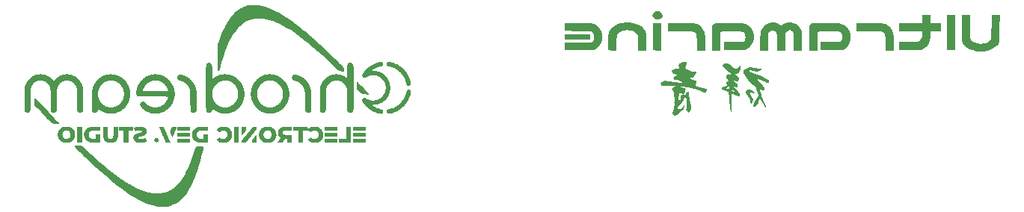
<source format=gbr>
%TF.GenerationSoftware,KiCad,Pcbnew,7.0.5*%
%TF.CreationDate,2023-11-26T00:16:24+09:00*%
%TF.ProjectId,Ultramarine-2_UnderCover,556c7472-616d-4617-9269-6e652d325f55,rev?*%
%TF.SameCoordinates,Original*%
%TF.FileFunction,Legend,Bot*%
%TF.FilePolarity,Positive*%
%FSLAX46Y46*%
G04 Gerber Fmt 4.6, Leading zero omitted, Abs format (unit mm)*
G04 Created by KiCad (PCBNEW 7.0.5) date 2023-11-26 00:16:24*
%MOMM*%
%LPD*%
G01*
G04 APERTURE LIST*
G04 APERTURE END LIST*
%TO.C,G\u002A\u002A\u002A*%
G36*
X155861718Y-126060845D02*
G01*
X155841453Y-126099968D01*
X155825872Y-126122069D01*
X155758087Y-126158335D01*
X155652282Y-126194140D01*
X155525720Y-126222771D01*
X155397755Y-126245016D01*
X155594000Y-126342575D01*
X155691182Y-126386936D01*
X155795735Y-126425824D01*
X155865043Y-126441206D01*
X155913310Y-126448471D01*
X155960943Y-126476418D01*
X156002344Y-126499826D01*
X156080432Y-126510557D01*
X156153404Y-126519347D01*
X156198613Y-126542580D01*
X156199919Y-126546264D01*
X156196640Y-126599781D01*
X156179151Y-126694811D01*
X156152369Y-126811230D01*
X156121213Y-126928912D01*
X156090599Y-127027731D01*
X156065445Y-127087562D01*
X156076477Y-127106684D01*
X156140334Y-127141442D01*
X156248134Y-127184607D01*
X156387294Y-127232352D01*
X156545229Y-127280856D01*
X156709357Y-127326292D01*
X156867094Y-127364837D01*
X157005858Y-127392666D01*
X157113065Y-127405956D01*
X157231423Y-127416885D01*
X157328945Y-127434538D01*
X157379678Y-127454750D01*
X157386628Y-127472435D01*
X157383348Y-127543849D01*
X157362334Y-127645305D01*
X157329618Y-127755003D01*
X157291231Y-127851143D01*
X157253203Y-127911926D01*
X157236612Y-127914608D01*
X157162215Y-127899250D01*
X157036493Y-127860094D01*
X156866621Y-127799463D01*
X156659772Y-127719681D01*
X156274119Y-127572872D01*
X155926770Y-127453882D01*
X155623996Y-127364702D01*
X155370658Y-127306764D01*
X155171613Y-127281498D01*
X155074594Y-127274920D01*
X154980575Y-127264288D01*
X154932634Y-127253183D01*
X154930246Y-127252004D01*
X154876751Y-127239619D01*
X154777057Y-127224760D01*
X154650664Y-127210387D01*
X154592910Y-127205331D01*
X154474250Y-127201693D01*
X154418710Y-127211906D01*
X154424059Y-127233690D01*
X154488065Y-127264766D01*
X154608496Y-127302854D01*
X154783120Y-127345675D01*
X154800233Y-127349746D01*
X154907588Y-127393994D01*
X154963310Y-127454571D01*
X154959077Y-127523086D01*
X154940473Y-127569962D01*
X154910690Y-127670238D01*
X154881539Y-127790799D01*
X154857577Y-127884909D01*
X154822648Y-127985549D01*
X154790653Y-128043274D01*
X154784651Y-128049836D01*
X154770511Y-128099562D01*
X154773401Y-128101838D01*
X154815352Y-128134874D01*
X154911144Y-128148744D01*
X154960445Y-128140348D01*
X154982849Y-128101435D01*
X154987959Y-128013283D01*
X154990666Y-127944247D01*
X155009644Y-127888523D01*
X155060180Y-127844217D01*
X155157523Y-127791374D01*
X155218740Y-127760536D01*
X155303727Y-127721056D01*
X155345266Y-127712566D01*
X155354900Y-127734835D01*
X155344171Y-127787633D01*
X155337662Y-127868087D01*
X155344866Y-128011286D01*
X155365755Y-128205864D01*
X155399340Y-128444017D01*
X155444628Y-128717941D01*
X155500630Y-129019832D01*
X155510659Y-129071451D01*
X155554548Y-129303553D01*
X155584681Y-129480211D01*
X155601584Y-129610907D01*
X155605783Y-129705127D01*
X155597802Y-129772355D01*
X155578168Y-129822075D01*
X155547407Y-129863772D01*
X155486702Y-129939508D01*
X155420222Y-130035490D01*
X155369372Y-130096921D01*
X155292772Y-130131563D01*
X155223260Y-130105086D01*
X155174252Y-130018420D01*
X155134343Y-129935634D01*
X155064773Y-129896557D01*
X155014490Y-129887617D01*
X154993618Y-129867910D01*
X155003410Y-129820303D01*
X155041432Y-129727136D01*
X155058786Y-129669170D01*
X155079298Y-129533311D01*
X155091183Y-129359208D01*
X155094304Y-129164945D01*
X155088523Y-128968606D01*
X155073702Y-128788276D01*
X155049703Y-128642039D01*
X155006532Y-128456351D01*
X154886291Y-128477992D01*
X154816492Y-128491738D01*
X154745813Y-128515412D01*
X154720906Y-128549559D01*
X154727929Y-128605309D01*
X154729862Y-128614210D01*
X154719479Y-128714421D01*
X154665049Y-128839605D01*
X154575095Y-128974069D01*
X154458139Y-129102119D01*
X154388665Y-129170972D01*
X154328366Y-129239823D01*
X154305163Y-129279536D01*
X154305160Y-129279804D01*
X154275958Y-129313843D01*
X154206613Y-129347926D01*
X154204374Y-129348721D01*
X154125440Y-129405138D01*
X154080458Y-129509259D01*
X154066184Y-129668487D01*
X154066477Y-129676155D01*
X154100127Y-129738844D01*
X154178355Y-129770364D01*
X154285048Y-129767856D01*
X154404094Y-129728460D01*
X154407785Y-129726597D01*
X154498582Y-129658209D01*
X154605738Y-129544466D01*
X154716275Y-129400645D01*
X154817221Y-129242025D01*
X154841131Y-129207324D01*
X154863038Y-129204565D01*
X154867167Y-129256539D01*
X154853400Y-129356451D01*
X154821620Y-129497507D01*
X154780724Y-129631593D01*
X154720189Y-129768507D01*
X154655674Y-129858208D01*
X154593168Y-129890396D01*
X154574061Y-129901940D01*
X154512967Y-129951586D01*
X154422093Y-130031389D01*
X154312885Y-130131502D01*
X154242381Y-130195674D01*
X154119413Y-130300660D01*
X154010278Y-130385860D01*
X153932424Y-130437251D01*
X153833698Y-130484982D01*
X153765165Y-130496106D01*
X153700485Y-130466962D01*
X153613183Y-130393958D01*
X153489176Y-130283004D01*
X153574827Y-129873326D01*
X153607178Y-129718661D01*
X153644162Y-129542000D01*
X153676227Y-129388989D01*
X153698851Y-129281222D01*
X153714359Y-129196001D01*
X153718907Y-129099808D01*
X153698472Y-129036745D01*
X153696807Y-129034056D01*
X153678606Y-128982275D01*
X153714263Y-128953764D01*
X153741160Y-128933709D01*
X153754748Y-128889420D01*
X153756020Y-128806582D01*
X153749666Y-128714478D01*
X154138850Y-128714478D01*
X154139896Y-128761537D01*
X154153345Y-128768923D01*
X154213832Y-128759228D01*
X154305163Y-128724181D01*
X154360042Y-128696405D01*
X154414380Y-128659180D01*
X154418630Y-128638297D01*
X154410871Y-128633370D01*
X154391432Y-128573112D01*
X154394134Y-128450817D01*
X154397251Y-128398265D01*
X154392176Y-128294572D01*
X154372234Y-128233161D01*
X154359753Y-128208392D01*
X154383598Y-128180164D01*
X154465010Y-128151702D01*
X154483531Y-128146735D01*
X154586155Y-128124435D01*
X154663631Y-128115230D01*
X154678075Y-128101838D01*
X154634650Y-128061261D01*
X154533897Y-127995550D01*
X154430857Y-127935940D01*
X154347906Y-127892668D01*
X154304769Y-127876149D01*
X154300231Y-127876897D01*
X154268482Y-127920430D01*
X154235269Y-128029007D01*
X154201283Y-128199841D01*
X154167215Y-128430147D01*
X154159949Y-128487997D01*
X154146018Y-128617430D01*
X154138850Y-128714478D01*
X153749666Y-128714478D01*
X153746641Y-128670627D01*
X153744499Y-128646780D01*
X153728720Y-128520193D01*
X153709491Y-128422939D01*
X153690492Y-128374435D01*
X153673638Y-128326958D01*
X153661242Y-128231387D01*
X153656507Y-128109351D01*
X153636201Y-127898255D01*
X153566920Y-127701573D01*
X153450364Y-127550640D01*
X153430360Y-127531525D01*
X153392122Y-127474744D01*
X153402304Y-127421987D01*
X153465982Y-127363669D01*
X153588227Y-127290203D01*
X153590720Y-127288831D01*
X153692747Y-127229043D01*
X153765389Y-127179689D01*
X153793066Y-127151333D01*
X153790182Y-127148960D01*
X153739625Y-127141319D01*
X153633762Y-127134684D01*
X153482625Y-127129435D01*
X153296248Y-127125950D01*
X153084666Y-127124607D01*
X152898985Y-127124194D01*
X152673849Y-127122130D01*
X152504410Y-127117574D01*
X152383137Y-127109670D01*
X152302501Y-127097564D01*
X152254971Y-127080401D01*
X152233015Y-127057326D01*
X152229104Y-127027484D01*
X152231405Y-126962417D01*
X152215558Y-126878861D01*
X152171426Y-126851955D01*
X152125365Y-126837894D01*
X152124412Y-126799234D01*
X152167649Y-126749262D01*
X152248241Y-126701373D01*
X152258272Y-126696955D01*
X152381850Y-126639112D01*
X152501637Y-126578501D01*
X152558954Y-126549233D01*
X152613036Y-126531346D01*
X152673691Y-126530193D01*
X152760800Y-126545746D01*
X152894244Y-126577980D01*
X152930045Y-126586328D01*
X153079994Y-126615292D01*
X153270593Y-126645922D01*
X153481068Y-126675047D01*
X153690647Y-126699499D01*
X153774317Y-126708383D01*
X153970159Y-126730429D01*
X154148764Y-126752154D01*
X154293226Y-126771450D01*
X154386637Y-126786212D01*
X154440100Y-126795714D01*
X154549212Y-126811556D01*
X154624667Y-126817815D01*
X154669524Y-126815955D01*
X154674045Y-126799599D01*
X154628543Y-126752246D01*
X154587964Y-126717047D01*
X154443926Y-126625268D01*
X154265923Y-126543305D01*
X154078732Y-126481528D01*
X153907130Y-126450307D01*
X153852495Y-126445400D01*
X153746615Y-126428926D01*
X153684993Y-126402717D01*
X153650164Y-126360680D01*
X153618491Y-126312338D01*
X153566174Y-126261348D01*
X153541386Y-126243861D01*
X153525296Y-126209401D01*
X153555119Y-126168350D01*
X153636729Y-126114565D01*
X153775996Y-126041904D01*
X153818919Y-126020328D01*
X153927765Y-125962135D01*
X153958454Y-125943597D01*
X154382025Y-125943597D01*
X154406934Y-125980609D01*
X154425119Y-126001552D01*
X154463959Y-126030737D01*
X154475862Y-126002113D01*
X154467916Y-125983463D01*
X154419823Y-125950122D01*
X154408998Y-125946100D01*
X154382025Y-125943597D01*
X153958454Y-125943597D01*
X154003586Y-125916335D01*
X154032045Y-125891359D01*
X154027375Y-125885439D01*
X153976243Y-125858447D01*
X153880690Y-125819699D01*
X153755689Y-125775474D01*
X153660520Y-125743190D01*
X153563109Y-125705756D01*
X153511072Y-125674902D01*
X153492413Y-125642586D01*
X153495137Y-125600762D01*
X153495194Y-125540296D01*
X153447165Y-125483954D01*
X153409057Y-125459847D01*
X153378671Y-125415919D01*
X153401707Y-125369795D01*
X153481578Y-125318839D01*
X153621700Y-125260416D01*
X153825487Y-125191889D01*
X153890033Y-125171822D01*
X153997594Y-125141728D01*
X154066770Y-125131687D01*
X154115748Y-125140314D01*
X154162718Y-125166225D01*
X154245619Y-125220544D01*
X154220826Y-125003521D01*
X154214825Y-124952153D01*
X154198252Y-124806678D01*
X154195599Y-124710106D01*
X154215043Y-124647358D01*
X154264760Y-124603354D01*
X154352926Y-124563013D01*
X154487716Y-124511255D01*
X154663894Y-124450025D01*
X154822613Y-124408792D01*
X154940873Y-124393891D01*
X155006578Y-124394504D01*
X155065261Y-124404085D01*
X155083400Y-124436282D01*
X155077990Y-124504845D01*
X155076326Y-124516505D01*
X155049601Y-124628390D01*
X155008906Y-124742727D01*
X155004178Y-124754101D01*
X154968656Y-124877618D01*
X154954432Y-124998775D01*
X154957223Y-125056040D01*
X154976685Y-125116728D01*
X155027167Y-125170532D01*
X155122909Y-125237642D01*
X155195743Y-125282165D01*
X155304504Y-125339058D01*
X155386879Y-125371067D01*
X155465676Y-125397635D01*
X155561034Y-125445290D01*
X155586874Y-125459256D01*
X155659256Y-125478447D01*
X155767758Y-125484169D01*
X155928037Y-125477807D01*
X155938520Y-125477159D01*
X156086471Y-125470804D01*
X156174228Y-125476818D01*
X156209028Y-125499653D01*
X156198110Y-125543765D01*
X156148711Y-125613607D01*
X156147680Y-125614923D01*
X156100150Y-125688302D01*
X156080432Y-125743786D01*
X156071118Y-125771677D01*
X156027751Y-125842753D01*
X155960943Y-125930181D01*
X155913836Y-125988745D01*
X155904173Y-126002113D01*
X155861718Y-126060845D01*
G37*
G36*
X161145760Y-125272062D02*
G01*
X161096164Y-125381722D01*
X161076716Y-125424723D01*
X161049157Y-125469294D01*
X160992896Y-125560283D01*
X160907739Y-125653695D01*
X160815841Y-125704076D01*
X160720853Y-125725342D01*
X160666524Y-125728760D01*
X160636701Y-125742412D01*
X160615330Y-125752195D01*
X160617906Y-125801317D01*
X160675276Y-125880174D01*
X160788462Y-125992815D01*
X160997581Y-126186328D01*
X160975271Y-126356978D01*
X160966661Y-126413883D01*
X160944711Y-126519132D01*
X160922350Y-126587372D01*
X160920106Y-126591485D01*
X160860081Y-126637928D01*
X160779290Y-126641848D01*
X160710136Y-126601143D01*
X160698416Y-126588930D01*
X160632820Y-126536871D01*
X160544206Y-126478868D01*
X160538396Y-126475415D01*
X160459080Y-126432974D01*
X160417451Y-126426873D01*
X160396344Y-126454256D01*
X160397117Y-126472896D01*
X160431648Y-126536797D01*
X160500136Y-126623867D01*
X160590158Y-126720306D01*
X160689292Y-126812315D01*
X160785113Y-126886095D01*
X160803449Y-126899018D01*
X160839334Y-126939427D01*
X160849168Y-126999378D01*
X160838811Y-127102479D01*
X160824361Y-127179421D01*
X160784976Y-127265425D01*
X160720995Y-127294016D01*
X160624524Y-127271417D01*
X160552814Y-127242687D01*
X160467394Y-127208334D01*
X160452941Y-127204485D01*
X160450153Y-127224097D01*
X160492300Y-127285145D01*
X160580531Y-127389018D01*
X160715996Y-127537106D01*
X160899847Y-127730797D01*
X160933041Y-127765350D01*
X161137381Y-127978053D01*
X161113806Y-128140475D01*
X161105529Y-128194205D01*
X161090390Y-128276983D01*
X161079823Y-128314834D01*
X161048623Y-128316487D01*
X160964740Y-128292704D01*
X160840229Y-128244926D01*
X160685864Y-128177343D01*
X160512421Y-128094146D01*
X160216049Y-127946105D01*
X160197848Y-128124501D01*
X160193170Y-128189364D01*
X160186802Y-128320335D01*
X160179966Y-128498643D01*
X160173056Y-128712887D01*
X160166466Y-128951663D01*
X160160589Y-129203566D01*
X160155007Y-129431973D01*
X160148008Y-129654163D01*
X160140338Y-129845708D01*
X160132427Y-129997202D01*
X160124707Y-130099239D01*
X160117607Y-130142410D01*
X160105974Y-130126215D01*
X160088092Y-130049715D01*
X160065339Y-129919473D01*
X160038707Y-129742747D01*
X160009184Y-129526792D01*
X159977762Y-129278865D01*
X159945430Y-129006224D01*
X159913178Y-128716125D01*
X159881998Y-128415824D01*
X159821565Y-127811816D01*
X159683592Y-127753404D01*
X159621815Y-127727173D01*
X159437107Y-127647202D01*
X159435147Y-127646303D01*
X160192814Y-127646303D01*
X160235993Y-127680436D01*
X160247808Y-127684112D01*
X160327122Y-127713271D01*
X160424719Y-127753406D01*
X160469501Y-127771454D01*
X160534403Y-127786635D01*
X160543752Y-127765350D01*
X160497912Y-127709353D01*
X160397243Y-127620394D01*
X160357131Y-127587595D01*
X160282443Y-127530325D01*
X160240638Y-127513142D01*
X160217187Y-127533852D01*
X160197560Y-127590263D01*
X160192814Y-127646303D01*
X159435147Y-127646303D01*
X159303346Y-127585860D01*
X159210676Y-127538179D01*
X159149240Y-127499193D01*
X159109181Y-127463933D01*
X159089466Y-127441305D01*
X159053556Y-127371081D01*
X159074590Y-127313977D01*
X159156344Y-127265232D01*
X159302592Y-127220087D01*
X159428391Y-127184423D01*
X159543334Y-127144031D01*
X159616968Y-127109132D01*
X159676168Y-127073554D01*
X159715118Y-127056794D01*
X159732701Y-127070465D01*
X159731908Y-127124996D01*
X159706268Y-127200835D01*
X159661217Y-127275896D01*
X159653242Y-127286202D01*
X159611752Y-127347654D01*
X159601472Y-127378578D01*
X159610478Y-127385750D01*
X159673204Y-127422226D01*
X159753372Y-127457991D01*
X159825129Y-127482494D01*
X159862620Y-127485179D01*
X159888203Y-127424825D01*
X159897512Y-127329994D01*
X159887129Y-127233806D01*
X159855619Y-127173840D01*
X159787315Y-127085513D01*
X159698041Y-126990545D01*
X159612750Y-126900091D01*
X159551801Y-126820509D01*
X159528550Y-126769189D01*
X159549062Y-126730210D01*
X159615859Y-126678689D01*
X159706542Y-126633167D01*
X159797673Y-126605013D01*
X159865815Y-126605595D01*
X159882000Y-126609730D01*
X159885434Y-126589748D01*
X159841829Y-126525679D01*
X159759639Y-126418586D01*
X159670877Y-126299160D01*
X159613499Y-126213639D01*
X159580807Y-126150497D01*
X159566103Y-126098207D01*
X159562690Y-126045242D01*
X159562810Y-126032309D01*
X159574135Y-125961553D01*
X159615831Y-125911169D01*
X159704725Y-125859108D01*
X159735371Y-125844157D01*
X159857873Y-125805072D01*
X159980991Y-125808111D01*
X160010571Y-125812174D01*
X160081777Y-125813571D01*
X160103539Y-125798259D01*
X160095912Y-125783281D01*
X160041941Y-125713699D01*
X159949061Y-125614332D01*
X159911157Y-125577223D01*
X160417212Y-125577223D01*
X160432362Y-125610791D01*
X160482743Y-125666546D01*
X160562579Y-125742412D01*
X160497917Y-125651871D01*
X160492598Y-125644543D01*
X160445653Y-125590235D01*
X160418081Y-125576005D01*
X160417212Y-125577223D01*
X159911157Y-125577223D01*
X159827567Y-125495386D01*
X159799138Y-125469294D01*
X160313765Y-125469294D01*
X160330835Y-125486364D01*
X160347905Y-125469294D01*
X160330835Y-125452224D01*
X160313765Y-125469294D01*
X159799138Y-125469294D01*
X159687754Y-125367066D01*
X159630727Y-125317888D01*
X160219716Y-125317888D01*
X160228416Y-125349805D01*
X160235430Y-125359911D01*
X160266585Y-125383944D01*
X160271255Y-125381722D01*
X160262555Y-125349805D01*
X160255541Y-125339699D01*
X160224386Y-125315665D01*
X160219716Y-125317888D01*
X159630727Y-125317888D01*
X159568766Y-125264455D01*
X160143066Y-125264455D01*
X160160136Y-125281525D01*
X160177206Y-125264455D01*
X160160136Y-125247385D01*
X160143066Y-125264455D01*
X159568766Y-125264455D01*
X159539916Y-125239576D01*
X159367172Y-125087923D01*
X159237175Y-124951555D01*
X159166078Y-124840151D01*
X159153401Y-124749578D01*
X159198662Y-124675703D01*
X159301382Y-124614394D01*
X159461080Y-124561519D01*
X159480218Y-124556526D01*
X159580088Y-124538479D01*
X159663550Y-124548052D01*
X159768339Y-124588566D01*
X159818980Y-124614316D01*
X159934879Y-124683811D01*
X160072333Y-124775097D01*
X160211346Y-124875234D01*
X160291372Y-124935290D01*
X160446747Y-125049856D01*
X160560232Y-125129437D01*
X160639970Y-125179293D01*
X160694103Y-125204687D01*
X160730776Y-125210881D01*
X160735165Y-125209926D01*
X160781975Y-125176005D01*
X160854126Y-125103531D01*
X160937924Y-125006043D01*
X160953232Y-124987221D01*
X161033376Y-124893996D01*
X161097013Y-124828376D01*
X161131515Y-124803568D01*
X161137223Y-124804532D01*
X161166743Y-124844438D01*
X161186794Y-124927423D01*
X161193961Y-125032133D01*
X161184834Y-125137214D01*
X161147964Y-125264455D01*
X161145760Y-125272062D01*
G37*
G36*
X163128988Y-126436093D02*
G01*
X163209560Y-126532461D01*
X163309303Y-126639840D01*
X163324807Y-126655825D01*
X163459746Y-126800473D01*
X163602744Y-126961379D01*
X163725318Y-127106589D01*
X163800000Y-127200000D01*
X163864547Y-127289367D01*
X163898456Y-127356619D01*
X163909605Y-127418582D01*
X163905876Y-127492076D01*
X163902255Y-127525662D01*
X163886796Y-127600209D01*
X163854720Y-127631079D01*
X163791077Y-127637170D01*
X163765560Y-127635427D01*
X163661637Y-127610856D01*
X163552376Y-127566509D01*
X163510139Y-127546110D01*
X163434688Y-127516535D01*
X163397366Y-127512351D01*
X163393501Y-127520811D01*
X163397087Y-127585165D01*
X163421427Y-127699408D01*
X163463112Y-127853319D01*
X163518733Y-128036674D01*
X163584883Y-128239249D01*
X163658152Y-128450821D01*
X163735132Y-128661168D01*
X163812415Y-128860066D01*
X163886591Y-129037291D01*
X163954253Y-129182621D01*
X163995908Y-129269137D01*
X164049099Y-129393496D01*
X164081691Y-129489004D01*
X164087835Y-129540007D01*
X164075905Y-129560911D01*
X164045996Y-129558463D01*
X163991732Y-129504527D01*
X163906708Y-129402266D01*
X163774883Y-129219014D01*
X163647056Y-129005882D01*
X163511915Y-128744964D01*
X163330180Y-128374298D01*
X163271054Y-128679995D01*
X163260060Y-128735808D01*
X163229179Y-128883537D01*
X163200547Y-129009090D01*
X163179201Y-129089976D01*
X163162343Y-129131444D01*
X163083195Y-129248317D01*
X162970585Y-129360566D01*
X162845556Y-129449233D01*
X162729155Y-129495362D01*
X162691198Y-129501890D01*
X162627904Y-129505123D01*
X162604510Y-129475796D01*
X162601131Y-129398931D01*
X162601296Y-129387102D01*
X162612306Y-129304145D01*
X162635270Y-129258810D01*
X162650031Y-129244443D01*
X162669410Y-129184680D01*
X162669412Y-129184427D01*
X162686814Y-129131007D01*
X162733003Y-129034125D01*
X162799993Y-128907674D01*
X162879800Y-128765546D01*
X162964439Y-128621632D01*
X163045926Y-128489825D01*
X163116275Y-128384016D01*
X163167502Y-128318098D01*
X163210571Y-128265730D01*
X163248193Y-128172524D01*
X163220609Y-128096350D01*
X163219590Y-128095093D01*
X163195761Y-128048135D01*
X163155558Y-127954256D01*
X163105218Y-127829490D01*
X163050979Y-127689873D01*
X162999079Y-127551438D01*
X162955756Y-127430220D01*
X162927247Y-127342254D01*
X162922485Y-127327590D01*
X162894655Y-127273334D01*
X162843891Y-127210042D01*
X162762271Y-127129728D01*
X162641876Y-127024408D01*
X162474786Y-126886095D01*
X162415969Y-126835659D01*
X162230821Y-126650117D01*
X162044079Y-126428154D01*
X161946219Y-126292746D01*
X162404516Y-126292746D01*
X162420138Y-126346216D01*
X162457703Y-126428601D01*
X162481084Y-126473616D01*
X162512835Y-126524598D01*
X162531815Y-126523543D01*
X162549858Y-126476616D01*
X162552513Y-126467750D01*
X162552662Y-126396038D01*
X162498212Y-126332589D01*
X162439663Y-126292860D01*
X162406057Y-126284574D01*
X162404516Y-126292746D01*
X161946219Y-126292746D01*
X161872292Y-126190455D01*
X161732008Y-125957704D01*
X161705445Y-125908659D01*
X161636507Y-125785423D01*
X161564403Y-125660366D01*
X161506874Y-125564473D01*
X161485633Y-125507724D01*
X161487892Y-125403584D01*
X161496372Y-125378348D01*
X161527755Y-125333147D01*
X161588364Y-125286379D01*
X161689589Y-125230111D01*
X161842819Y-125156412D01*
X162174383Y-125002325D01*
X162549921Y-125041161D01*
X162654452Y-125052881D01*
X162845493Y-125078011D01*
X163024886Y-125105685D01*
X163164437Y-125131747D01*
X163294854Y-125158969D01*
X163430398Y-125185346D01*
X163530063Y-125202682D01*
X163656711Y-125221867D01*
X163444714Y-125359506D01*
X163278578Y-125452842D01*
X163103622Y-125508258D01*
X162932485Y-125508868D01*
X162748816Y-125456961D01*
X162689186Y-125435365D01*
X162537919Y-125391753D01*
X162398883Y-125363996D01*
X162373653Y-125360758D01*
X162281114Y-125353531D01*
X162236902Y-125363668D01*
X162225593Y-125393824D01*
X162227036Y-125425779D01*
X162242869Y-125481069D01*
X162284393Y-125527290D01*
X162361717Y-125570962D01*
X162484949Y-125618606D01*
X162664198Y-125676743D01*
X162666599Y-125677491D01*
X162822980Y-125727525D01*
X162956045Y-125772578D01*
X163051777Y-125807737D01*
X163096158Y-125828091D01*
X163129749Y-125846568D01*
X163213730Y-125882406D01*
X163322989Y-125923186D01*
X163394419Y-125951522D01*
X163533400Y-126015455D01*
X163693392Y-126096299D01*
X163852155Y-126183129D01*
X163967687Y-126247916D01*
X164108229Y-126323434D01*
X164224650Y-126382388D01*
X164299585Y-126415750D01*
X164339561Y-126432114D01*
X164395903Y-126477665D01*
X164410539Y-126549949D01*
X164404606Y-126614959D01*
X164377305Y-126712419D01*
X164336820Y-126787657D01*
X164293166Y-126817815D01*
X164255893Y-126808415D01*
X164187692Y-126772719D01*
X164127122Y-126740949D01*
X164021953Y-126695703D01*
X163898443Y-126648819D01*
X163789253Y-126607555D01*
X163627517Y-126540167D01*
X163488765Y-126475931D01*
X163405766Y-126435171D01*
X163278270Y-126375068D01*
X163177072Y-126330168D01*
X163145870Y-126317269D01*
X163083697Y-126295681D01*
X163063798Y-126304490D01*
X163070798Y-126345986D01*
X163079669Y-126365627D01*
X163100954Y-126396038D01*
X163128988Y-126436093D01*
G37*
G36*
X162410877Y-127567946D02*
G01*
X162446164Y-127585087D01*
X162532456Y-127643521D01*
X162627797Y-127722328D01*
X162715972Y-127806580D01*
X162780768Y-127881349D01*
X162805969Y-127931707D01*
X162779134Y-127967614D01*
X162704675Y-127975993D01*
X162596709Y-127956324D01*
X162469378Y-127909539D01*
X162421414Y-127888480D01*
X162336817Y-127855152D01*
X162289494Y-127842009D01*
X162275788Y-127854125D01*
X162277197Y-127913442D01*
X162300848Y-128009147D01*
X162341058Y-128126619D01*
X162392140Y-128251235D01*
X162448409Y-128368374D01*
X162504182Y-128463415D01*
X162553772Y-128521735D01*
X162609941Y-128584580D01*
X162635270Y-128653190D01*
X162633886Y-128670661D01*
X162613412Y-128754480D01*
X162575544Y-128863263D01*
X162529438Y-128974390D01*
X162484246Y-129065240D01*
X162449122Y-129113193D01*
X162391447Y-129137557D01*
X162338047Y-129109693D01*
X162305637Y-129017144D01*
X162294339Y-128860106D01*
X162294029Y-128846503D01*
X162278791Y-128751867D01*
X162247816Y-128688464D01*
X162242205Y-128682297D01*
X162199964Y-128613025D01*
X162161013Y-128518945D01*
X162159987Y-128515882D01*
X162106686Y-128401401D01*
X162036731Y-128298266D01*
X161994992Y-128243389D01*
X161923555Y-128133155D01*
X161855717Y-128012994D01*
X161832336Y-127966873D01*
X161790111Y-127868036D01*
X161778542Y-127797389D01*
X161792806Y-127733505D01*
X161795261Y-127727432D01*
X161863935Y-127644848D01*
X161978919Y-127582496D01*
X162121127Y-127545486D01*
X162271475Y-127538932D01*
X162410877Y-127567946D01*
G37*
G36*
X187173978Y-120407056D02*
G01*
X187173987Y-120613279D01*
X187174442Y-120932673D01*
X187176373Y-121194385D01*
X187180849Y-121405212D01*
X187188940Y-121571950D01*
X187201718Y-121701398D01*
X187220253Y-121800352D01*
X187245615Y-121875609D01*
X187278874Y-121933966D01*
X187321102Y-121982221D01*
X187373368Y-122027171D01*
X187436742Y-122075612D01*
X187499953Y-122120159D01*
X187751098Y-122245205D01*
X188045917Y-122319539D01*
X188385887Y-122343577D01*
X188618515Y-122330430D01*
X188901380Y-122276999D01*
X189149576Y-122185894D01*
X189353700Y-122060800D01*
X189504351Y-121905401D01*
X189519970Y-121882742D01*
X189536332Y-121853364D01*
X189549568Y-121816490D01*
X189560078Y-121765365D01*
X189568259Y-121693237D01*
X189574512Y-121593352D01*
X189579233Y-121458956D01*
X189582822Y-121283296D01*
X189585678Y-121059618D01*
X189588200Y-120781169D01*
X189590785Y-120441196D01*
X189600790Y-119084140D01*
X190061548Y-119084140D01*
X190522306Y-119084140D01*
X190512430Y-120594825D01*
X190502554Y-122105511D01*
X190410831Y-122279343D01*
X190368597Y-122351696D01*
X190201126Y-122558481D01*
X189979308Y-122747138D01*
X189712931Y-122912193D01*
X189411787Y-123048174D01*
X189085665Y-123149606D01*
X188744355Y-123211018D01*
X188728008Y-123212886D01*
X188598591Y-123227437D01*
X188494545Y-123238740D01*
X188437097Y-123244484D01*
X188420359Y-123244615D01*
X188341383Y-123239847D01*
X188221269Y-123229266D01*
X188078629Y-123214432D01*
X187885607Y-123187560D01*
X187484841Y-123092931D01*
X187126032Y-122951633D01*
X186813370Y-122765525D01*
X186551050Y-122536469D01*
X186459558Y-122433601D01*
X186351687Y-122287343D01*
X186293928Y-122168751D01*
X186289821Y-122152329D01*
X186279202Y-122076946D01*
X186270502Y-121957407D01*
X186263618Y-121789694D01*
X186258445Y-121569787D01*
X186254878Y-121293670D01*
X186252815Y-120957321D01*
X186252150Y-120556725D01*
X186252150Y-119084140D01*
X186713037Y-119084140D01*
X187173925Y-119084140D01*
X187173978Y-120407056D01*
G37*
G36*
X175694422Y-120006590D02*
G01*
X175889315Y-120006808D01*
X176262841Y-120008271D01*
X176577480Y-120011475D01*
X176839643Y-120016889D01*
X177055742Y-120024979D01*
X177232190Y-120036211D01*
X177375398Y-120051053D01*
X177491779Y-120069972D01*
X177587743Y-120093435D01*
X177669704Y-120121908D01*
X177744073Y-120155859D01*
X177809855Y-120194490D01*
X177955428Y-120306835D01*
X178103021Y-120449102D01*
X178232614Y-120601047D01*
X178324184Y-120742424D01*
X178357025Y-120808597D01*
X178402767Y-120911724D01*
X178438784Y-121014974D01*
X178466454Y-121128085D01*
X178487152Y-121260793D01*
X178502255Y-121422835D01*
X178513141Y-121623946D01*
X178521185Y-121873864D01*
X178527763Y-122182325D01*
X178544966Y-123112634D01*
X178062806Y-123112634D01*
X177580645Y-123112634D01*
X177579895Y-122250605D01*
X177579597Y-122081214D01*
X177578221Y-121847378D01*
X177575234Y-121667138D01*
X177570048Y-121531309D01*
X177562072Y-121430708D01*
X177550715Y-121356151D01*
X177535388Y-121298453D01*
X177515501Y-121248431D01*
X177501079Y-121218721D01*
X177437738Y-121113645D01*
X177373254Y-121035057D01*
X177364711Y-121027221D01*
X177344048Y-121011091D01*
X177317439Y-120997859D01*
X177278650Y-120987237D01*
X177221448Y-120978939D01*
X177139599Y-120972679D01*
X177026871Y-120968168D01*
X176877030Y-120965121D01*
X176683842Y-120963250D01*
X176441075Y-120962269D01*
X176142495Y-120961890D01*
X175781869Y-120961828D01*
X174269086Y-120961828D01*
X174269086Y-120483871D01*
X174269086Y-120005914D01*
X175694422Y-120006590D01*
G37*
G36*
X171168836Y-120007845D02*
G01*
X171452973Y-120009966D01*
X171718787Y-120013406D01*
X171957340Y-120018176D01*
X172159691Y-120024285D01*
X172316901Y-120031740D01*
X172420029Y-120040552D01*
X172508903Y-120054150D01*
X172796602Y-120133164D01*
X173041062Y-120261692D01*
X173247915Y-120442468D01*
X173417895Y-120659419D01*
X173558041Y-120929210D01*
X173639820Y-121226360D01*
X173666379Y-121559274D01*
X173666182Y-121588502D01*
X173631471Y-121929941D01*
X173537046Y-122238276D01*
X173382896Y-122513529D01*
X173169013Y-122755723D01*
X173113259Y-122806459D01*
X173029008Y-122876803D01*
X172945396Y-122933875D01*
X172854767Y-122979056D01*
X172749464Y-123013730D01*
X172621829Y-123039278D01*
X172464205Y-123057081D01*
X172268935Y-123068523D01*
X172028362Y-123074984D01*
X171734828Y-123077847D01*
X171380678Y-123078495D01*
X170240591Y-123078495D01*
X170240591Y-122617607D01*
X170240591Y-122156720D01*
X171336478Y-122156720D01*
X172432365Y-122156720D01*
X172544922Y-122044164D01*
X172625550Y-121941376D01*
X172701094Y-121763834D01*
X172728522Y-121567337D01*
X172708162Y-121368978D01*
X172640346Y-121185853D01*
X172525404Y-121035057D01*
X172518452Y-121028660D01*
X172495976Y-121010803D01*
X172467615Y-120996449D01*
X172426433Y-120985214D01*
X172365501Y-120976716D01*
X172277884Y-120970575D01*
X172156650Y-120966407D01*
X171994867Y-120963830D01*
X171785602Y-120962463D01*
X171521922Y-120961923D01*
X171196896Y-120961828D01*
X171114632Y-120961857D01*
X170777107Y-120962777D01*
X170502230Y-120965095D01*
X170285386Y-120968959D01*
X170121958Y-120974514D01*
X170007332Y-120981908D01*
X169936892Y-120991286D01*
X169906021Y-121002796D01*
X169900052Y-121012791D01*
X169888588Y-121064161D01*
X169879623Y-121159544D01*
X169872972Y-121303789D01*
X169868450Y-121501747D01*
X169865872Y-121758267D01*
X169865054Y-122078199D01*
X169865054Y-123112634D01*
X169404166Y-123112634D01*
X168943279Y-123112634D01*
X168943279Y-121699444D01*
X168943279Y-120286253D01*
X169039134Y-120183641D01*
X169049587Y-120173004D01*
X169154220Y-120095495D01*
X169269577Y-120043661D01*
X169308891Y-120037366D01*
X169417780Y-120029240D01*
X169579864Y-120022363D01*
X169786203Y-120016745D01*
X170027858Y-120012394D01*
X170295888Y-120009320D01*
X170581354Y-120007531D01*
X170875317Y-120007037D01*
X171168836Y-120007845D01*
G37*
G36*
X166817643Y-119954835D02*
G01*
X166964517Y-119957545D01*
X167071592Y-119966751D01*
X167159115Y-119986317D01*
X167247334Y-120020107D01*
X167356497Y-120071987D01*
X167437914Y-120115289D01*
X167682468Y-120288203D01*
X167888049Y-120500998D01*
X168040568Y-120739919D01*
X168140994Y-120944758D01*
X168151304Y-122028696D01*
X168161613Y-123112634D01*
X167698951Y-123112634D01*
X167236290Y-123112634D01*
X167236290Y-122170415D01*
X167236261Y-122080488D01*
X167235291Y-121796097D01*
X167231929Y-121569499D01*
X167224805Y-121392479D01*
X167212550Y-121256826D01*
X167193795Y-121154325D01*
X167167168Y-121076763D01*
X167131301Y-121015927D01*
X167084824Y-120963604D01*
X167026368Y-120911580D01*
X166930702Y-120848182D01*
X166776963Y-120805100D01*
X166622489Y-120824320D01*
X166477982Y-120903775D01*
X166354144Y-121041398D01*
X166263306Y-121178576D01*
X166252395Y-122145605D01*
X166241485Y-123112634D01*
X165782973Y-123112634D01*
X165324462Y-123112634D01*
X165324462Y-122170415D01*
X165324433Y-122080488D01*
X165323463Y-121796097D01*
X165320101Y-121569499D01*
X165312977Y-121392479D01*
X165300723Y-121256826D01*
X165281967Y-121154325D01*
X165255340Y-121076763D01*
X165219473Y-121015927D01*
X165172997Y-120963604D01*
X165114540Y-120911580D01*
X165018878Y-120848184D01*
X164865139Y-120805100D01*
X164710664Y-120824318D01*
X164566156Y-120903772D01*
X164442316Y-121041394D01*
X164351478Y-121178568D01*
X164340993Y-122145601D01*
X164330508Y-123112634D01*
X163869403Y-123112634D01*
X163408299Y-123112634D01*
X163419001Y-122028696D01*
X163429704Y-120944758D01*
X163518716Y-120754972D01*
X163607039Y-120601545D01*
X163776605Y-120395266D01*
X163984726Y-120213040D01*
X164214201Y-120071763D01*
X164261837Y-120048562D01*
X164360231Y-120004481D01*
X164445856Y-119976915D01*
X164538972Y-119962003D01*
X164659839Y-119955886D01*
X164828717Y-119954704D01*
X164996457Y-119956230D01*
X165123072Y-119963099D01*
X165219949Y-119978488D01*
X165306733Y-120005570D01*
X165403069Y-120047520D01*
X165496653Y-120094118D01*
X165610552Y-120157753D01*
X165690089Y-120210285D01*
X165748248Y-120251398D01*
X165795657Y-120259382D01*
X165850461Y-120227291D01*
X165850611Y-120227180D01*
X165917086Y-120185442D01*
X166022398Y-120127020D01*
X166143817Y-120064526D01*
X166179010Y-120047250D01*
X166274315Y-120004203D01*
X166358390Y-119977074D01*
X166451110Y-119962214D01*
X166572349Y-119955974D01*
X166741981Y-119954704D01*
X166817643Y-119954835D01*
G37*
G36*
X159536912Y-120010848D02*
G01*
X159978165Y-120013724D01*
X160043463Y-120014286D01*
X160398337Y-120017490D01*
X160692856Y-120020639D01*
X160933815Y-120024078D01*
X161128009Y-120028151D01*
X161282230Y-120033200D01*
X161403275Y-120039569D01*
X161497937Y-120047601D01*
X161573011Y-120057641D01*
X161635290Y-120070032D01*
X161691570Y-120085116D01*
X161748644Y-120103239D01*
X161791929Y-120118154D01*
X161930376Y-120178705D01*
X162055453Y-120260534D01*
X162194157Y-120380440D01*
X162280315Y-120467072D01*
X162473923Y-120724977D01*
X162606740Y-121012470D01*
X162677377Y-121325919D01*
X162684443Y-121661693D01*
X162674572Y-121762766D01*
X162605925Y-122086892D01*
X162485854Y-122377122D01*
X162318095Y-122627502D01*
X162106382Y-122832075D01*
X161854450Y-122984888D01*
X161812126Y-123003575D01*
X161765610Y-123020336D01*
X161711589Y-123033674D01*
X161642464Y-123044070D01*
X161550639Y-123052004D01*
X161428519Y-123057957D01*
X161268506Y-123062412D01*
X161063004Y-123065847D01*
X160804417Y-123068745D01*
X160485148Y-123071587D01*
X159281720Y-123081749D01*
X159281720Y-122619235D01*
X159281720Y-122156720D01*
X160341749Y-122156720D01*
X160516157Y-122156571D01*
X160792729Y-122155376D01*
X161011983Y-122152726D01*
X161181051Y-122148316D01*
X161307063Y-122141837D01*
X161397152Y-122132983D01*
X161458446Y-122121447D01*
X161498079Y-122106921D01*
X161571123Y-122052132D01*
X161656137Y-121928630D01*
X161712185Y-121768072D01*
X161736056Y-121586521D01*
X161724539Y-121400039D01*
X161674425Y-121224688D01*
X161663781Y-121199617D01*
X161637007Y-121138451D01*
X161609049Y-121088776D01*
X161573197Y-121049399D01*
X161522744Y-121019125D01*
X161450978Y-120996761D01*
X161351190Y-120981113D01*
X161216672Y-120970987D01*
X161040713Y-120965189D01*
X160816604Y-120962526D01*
X160537636Y-120961803D01*
X160197099Y-120961828D01*
X160171046Y-120961828D01*
X159849857Y-120961986D01*
X159589779Y-120962665D01*
X159384129Y-120964205D01*
X159226228Y-120966950D01*
X159109393Y-120971241D01*
X159026944Y-120977420D01*
X158972199Y-120985830D01*
X158938479Y-120996812D01*
X158919100Y-121010709D01*
X158907384Y-121027863D01*
X158900177Y-121055943D01*
X158890445Y-121152813D01*
X158882617Y-121310505D01*
X158876842Y-121524494D01*
X158873267Y-121790256D01*
X158872043Y-122103266D01*
X158872043Y-123112634D01*
X158410069Y-123112634D01*
X157948095Y-123112634D01*
X157957717Y-121698044D01*
X157967339Y-120283454D01*
X158068132Y-120178279D01*
X158082869Y-120163843D01*
X158189534Y-120087082D01*
X158303689Y-120036816D01*
X158330008Y-120031922D01*
X158436836Y-120022997D01*
X158611332Y-120016422D01*
X158853104Y-120012202D01*
X159161762Y-120010342D01*
X159536912Y-120010848D01*
G37*
G36*
X154357056Y-120006590D02*
G01*
X154407121Y-120006622D01*
X154807053Y-120007696D01*
X155145734Y-120010494D01*
X155429456Y-120015447D01*
X155664514Y-120022984D01*
X155857203Y-120033537D01*
X156013816Y-120047535D01*
X156140648Y-120065408D01*
X156243992Y-120087587D01*
X156330144Y-120114501D01*
X156405396Y-120146582D01*
X156413036Y-120150324D01*
X156625089Y-120290633D01*
X156816630Y-120486761D01*
X156978571Y-120727543D01*
X157101819Y-121001816D01*
X157108085Y-121019894D01*
X157129505Y-121088195D01*
X157146348Y-121159132D01*
X157159341Y-121242083D01*
X157169209Y-121346426D01*
X157176680Y-121481537D01*
X157182481Y-121656794D01*
X157187338Y-121881575D01*
X157191977Y-122165255D01*
X157206276Y-123112634D01*
X156727255Y-123112634D01*
X156248234Y-123112634D01*
X156237222Y-122199395D01*
X156234768Y-122002349D01*
X156231279Y-121770774D01*
X156227152Y-121592668D01*
X156221627Y-121459296D01*
X156213940Y-121361923D01*
X156203331Y-121291812D01*
X156189037Y-121240229D01*
X156170295Y-121198437D01*
X156146344Y-121157700D01*
X156126393Y-121127409D01*
X156060417Y-121044885D01*
X156003494Y-120995536D01*
X156002635Y-120995118D01*
X155949579Y-120986826D01*
X155832635Y-120979563D01*
X155655989Y-120973419D01*
X155423827Y-120968483D01*
X155140337Y-120964846D01*
X154809704Y-120962597D01*
X154436115Y-120961828D01*
X152931720Y-120961828D01*
X152931720Y-120483871D01*
X152931720Y-120005914D01*
X154357056Y-120006590D01*
G37*
G36*
X152248925Y-121559274D02*
G01*
X152248925Y-123114561D01*
X151779502Y-123105063D01*
X151310080Y-123095564D01*
X151310080Y-121559274D01*
X151310080Y-120022984D01*
X151779502Y-120013485D01*
X152248925Y-120003987D01*
X152248925Y-121559274D01*
G37*
G36*
X148643542Y-119942059D02*
G01*
X148776201Y-119951912D01*
X148905718Y-119971828D01*
X149053061Y-120003286D01*
X149251218Y-120056358D01*
X149591536Y-120185133D01*
X149891122Y-120349474D01*
X150138387Y-120543610D01*
X150186207Y-120589139D01*
X150270309Y-120671226D01*
X150337315Y-120745184D01*
X150389251Y-120819500D01*
X150428144Y-120902665D01*
X150456020Y-121003166D01*
X150474906Y-121129493D01*
X150486829Y-121290135D01*
X150493815Y-121493580D01*
X150497890Y-121748317D01*
X150501082Y-122062836D01*
X150511438Y-123112634D01*
X150048730Y-123112634D01*
X149586021Y-123112634D01*
X149586021Y-122249995D01*
X149585981Y-122081158D01*
X149585415Y-121853525D01*
X149583584Y-121679764D01*
X149579741Y-121550922D01*
X149573143Y-121458045D01*
X149563045Y-121392178D01*
X149548703Y-121344369D01*
X149529372Y-121305662D01*
X149504309Y-121267105D01*
X149499044Y-121259477D01*
X149351209Y-121103587D01*
X149152362Y-120975840D01*
X148914819Y-120880106D01*
X148650901Y-120820257D01*
X148372924Y-120800162D01*
X148093208Y-120823694D01*
X147895819Y-120870758D01*
X147683996Y-120948866D01*
X147496224Y-121045564D01*
X147354614Y-121151052D01*
X147325412Y-121179821D01*
X147274743Y-121237568D01*
X147235753Y-121300573D01*
X147206924Y-121377840D01*
X147186740Y-121478369D01*
X147173682Y-121611162D01*
X147166234Y-121785222D01*
X147162878Y-122009549D01*
X147162097Y-122293146D01*
X147162097Y-123114561D01*
X146692675Y-123105063D01*
X146223252Y-123095564D01*
X146212684Y-122242070D01*
X146210169Y-121944866D01*
X146211482Y-121688076D01*
X146217887Y-121480903D01*
X146230418Y-121313795D01*
X146250106Y-121177196D01*
X146277980Y-121061553D01*
X146315074Y-120957312D01*
X146362418Y-120854919D01*
X146445455Y-120725734D01*
X146605550Y-120554876D01*
X146812099Y-120390864D01*
X147052939Y-120241955D01*
X147315908Y-120116402D01*
X147588844Y-120022461D01*
X147683449Y-120002254D01*
X147848957Y-119978940D01*
X148048352Y-119959978D01*
X148262467Y-119947501D01*
X148284914Y-119946624D01*
X148486769Y-119940790D01*
X148643542Y-119942059D01*
G37*
G36*
X185466935Y-121081317D02*
G01*
X185466935Y-123078495D01*
X184988978Y-123078495D01*
X184511021Y-123078495D01*
X184511021Y-121081317D01*
X184511021Y-119084140D01*
X184988978Y-119084140D01*
X185466935Y-119084140D01*
X185466935Y-121081317D01*
G37*
G36*
X182701613Y-119545027D02*
G01*
X182701613Y-120005914D01*
X183299059Y-120005914D01*
X183896505Y-120005914D01*
X183896505Y-120483871D01*
X183896505Y-120961828D01*
X183299059Y-120961828D01*
X182701613Y-120961828D01*
X182701613Y-121231943D01*
X182701576Y-121246640D01*
X182676058Y-121614079D01*
X182605468Y-121953397D01*
X182493126Y-122258702D01*
X182342357Y-122524099D01*
X182156480Y-122743695D01*
X181938820Y-122911596D01*
X181692697Y-123021908D01*
X181639468Y-123035206D01*
X181563332Y-123047121D01*
X181461621Y-123056544D01*
X181327219Y-123063756D01*
X181153009Y-123069038D01*
X180931874Y-123072672D01*
X180656697Y-123074937D01*
X180320363Y-123076117D01*
X179116935Y-123078495D01*
X179116935Y-122617607D01*
X179116935Y-122156720D01*
X180168035Y-122156720D01*
X180270548Y-122156710D01*
X180546439Y-122156392D01*
X180764862Y-122155237D01*
X180933991Y-122152724D01*
X181062004Y-122148332D01*
X181157075Y-122141538D01*
X181227381Y-122131820D01*
X181281097Y-122118656D01*
X181326399Y-122101526D01*
X181371462Y-122079906D01*
X181404224Y-122062240D01*
X181525902Y-121966660D01*
X181630177Y-121824476D01*
X181633207Y-121819370D01*
X181704641Y-121680631D01*
X181749380Y-121542020D01*
X181772597Y-121381042D01*
X181779463Y-121175202D01*
X181779839Y-120961828D01*
X180465457Y-120961828D01*
X179151075Y-120961828D01*
X179151075Y-120483871D01*
X179151075Y-120005914D01*
X180465457Y-120005914D01*
X181779839Y-120005914D01*
X181779839Y-119545027D01*
X181779839Y-119084140D01*
X182240726Y-119084140D01*
X182701613Y-119084140D01*
X182701613Y-119545027D01*
G37*
G36*
X142715390Y-120006590D02*
G01*
X142765454Y-120006622D01*
X143165387Y-120007696D01*
X143504067Y-120010494D01*
X143787789Y-120015447D01*
X144022847Y-120022984D01*
X144215536Y-120033537D01*
X144372149Y-120047535D01*
X144498981Y-120065408D01*
X144602325Y-120087587D01*
X144688477Y-120114501D01*
X144763730Y-120146582D01*
X144868865Y-120208898D01*
X145026719Y-120335169D01*
X145176682Y-120488177D01*
X145297022Y-120647510D01*
X145308089Y-120665360D01*
X145436195Y-120937601D01*
X145512320Y-121238496D01*
X145536466Y-121553458D01*
X145508631Y-121867903D01*
X145428817Y-122167245D01*
X145297022Y-122436898D01*
X145216907Y-122551981D01*
X145010073Y-122768137D01*
X144764948Y-122927839D01*
X144482123Y-123030657D01*
X144473238Y-123032677D01*
X144393098Y-123043890D01*
X144265927Y-123053252D01*
X144088187Y-123060856D01*
X143856338Y-123066797D01*
X143566840Y-123071171D01*
X143216154Y-123074070D01*
X142800739Y-123075591D01*
X141290054Y-123078495D01*
X141290054Y-122651747D01*
X141290054Y-122225000D01*
X142761332Y-122225000D01*
X142851169Y-122225006D01*
X143207883Y-122224955D01*
X143503955Y-122224122D01*
X143745613Y-122221623D01*
X143939084Y-122216575D01*
X144090595Y-122208094D01*
X144206374Y-122195296D01*
X144292647Y-122177297D01*
X144355643Y-122153215D01*
X144401587Y-122122165D01*
X144436709Y-122083264D01*
X144467233Y-122035628D01*
X144499389Y-121978374D01*
X144526166Y-121925486D01*
X144555575Y-121835204D01*
X144570286Y-121721453D01*
X144574301Y-121561993D01*
X144574126Y-121527723D01*
X144563530Y-121345459D01*
X144531943Y-121208509D01*
X144472973Y-121098228D01*
X144380226Y-120995968D01*
X144288911Y-120910618D01*
X142789482Y-120901051D01*
X141290054Y-120891484D01*
X141290054Y-120448699D01*
X141290054Y-120005914D01*
X142715390Y-120006590D01*
G37*
G36*
X144191935Y-121542204D02*
G01*
X144191935Y-121849462D01*
X142740994Y-121849462D01*
X141290054Y-121849462D01*
X141290054Y-121542204D01*
X141290054Y-121234946D01*
X142740994Y-121234946D01*
X144191935Y-121234946D01*
X144191935Y-121542204D01*
G37*
G36*
X151951827Y-118658073D02*
G01*
X152112174Y-118721335D01*
X152247218Y-118831364D01*
X152276819Y-118867041D01*
X152335042Y-118970385D01*
X152351344Y-119087023D01*
X152338606Y-119212792D01*
X152273333Y-119364456D01*
X152151477Y-119478861D01*
X151971723Y-119557637D01*
X151809565Y-119580218D01*
X151625858Y-119554938D01*
X151458778Y-119482626D01*
X151329423Y-119369463D01*
X151268492Y-119275335D01*
X151232111Y-119136773D01*
X151255495Y-118979525D01*
X151258342Y-118970408D01*
X151336150Y-118831063D01*
X151458339Y-118728075D01*
X151610973Y-118663525D01*
X151780114Y-118639498D01*
X151951827Y-118658073D01*
G37*
G36*
X119708817Y-128607712D02*
G01*
X119700137Y-128616393D01*
X119691456Y-128607712D01*
X119700137Y-128599031D01*
X119708817Y-128607712D01*
G37*
G36*
X95315789Y-131784882D02*
G01*
X95307109Y-131793563D01*
X95298428Y-131784882D01*
X95307109Y-131776201D01*
X95315789Y-131784882D01*
G37*
G36*
X84024971Y-131816712D02*
G01*
X84027688Y-131821934D01*
X84013397Y-131828286D01*
X84004206Y-131827033D01*
X84001823Y-131816712D01*
X84004367Y-131814634D01*
X84024971Y-131816712D01*
G37*
G36*
X118788653Y-131967179D02*
G01*
X118788653Y-132158156D01*
X118076828Y-132158156D01*
X117365003Y-132158156D01*
X117365003Y-131967179D01*
X117365003Y-131776201D01*
X118076828Y-131776201D01*
X118788653Y-131776201D01*
X118788653Y-131967179D01*
G37*
G36*
X118788653Y-132644281D02*
G01*
X118788653Y-132852620D01*
X118076828Y-132852620D01*
X117365003Y-132852620D01*
X117365003Y-132644281D01*
X117365003Y-132435942D01*
X118076828Y-132435942D01*
X118788653Y-132435942D01*
X118788653Y-132644281D01*
G37*
G36*
X118788653Y-133338744D02*
G01*
X118788653Y-133547083D01*
X118076828Y-133547083D01*
X117365003Y-133547083D01*
X117365003Y-133338744D01*
X117365003Y-133130405D01*
X118076828Y-133130405D01*
X118788653Y-133130405D01*
X118788653Y-133338744D01*
G37*
G36*
X115559398Y-131967179D02*
G01*
X115559398Y-132158156D01*
X114847573Y-132158156D01*
X114135748Y-132158156D01*
X114135748Y-131967179D01*
X114135748Y-131776201D01*
X114847573Y-131776201D01*
X115559398Y-131776201D01*
X115559398Y-131967179D01*
G37*
G36*
X115559398Y-132644281D02*
G01*
X115559398Y-132852620D01*
X114847573Y-132852620D01*
X114135748Y-132852620D01*
X114135748Y-132644281D01*
X114135748Y-132435942D01*
X114847573Y-132435942D01*
X115559398Y-132435942D01*
X115559398Y-132644281D01*
G37*
G36*
X115559398Y-133338744D02*
G01*
X115559398Y-133547083D01*
X114847573Y-133547083D01*
X114135748Y-133547083D01*
X114135748Y-133338744D01*
X114135748Y-133130405D01*
X114847573Y-133130405D01*
X115559398Y-133130405D01*
X115559398Y-133338744D01*
G37*
G36*
X104413260Y-132644281D02*
G01*
X104413260Y-133547083D01*
X104135475Y-133547083D01*
X103857690Y-133547083D01*
X103857690Y-132644281D01*
X103857690Y-131741478D01*
X104135475Y-131741478D01*
X104413260Y-131741478D01*
X104413260Y-132644281D01*
G37*
G36*
X98857553Y-131967179D02*
G01*
X98857553Y-132158156D01*
X98145728Y-132158156D01*
X97433903Y-132158156D01*
X97433903Y-131967179D01*
X97433903Y-131776201D01*
X98145728Y-131776201D01*
X98857553Y-131776201D01*
X98857553Y-131967179D01*
G37*
G36*
X98857553Y-132644281D02*
G01*
X98857553Y-132852620D01*
X98145728Y-132852620D01*
X97433903Y-132852620D01*
X97433903Y-132644281D01*
X97433903Y-132435942D01*
X98145728Y-132435942D01*
X98857553Y-132435942D01*
X98857553Y-132644281D01*
G37*
G36*
X98857553Y-133338744D02*
G01*
X98857553Y-133547083D01*
X98145728Y-133547083D01*
X97433903Y-133547083D01*
X97433903Y-133338744D01*
X97433903Y-133130405D01*
X98145728Y-133130405D01*
X98857553Y-133130405D01*
X98857553Y-133338744D01*
G37*
G36*
X86634997Y-132644281D02*
G01*
X86634997Y-133547083D01*
X86374573Y-133547083D01*
X86114149Y-133547083D01*
X86114149Y-132644281D01*
X86114149Y-131741478D01*
X86374573Y-131741478D01*
X86634997Y-131741478D01*
X86634997Y-132644281D01*
G37*
G36*
X117087218Y-132661642D02*
G01*
X117087218Y-133547083D01*
X116410116Y-133547083D01*
X115733014Y-133547083D01*
X115733014Y-133338744D01*
X115733014Y-133130405D01*
X116149692Y-133130405D01*
X116566370Y-133130405D01*
X116566370Y-132453303D01*
X116566370Y-131776201D01*
X116826794Y-131776201D01*
X117087218Y-131776201D01*
X117087218Y-132661642D01*
G37*
G36*
X92433766Y-131984540D02*
G01*
X92433766Y-132192879D01*
X92173342Y-132192879D01*
X91912919Y-132192879D01*
X91912919Y-132869981D01*
X91912919Y-133547083D01*
X91635133Y-133547083D01*
X91357348Y-133547083D01*
X91357348Y-132869981D01*
X91357348Y-132192879D01*
X91096924Y-132192879D01*
X90836500Y-132192879D01*
X90836500Y-131984540D01*
X90836500Y-131776201D01*
X91635133Y-131776201D01*
X92433766Y-131776201D01*
X92433766Y-131984540D01*
G37*
G36*
X95142219Y-133033593D02*
G01*
X95222870Y-133064165D01*
X95278257Y-133118552D01*
X95308280Y-133196647D01*
X95312839Y-133298340D01*
X95294999Y-133388781D01*
X95254813Y-133457615D01*
X95193272Y-133499744D01*
X95175391Y-133504842D01*
X95116394Y-133510745D01*
X95045177Y-133508954D01*
X94976680Y-133500267D01*
X94925843Y-133485481D01*
X94886632Y-133460967D01*
X94853004Y-133417464D01*
X94835162Y-133354084D01*
X94830217Y-133264140D01*
X94832041Y-133225534D01*
X94853287Y-133138235D01*
X94898485Y-133076055D01*
X94967806Y-133038819D01*
X95061423Y-133026350D01*
X95142219Y-133033593D01*
G37*
G36*
X106417831Y-132609582D02*
G01*
X106420319Y-132627410D01*
X106422557Y-132675320D01*
X106424454Y-132748840D01*
X106425922Y-132843495D01*
X106426869Y-132954813D01*
X106427204Y-133078320D01*
X106427204Y-133547083D01*
X106166781Y-133547083D01*
X105906357Y-133547083D01*
X105906357Y-133390829D01*
X105906549Y-133364981D01*
X105909465Y-133296333D01*
X105915399Y-133250964D01*
X105923718Y-133234575D01*
X105932213Y-133231001D01*
X105941080Y-133206817D01*
X105942146Y-133200238D01*
X105960089Y-133167659D01*
X105993165Y-133130405D01*
X106004183Y-133119649D01*
X106033492Y-133085194D01*
X106045249Y-133061313D01*
X106051035Y-133047610D01*
X106076254Y-133014525D01*
X106114696Y-132974151D01*
X106142390Y-132945867D01*
X106172460Y-132909682D01*
X106184142Y-132887343D01*
X106189937Y-132873766D01*
X106215156Y-132840839D01*
X106253588Y-132800535D01*
X106281316Y-132772262D01*
X106311362Y-132736308D01*
X106323035Y-132714299D01*
X106323716Y-132710477D01*
X106339276Y-132684195D01*
X106367313Y-132650672D01*
X106397056Y-132621822D01*
X106417734Y-132609558D01*
X106417831Y-132609582D01*
G37*
G36*
X105246617Y-131942852D02*
G01*
X105246606Y-131962735D01*
X105245798Y-132033755D01*
X105242228Y-132080365D01*
X105233855Y-132111007D01*
X105218637Y-132134124D01*
X105194532Y-132158156D01*
X105183496Y-132168925D01*
X105154199Y-132203289D01*
X105142447Y-132227015D01*
X105142435Y-132227359D01*
X105130094Y-132249402D01*
X105098978Y-132286842D01*
X105055639Y-132331772D01*
X105054157Y-132333218D01*
X105011117Y-132377934D01*
X104980493Y-132414792D01*
X104968831Y-132435942D01*
X104968819Y-132436289D01*
X104956461Y-132458051D01*
X104925348Y-132495276D01*
X104882023Y-132540111D01*
X104881224Y-132540891D01*
X104837867Y-132586923D01*
X104806985Y-132626753D01*
X104795215Y-132651834D01*
X104789172Y-132667647D01*
X104760492Y-132679004D01*
X104753859Y-132678691D01*
X104744808Y-132675106D01*
X104737944Y-132664291D01*
X104732965Y-132642316D01*
X104729569Y-132605255D01*
X104727453Y-132549181D01*
X104726316Y-132470166D01*
X104725855Y-132364282D01*
X104725769Y-132227603D01*
X104725769Y-131776201D01*
X104986193Y-131776201D01*
X105246617Y-131776201D01*
X105246617Y-131942852D01*
G37*
G36*
X117850512Y-126667034D02*
G01*
X117894768Y-126697624D01*
X117951576Y-126749190D01*
X118025939Y-126824443D01*
X118037447Y-126836389D01*
X118105201Y-126906812D01*
X118190087Y-126995158D01*
X118287530Y-127096655D01*
X118392951Y-127206527D01*
X118501774Y-127320003D01*
X118609423Y-127432308D01*
X118711320Y-127538669D01*
X118802888Y-127634313D01*
X118879552Y-127714466D01*
X118936733Y-127774356D01*
X118959026Y-127798053D01*
X119033148Y-127883966D01*
X119079848Y-127953169D01*
X119100102Y-128008015D01*
X119094886Y-128050861D01*
X119065176Y-128084059D01*
X119064264Y-128084694D01*
X119049026Y-128093811D01*
X119030846Y-128099763D01*
X119005246Y-128102221D01*
X118967747Y-128100856D01*
X118913872Y-128095340D01*
X118839141Y-128085344D01*
X118739078Y-128070540D01*
X118609202Y-128050599D01*
X118554307Y-128041774D01*
X118460891Y-128025191D01*
X118380381Y-128008957D01*
X118319937Y-127994562D01*
X118286720Y-127983498D01*
X118285723Y-127982958D01*
X118257748Y-127961650D01*
X118210804Y-127919746D01*
X118149499Y-127861609D01*
X118078439Y-127791602D01*
X118002234Y-127714089D01*
X117939815Y-127649466D01*
X117864031Y-127568632D01*
X117807269Y-127501074D01*
X117766780Y-127439936D01*
X117739815Y-127378361D01*
X117723626Y-127309491D01*
X117715466Y-127226470D01*
X117712585Y-127122440D01*
X117712235Y-126990544D01*
X117712330Y-126915211D01*
X117713084Y-126826078D01*
X117715051Y-126763216D01*
X117718769Y-126721528D01*
X117724777Y-126695913D01*
X117733614Y-126681272D01*
X117745817Y-126672506D01*
X117779659Y-126657933D01*
X117813810Y-126654708D01*
X117850512Y-126667034D01*
G37*
G36*
X81361332Y-128518243D02*
G01*
X81364088Y-128518978D01*
X81375330Y-128523232D01*
X81388962Y-128531297D01*
X81407129Y-128545316D01*
X81431980Y-128567430D01*
X81465661Y-128599782D01*
X81510320Y-128644511D01*
X81568102Y-128703761D01*
X81641155Y-128779672D01*
X81731626Y-128874387D01*
X81841663Y-128990046D01*
X81973411Y-129128792D01*
X82018041Y-129175804D01*
X82191571Y-129358351D01*
X82352592Y-129527277D01*
X82510144Y-129692040D01*
X82673268Y-129862099D01*
X82851005Y-130046911D01*
X82892612Y-130090142D01*
X82961891Y-130162177D01*
X83023522Y-130226320D01*
X83072023Y-130276866D01*
X83101914Y-130308111D01*
X83119169Y-130326104D01*
X83160173Y-130368680D01*
X83219610Y-130430292D01*
X83294285Y-130507633D01*
X83381005Y-130597396D01*
X83476577Y-130696273D01*
X83577808Y-130800959D01*
X83660592Y-130886944D01*
X83754896Y-130985907D01*
X83839695Y-131075991D01*
X83912033Y-131154006D01*
X83968958Y-131216762D01*
X84007517Y-131261068D01*
X84024756Y-131283735D01*
X84037303Y-131323554D01*
X84037200Y-131370946D01*
X84026505Y-131413556D01*
X83675727Y-131408242D01*
X83606443Y-131407159D01*
X83504124Y-131405159D01*
X83428296Y-131402596D01*
X83373644Y-131398848D01*
X83334853Y-131393290D01*
X83306609Y-131385299D01*
X83283596Y-131374251D01*
X83260499Y-131359523D01*
X83257169Y-131357017D01*
X83229002Y-131331417D01*
X83178924Y-131282561D01*
X83108487Y-131212056D01*
X83019242Y-131121511D01*
X82912743Y-131012532D01*
X82790540Y-130886727D01*
X82654187Y-130745704D01*
X82505234Y-130591070D01*
X82345234Y-130424433D01*
X82175739Y-130247400D01*
X81998301Y-130061579D01*
X81814471Y-129868578D01*
X81625803Y-129670004D01*
X81433847Y-129467465D01*
X81270267Y-129294646D01*
X81270267Y-128922922D01*
X81270267Y-128914212D01*
X81270728Y-128783603D01*
X81272610Y-128683717D01*
X81276764Y-128610780D01*
X81284039Y-128561019D01*
X81295284Y-128530658D01*
X81311348Y-128515925D01*
X81333081Y-128513044D01*
X81361332Y-128518243D01*
G37*
G36*
X106427204Y-131907774D02*
G01*
X106426922Y-131959955D01*
X106423691Y-132008883D01*
X106413661Y-132042197D01*
X106392970Y-132070918D01*
X106357758Y-132106072D01*
X106330064Y-132134356D01*
X106299994Y-132170540D01*
X106288312Y-132192879D01*
X106282517Y-132206456D01*
X106257297Y-132239383D01*
X106218865Y-132279687D01*
X106191157Y-132307967D01*
X106161097Y-132344057D01*
X106149419Y-132366261D01*
X106149407Y-132366607D01*
X106137056Y-132388482D01*
X106105942Y-132425792D01*
X106062611Y-132470665D01*
X106061129Y-132472111D01*
X106018088Y-132516826D01*
X105987465Y-132553685D01*
X105975803Y-132574834D01*
X105975791Y-132575181D01*
X105963433Y-132596944D01*
X105932320Y-132634169D01*
X105888995Y-132679004D01*
X105887513Y-132680450D01*
X105844473Y-132725165D01*
X105813849Y-132762024D01*
X105802187Y-132783173D01*
X105802175Y-132783520D01*
X105789817Y-132805283D01*
X105758704Y-132842508D01*
X105715379Y-132887343D01*
X105713898Y-132888789D01*
X105670857Y-132933504D01*
X105640233Y-132970363D01*
X105628571Y-132991512D01*
X105628559Y-132991860D01*
X105616201Y-133013622D01*
X105585088Y-133050847D01*
X105541763Y-133095682D01*
X105540282Y-133097128D01*
X105497241Y-133141843D01*
X105466618Y-133178702D01*
X105454956Y-133199851D01*
X105454943Y-133200199D01*
X105442586Y-133221961D01*
X105411473Y-133259186D01*
X105368148Y-133304021D01*
X105366609Y-133305523D01*
X105323594Y-133350126D01*
X105292993Y-133386736D01*
X105281340Y-133407557D01*
X105278685Y-133416079D01*
X105258479Y-133446725D01*
X105224915Y-133485618D01*
X105168489Y-133544697D01*
X104947129Y-133545890D01*
X104725769Y-133547083D01*
X104725769Y-133429385D01*
X104726292Y-133387755D01*
X104730642Y-133337066D01*
X104741293Y-133306450D01*
X104760492Y-133286659D01*
X104782350Y-133265615D01*
X104795215Y-133238062D01*
X104800921Y-133223249D01*
X104826138Y-133188766D01*
X104864662Y-133147767D01*
X104892335Y-133119475D01*
X104922419Y-133083149D01*
X104934108Y-133060605D01*
X104935289Y-133055178D01*
X104953324Y-133026830D01*
X104986193Y-132991512D01*
X104997211Y-132980756D01*
X105026520Y-132946301D01*
X105038277Y-132922420D01*
X105044063Y-132908717D01*
X105069283Y-132875633D01*
X105107724Y-132835258D01*
X105135432Y-132806979D01*
X105165492Y-132770888D01*
X105177170Y-132748684D01*
X105177182Y-132748338D01*
X105189533Y-132726464D01*
X105220647Y-132689154D01*
X105263978Y-132644281D01*
X105265460Y-132642835D01*
X105308501Y-132598119D01*
X105339124Y-132561260D01*
X105350786Y-132540111D01*
X105350799Y-132539764D01*
X105363156Y-132518002D01*
X105394269Y-132480777D01*
X105437594Y-132435942D01*
X105439076Y-132434496D01*
X105482117Y-132389780D01*
X105512740Y-132352921D01*
X105524402Y-132331772D01*
X105524414Y-132331425D01*
X105536772Y-132309663D01*
X105567885Y-132272438D01*
X105611210Y-132227603D01*
X105612671Y-132226177D01*
X105655721Y-132181420D01*
X105686352Y-132144470D01*
X105698018Y-132123199D01*
X105703818Y-132109706D01*
X105729038Y-132076883D01*
X105767464Y-132036625D01*
X105795211Y-132008359D01*
X105825244Y-131972538D01*
X105836910Y-131950722D01*
X105845962Y-131932712D01*
X105874063Y-131897225D01*
X105914581Y-131853872D01*
X105992251Y-131776201D01*
X106209728Y-131776201D01*
X106427204Y-131776201D01*
X106427204Y-131907774D01*
G37*
G36*
X97148420Y-131776333D02*
G01*
X97254358Y-131778029D01*
X97333140Y-131781564D01*
X97382251Y-131786791D01*
X97399180Y-131793563D01*
X97398675Y-131797713D01*
X97381818Y-131810925D01*
X97381602Y-131810929D01*
X97369485Y-131826439D01*
X97364457Y-131863009D01*
X97364455Y-131863657D01*
X97359285Y-131900007D01*
X97347095Y-131915094D01*
X97337004Y-131921605D01*
X97329733Y-131949817D01*
X97326478Y-131969999D01*
X97312372Y-131984540D01*
X97302281Y-131991052D01*
X97295010Y-132019264D01*
X97291755Y-132039446D01*
X97277649Y-132053987D01*
X97277433Y-132053991D01*
X97265316Y-132069501D01*
X97260287Y-132106072D01*
X97260286Y-132106720D01*
X97255116Y-132143070D01*
X97242925Y-132158156D01*
X97232834Y-132164667D01*
X97225564Y-132192879D01*
X97222308Y-132213061D01*
X97208202Y-132227603D01*
X97198111Y-132234114D01*
X97190841Y-132262326D01*
X97187585Y-132282508D01*
X97173479Y-132297049D01*
X97173263Y-132297053D01*
X97161146Y-132312563D01*
X97156118Y-132349134D01*
X97156116Y-132349782D01*
X97150946Y-132386132D01*
X97138756Y-132401219D01*
X97128665Y-132407730D01*
X97121394Y-132435942D01*
X97118139Y-132456124D01*
X97104033Y-132470665D01*
X97103817Y-132470669D01*
X97091700Y-132486179D01*
X97086671Y-132522750D01*
X97086670Y-132523398D01*
X97081500Y-132559748D01*
X97069310Y-132574834D01*
X97059219Y-132581346D01*
X97051948Y-132609558D01*
X97048692Y-132629740D01*
X97034586Y-132644281D01*
X97024495Y-132650792D01*
X97017225Y-132679004D01*
X97013969Y-132699186D01*
X96999863Y-132713727D01*
X96999647Y-132713731D01*
X96987531Y-132729241D01*
X96982502Y-132765812D01*
X96982500Y-132766460D01*
X96977330Y-132802810D01*
X96965140Y-132817897D01*
X96955049Y-132824408D01*
X96947779Y-132852620D01*
X96944523Y-132872802D01*
X96930417Y-132887343D01*
X96920326Y-132893854D01*
X96913055Y-132922066D01*
X96911206Y-132942194D01*
X96903134Y-132956789D01*
X96902051Y-132956743D01*
X96877725Y-132941806D01*
X96854174Y-132910934D01*
X96843609Y-132879902D01*
X96841450Y-132866765D01*
X96826247Y-132852620D01*
X96816156Y-132846109D01*
X96808886Y-132817897D01*
X96805630Y-132797715D01*
X96791524Y-132783173D01*
X96791308Y-132783169D01*
X96779192Y-132767659D01*
X96774163Y-132731089D01*
X96774161Y-132730441D01*
X96768991Y-132694091D01*
X96756801Y-132679004D01*
X96746710Y-132672493D01*
X96739439Y-132644281D01*
X96736184Y-132624099D01*
X96722078Y-132609558D01*
X96711987Y-132603046D01*
X96704716Y-132574834D01*
X96701461Y-132554652D01*
X96687355Y-132540111D01*
X96687139Y-132540107D01*
X96675022Y-132524597D01*
X96669993Y-132488026D01*
X96669992Y-132487378D01*
X96664822Y-132451028D01*
X96652632Y-132435942D01*
X96642541Y-132429431D01*
X96635270Y-132401219D01*
X96632014Y-132381037D01*
X96617908Y-132366495D01*
X96607817Y-132359984D01*
X96600547Y-132331772D01*
X96603802Y-132311590D01*
X96617908Y-132297049D01*
X96618124Y-132297045D01*
X96630241Y-132281535D01*
X96635270Y-132244964D01*
X96635271Y-132244316D01*
X96640441Y-132207966D01*
X96652632Y-132192879D01*
X96662723Y-132186368D01*
X96669993Y-132158156D01*
X96673249Y-132137974D01*
X96687355Y-132123433D01*
X96687571Y-132123429D01*
X96699687Y-132107919D01*
X96704716Y-132071348D01*
X96704718Y-132070700D01*
X96709888Y-132034350D01*
X96722078Y-132019264D01*
X96732169Y-132012752D01*
X96739439Y-131984540D01*
X96742695Y-131964358D01*
X96756801Y-131949817D01*
X96757017Y-131949813D01*
X96769134Y-131934303D01*
X96774163Y-131897733D01*
X96774164Y-131897085D01*
X96779334Y-131860734D01*
X96791524Y-131845648D01*
X96801615Y-131839137D01*
X96808886Y-131810925D01*
X96809933Y-131799869D01*
X96816595Y-131790260D01*
X96833732Y-131783677D01*
X96866196Y-131779551D01*
X96918834Y-131777310D01*
X96996497Y-131776383D01*
X97104033Y-131776201D01*
X97148420Y-131776333D01*
G37*
G36*
X110420369Y-131984540D02*
G01*
X110420369Y-132192879D01*
X109951606Y-132192879D01*
X109888921Y-132192975D01*
X109746288Y-132194093D01*
X109633031Y-132196428D01*
X109550482Y-132199930D01*
X109499975Y-132204551D01*
X109482843Y-132210241D01*
X109476332Y-132220332D01*
X109448120Y-132227603D01*
X109427299Y-132232449D01*
X109413397Y-132258493D01*
X109405792Y-132283211D01*
X109378674Y-132314411D01*
X109359041Y-132334931D01*
X109347205Y-132371411D01*
X109343951Y-132431672D01*
X109344241Y-132456406D01*
X109349932Y-132506228D01*
X109367788Y-132543446D01*
X109404138Y-132584094D01*
X109429861Y-132607946D01*
X109475857Y-132636320D01*
X109525669Y-132644281D01*
X109534142Y-132644447D01*
X109571740Y-132650210D01*
X109587013Y-132661642D01*
X109587187Y-132662291D01*
X109607674Y-132668133D01*
X109661137Y-132672791D01*
X109746008Y-132676199D01*
X109860716Y-132678292D01*
X110003691Y-132679004D01*
X110420369Y-132679004D01*
X110420369Y-133113044D01*
X110420369Y-133547083D01*
X110159945Y-133547083D01*
X109899522Y-133547083D01*
X109899522Y-133321383D01*
X109899522Y-133095682D01*
X109760629Y-133095682D01*
X109740543Y-133095724D01*
X109678343Y-133097165D01*
X109642351Y-133101776D01*
X109625754Y-133111074D01*
X109621736Y-133126572D01*
X109614131Y-133151291D01*
X109587013Y-133182490D01*
X109565268Y-133204165D01*
X109552290Y-133234575D01*
X109544587Y-133257071D01*
X109517567Y-133286659D01*
X109495821Y-133308335D01*
X109482843Y-133338744D01*
X109475141Y-133361241D01*
X109448120Y-133390829D01*
X109426244Y-133411768D01*
X109413397Y-133438855D01*
X109413266Y-133440793D01*
X109399745Y-133469340D01*
X109370782Y-133504468D01*
X109359299Y-133515533D01*
X109341694Y-133528535D01*
X109318953Y-133537364D01*
X109285157Y-133542827D01*
X109234390Y-133545729D01*
X109160735Y-133546879D01*
X109058274Y-133547083D01*
X109032079Y-133547072D01*
X108936738Y-133546603D01*
X108869968Y-133545028D01*
X108826757Y-133541773D01*
X108802096Y-133536264D01*
X108790974Y-133527929D01*
X108788380Y-133516193D01*
X108795985Y-133491474D01*
X108823103Y-133460275D01*
X108844849Y-133438600D01*
X108857826Y-133408190D01*
X108865529Y-133385694D01*
X108892550Y-133356106D01*
X108914295Y-133334430D01*
X108927273Y-133304021D01*
X108934975Y-133281524D01*
X108961996Y-133251936D01*
X108983842Y-133230827D01*
X108996719Y-133202984D01*
X108997844Y-133196990D01*
X109015836Y-133166639D01*
X109048804Y-133130405D01*
X109059280Y-133120051D01*
X109088961Y-133082763D01*
X109100889Y-133053993D01*
X109103123Y-133040412D01*
X109118250Y-133026236D01*
X109128341Y-133019724D01*
X109135612Y-132991512D01*
X109130820Y-132971288D01*
X109109192Y-132956789D01*
X109106269Y-132956365D01*
X109078497Y-132940737D01*
X109036327Y-132907113D01*
X108987661Y-132861678D01*
X108978669Y-132852568D01*
X108934948Y-132804506D01*
X108904180Y-132764398D01*
X108892550Y-132740147D01*
X108890529Y-132727815D01*
X108875188Y-132713727D01*
X108865097Y-132707216D01*
X108857826Y-132679004D01*
X108854571Y-132658822D01*
X108840465Y-132644281D01*
X108834621Y-132634959D01*
X108828443Y-132595057D01*
X108824493Y-132527394D01*
X108823103Y-132435942D01*
X108823880Y-132365813D01*
X108827205Y-132291676D01*
X108832844Y-132244283D01*
X108840465Y-132227603D01*
X108850556Y-132221091D01*
X108857826Y-132192879D01*
X108861082Y-132172697D01*
X108875188Y-132158156D01*
X108886663Y-132147141D01*
X108892550Y-132114295D01*
X108896530Y-132097023D01*
X108919754Y-132055475D01*
X108956793Y-132007528D01*
X108999622Y-131962162D01*
X109040218Y-131928358D01*
X109070557Y-131915094D01*
X109090478Y-131907277D01*
X109118250Y-131880371D01*
X109143048Y-131858869D01*
X109191529Y-131845648D01*
X109224788Y-131840836D01*
X109239781Y-131828286D01*
X109239785Y-131828070D01*
X109255296Y-131815953D01*
X109291866Y-131810925D01*
X109292514Y-131810923D01*
X109328864Y-131805753D01*
X109343951Y-131793563D01*
X109353522Y-131789460D01*
X109395859Y-131784781D01*
X109470990Y-131781081D01*
X109577816Y-131778394D01*
X109715239Y-131776755D01*
X109882160Y-131776201D01*
X110420369Y-131776201D01*
X110420369Y-131984540D01*
G37*
G36*
X89551743Y-132314411D02*
G01*
X89552052Y-132441615D01*
X89553417Y-132586648D01*
X89555841Y-132701363D01*
X89559287Y-132784662D01*
X89563720Y-132835447D01*
X89569105Y-132852620D01*
X89572996Y-132854391D01*
X89582616Y-132878579D01*
X89586466Y-132922066D01*
X89586909Y-132937633D01*
X89592956Y-132976110D01*
X89603828Y-132991512D01*
X89613919Y-132998024D01*
X89621189Y-133026236D01*
X89626036Y-133047057D01*
X89652080Y-133060959D01*
X89676798Y-133068564D01*
X89707997Y-133095682D01*
X89710811Y-133099422D01*
X89728939Y-133115483D01*
X89757305Y-133124887D01*
X89804056Y-133129304D01*
X89877344Y-133130405D01*
X89941394Y-133129964D01*
X89990564Y-133126660D01*
X90023716Y-133117558D01*
X90050820Y-133099722D01*
X90081850Y-133070218D01*
X90101115Y-133049547D01*
X90130475Y-133010614D01*
X90142037Y-132983410D01*
X90144090Y-132970891D01*
X90159398Y-132956789D01*
X90167239Y-132945724D01*
X90174124Y-132908106D01*
X90176760Y-132852620D01*
X90178604Y-132805576D01*
X90184874Y-132764264D01*
X90194122Y-132748450D01*
X90196931Y-132744502D01*
X90202049Y-132711204D01*
X90206109Y-132645070D01*
X90209064Y-132547368D01*
X90210871Y-132419364D01*
X90211483Y-132262326D01*
X90211483Y-131776201D01*
X90471907Y-131776201D01*
X90732331Y-131776201D01*
X90732331Y-132331772D01*
X90731959Y-132475329D01*
X90730544Y-132620853D01*
X90728105Y-132735867D01*
X90724675Y-132819320D01*
X90720285Y-132870162D01*
X90714969Y-132887343D01*
X90708715Y-132893201D01*
X90700731Y-132924632D01*
X90697608Y-132974151D01*
X90696436Y-133005420D01*
X90690150Y-133045344D01*
X90680246Y-133060959D01*
X90680030Y-133060963D01*
X90667913Y-133076473D01*
X90662884Y-133113044D01*
X90662883Y-133113692D01*
X90657713Y-133150042D01*
X90645523Y-133165128D01*
X90635432Y-133171639D01*
X90628161Y-133199851D01*
X90624906Y-133220033D01*
X90610800Y-133234575D01*
X90602672Y-133237678D01*
X90593438Y-133261074D01*
X90587776Y-133277436D01*
X90561869Y-133314090D01*
X90522703Y-133357558D01*
X90478873Y-133399248D01*
X90438973Y-133430565D01*
X90411598Y-133442914D01*
X90399193Y-133444947D01*
X90385099Y-133460275D01*
X90378588Y-133470366D01*
X90350376Y-133477637D01*
X90330194Y-133480892D01*
X90315653Y-133494998D01*
X90309142Y-133505089D01*
X90280930Y-133512360D01*
X90260748Y-133515616D01*
X90246206Y-133529722D01*
X90246202Y-133529938D01*
X90230692Y-133542054D01*
X90194122Y-133547083D01*
X90193474Y-133547085D01*
X90157124Y-133552255D01*
X90142037Y-133564445D01*
X90142037Y-133564461D01*
X90125168Y-133571701D01*
X90076868Y-133577160D01*
X90000387Y-133580606D01*
X89898975Y-133581806D01*
X89898750Y-133581806D01*
X89797384Y-133580601D01*
X89720956Y-133577151D01*
X89672715Y-133571688D01*
X89655912Y-133564445D01*
X89654142Y-133560553D01*
X89629954Y-133550934D01*
X89586466Y-133547083D01*
X89570899Y-133546640D01*
X89532422Y-133540593D01*
X89517020Y-133529722D01*
X89510509Y-133519631D01*
X89482297Y-133512360D01*
X89462115Y-133509104D01*
X89447573Y-133494998D01*
X89442744Y-133485706D01*
X89416683Y-133477637D01*
X89391965Y-133470032D01*
X89360766Y-133442914D01*
X89339826Y-133421038D01*
X89312740Y-133408190D01*
X89283440Y-133395599D01*
X89247573Y-133365381D01*
X89217272Y-133329511D01*
X89204511Y-133299962D01*
X89196703Y-133279844D01*
X89169788Y-133251936D01*
X89148164Y-133229585D01*
X89135065Y-133196019D01*
X89132350Y-133179485D01*
X89117703Y-133165128D01*
X89117487Y-133165124D01*
X89105371Y-133149614D01*
X89100342Y-133113044D01*
X89100340Y-133112396D01*
X89095170Y-133076045D01*
X89082980Y-133060959D01*
X89079088Y-133059188D01*
X89069469Y-133035000D01*
X89065619Y-132991512D01*
X89065176Y-132975945D01*
X89059129Y-132937468D01*
X89048257Y-132922066D01*
X89043409Y-132907600D01*
X89038985Y-132859464D01*
X89035492Y-132778544D01*
X89032959Y-132665845D01*
X89031416Y-132522373D01*
X89030895Y-132349134D01*
X89030895Y-131776201D01*
X89291319Y-131776201D01*
X89551743Y-131776201D01*
X89551743Y-132314411D01*
G37*
G36*
X88718387Y-131984540D02*
G01*
X88718387Y-132192879D01*
X88232262Y-132192879D01*
X88153602Y-132193020D01*
X88010294Y-132194210D01*
X87896626Y-132196572D01*
X87813867Y-132200061D01*
X87763281Y-132204633D01*
X87746138Y-132210241D01*
X87732765Y-132222208D01*
X87697886Y-132227603D01*
X87663182Y-132234295D01*
X87624607Y-132262326D01*
X87603585Y-132284187D01*
X87576130Y-132297049D01*
X87548479Y-132305988D01*
X87516810Y-132336328D01*
X87503076Y-132373936D01*
X87500916Y-132387073D01*
X87485714Y-132401219D01*
X87475623Y-132407730D01*
X87468353Y-132435942D01*
X87465097Y-132456124D01*
X87450991Y-132470665D01*
X87444901Y-132476116D01*
X87436802Y-132506983D01*
X87433629Y-132556026D01*
X87433034Y-132578642D01*
X87425811Y-132628007D01*
X87411928Y-132651515D01*
X87399160Y-132660368D01*
X87411928Y-132671770D01*
X87417607Y-132676764D01*
X87429300Y-132710631D01*
X87433629Y-132767259D01*
X87434738Y-132797200D01*
X87441016Y-132837020D01*
X87450991Y-132852620D01*
X87459119Y-132855723D01*
X87468353Y-132879119D01*
X87474014Y-132895481D01*
X87499922Y-132932135D01*
X87539088Y-132975604D01*
X87582918Y-133017294D01*
X87622818Y-133048610D01*
X87650192Y-133060959D01*
X87662598Y-133062992D01*
X87676692Y-133078320D01*
X87683203Y-133088411D01*
X87711415Y-133095682D01*
X87731597Y-133098938D01*
X87746138Y-133113044D01*
X87759018Y-133119638D01*
X87803179Y-133125436D01*
X87875313Y-133129117D01*
X87971839Y-133130405D01*
X88197539Y-133130405D01*
X88197539Y-132887343D01*
X88197539Y-132644281D01*
X88457963Y-132644281D01*
X88718387Y-132644281D01*
X88718387Y-133095682D01*
X88718387Y-133547083D01*
X88180178Y-133547083D01*
X88052973Y-133546774D01*
X87907941Y-133545409D01*
X87793225Y-133542985D01*
X87709926Y-133539539D01*
X87659141Y-133535106D01*
X87641969Y-133529722D01*
X87640198Y-133525830D01*
X87616010Y-133516211D01*
X87572522Y-133512360D01*
X87556955Y-133511917D01*
X87518478Y-133505870D01*
X87503076Y-133494998D01*
X87503072Y-133494782D01*
X87487561Y-133482666D01*
X87450991Y-133477637D01*
X87450343Y-133477636D01*
X87413993Y-133472465D01*
X87398906Y-133460275D01*
X87392395Y-133450184D01*
X87364183Y-133442914D01*
X87344001Y-133439658D01*
X87329460Y-133425552D01*
X87326421Y-133417478D01*
X87303138Y-133408190D01*
X87291276Y-133403526D01*
X87257323Y-133378827D01*
X87210839Y-133338496D01*
X87158296Y-133288919D01*
X87106165Y-133236480D01*
X87060916Y-133187564D01*
X87029021Y-133148555D01*
X87016951Y-133125837D01*
X87009129Y-133106020D01*
X86982228Y-133078320D01*
X86960726Y-133053522D01*
X86947505Y-133005041D01*
X86942693Y-132971783D01*
X86930144Y-132956789D01*
X86926252Y-132955018D01*
X86916633Y-132930830D01*
X86912782Y-132887343D01*
X86912339Y-132871776D01*
X86906292Y-132833299D01*
X86895420Y-132817897D01*
X86891414Y-132814211D01*
X86884328Y-132783245D01*
X86879709Y-132724934D01*
X86878059Y-132644281D01*
X86878427Y-132604213D01*
X86881524Y-132533355D01*
X86887355Y-132487171D01*
X86895420Y-132470665D01*
X86899312Y-132468894D01*
X86908931Y-132444706D01*
X86912782Y-132401219D01*
X86913225Y-132385651D01*
X86919272Y-132347175D01*
X86930144Y-132331772D01*
X86940235Y-132325261D01*
X86947505Y-132297049D01*
X86950761Y-132276867D01*
X86964867Y-132262326D01*
X86974958Y-132255815D01*
X86982228Y-132227603D01*
X86985484Y-132207421D01*
X86999590Y-132192879D01*
X87007693Y-132189805D01*
X87016951Y-132166460D01*
X87019053Y-132158588D01*
X87039647Y-132126819D01*
X87076116Y-132083593D01*
X87120911Y-132036594D01*
X87166484Y-131993508D01*
X87205283Y-131962021D01*
X87229761Y-131949817D01*
X87249636Y-131941998D01*
X87277375Y-131915094D01*
X87299726Y-131893470D01*
X87333293Y-131880371D01*
X87349826Y-131877657D01*
X87364183Y-131863009D01*
X87364187Y-131862793D01*
X87379698Y-131850677D01*
X87416268Y-131845648D01*
X87416916Y-131845646D01*
X87453266Y-131840476D01*
X87468353Y-131828286D01*
X87468357Y-131828070D01*
X87483867Y-131815953D01*
X87520437Y-131810925D01*
X87521085Y-131810923D01*
X87557436Y-131805753D01*
X87572522Y-131793563D01*
X87586988Y-131788715D01*
X87635124Y-131784291D01*
X87716044Y-131780798D01*
X87828743Y-131778265D01*
X87972215Y-131776722D01*
X88145455Y-131776201D01*
X88718387Y-131776201D01*
X88718387Y-131984540D01*
G37*
G36*
X100940943Y-131984540D02*
G01*
X100940943Y-132192879D01*
X100454819Y-132192879D01*
X100376158Y-132193020D01*
X100232850Y-132194210D01*
X100119183Y-132196572D01*
X100036423Y-132200061D01*
X99985838Y-132204633D01*
X99968694Y-132210241D01*
X99968690Y-132210457D01*
X99953180Y-132222574D01*
X99916610Y-132227603D01*
X99915962Y-132227604D01*
X99879612Y-132232774D01*
X99864525Y-132244964D01*
X99861377Y-132253129D01*
X99837904Y-132262326D01*
X99813254Y-132271860D01*
X99774636Y-132301098D01*
X99734747Y-132340380D01*
X99703525Y-132379767D01*
X99690909Y-132409321D01*
X99688856Y-132421840D01*
X99673547Y-132435942D01*
X99669656Y-132437713D01*
X99660036Y-132461901D01*
X99656186Y-132505388D01*
X99655743Y-132520955D01*
X99649696Y-132559432D01*
X99638824Y-132574834D01*
X99634933Y-132576605D01*
X99625313Y-132600793D01*
X99621463Y-132644281D01*
X99621905Y-132659848D01*
X99627952Y-132698325D01*
X99638824Y-132713727D01*
X99642716Y-132715498D01*
X99652335Y-132739686D01*
X99656186Y-132783173D01*
X99656629Y-132798740D01*
X99662676Y-132837217D01*
X99673547Y-132852620D01*
X99682840Y-132857449D01*
X99690909Y-132883510D01*
X99698514Y-132908229D01*
X99725632Y-132939428D01*
X99747256Y-132961779D01*
X99760355Y-132995345D01*
X99764842Y-133012204D01*
X99791246Y-133026236D01*
X99815964Y-133033841D01*
X99847163Y-133060959D01*
X99871962Y-133082461D01*
X99920442Y-133095682D01*
X99953701Y-133100494D01*
X99968694Y-133113044D01*
X99981574Y-133119638D01*
X100025735Y-133125436D01*
X100097869Y-133129117D01*
X100194395Y-133130405D01*
X100420096Y-133130405D01*
X100420096Y-132887343D01*
X100420096Y-132644281D01*
X100680519Y-132644281D01*
X100940943Y-132644281D01*
X100940943Y-133095682D01*
X100940943Y-133547083D01*
X100402734Y-133547083D01*
X100275529Y-133546774D01*
X100130497Y-133545409D01*
X100015782Y-133542985D01*
X99932483Y-133539539D01*
X99881697Y-133535106D01*
X99864525Y-133529722D01*
X99862754Y-133525830D01*
X99838566Y-133516211D01*
X99795079Y-133512360D01*
X99779512Y-133511917D01*
X99741035Y-133505870D01*
X99725632Y-133494998D01*
X99725628Y-133494782D01*
X99710118Y-133482666D01*
X99673547Y-133477637D01*
X99672899Y-133477636D01*
X99636549Y-133472465D01*
X99621463Y-133460275D01*
X99614952Y-133450184D01*
X99586740Y-133442914D01*
X99566558Y-133439658D01*
X99552016Y-133425552D01*
X99547187Y-133416260D01*
X99521126Y-133408190D01*
X99496408Y-133400586D01*
X99465208Y-133373467D01*
X99444308Y-133351584D01*
X99417393Y-133338744D01*
X99392742Y-133327777D01*
X99355640Y-133298176D01*
X99316967Y-133259723D01*
X99286554Y-133222248D01*
X99274231Y-133195582D01*
X99266417Y-133175589D01*
X99239508Y-133147767D01*
X99217884Y-133125416D01*
X99204785Y-133091849D01*
X99202070Y-133075316D01*
X99187423Y-133060959D01*
X99187207Y-133060955D01*
X99175090Y-133045444D01*
X99170061Y-133008874D01*
X99170060Y-133008226D01*
X99164890Y-132971876D01*
X99152700Y-132956789D01*
X99148808Y-132955018D01*
X99139189Y-132930830D01*
X99135338Y-132887343D01*
X99134896Y-132871776D01*
X99128849Y-132833299D01*
X99117977Y-132817897D01*
X99113970Y-132814211D01*
X99106884Y-132783245D01*
X99102266Y-132724934D01*
X99100615Y-132644281D01*
X99100984Y-132604213D01*
X99104080Y-132533355D01*
X99109911Y-132487171D01*
X99117977Y-132470665D01*
X99121868Y-132468894D01*
X99131488Y-132444706D01*
X99135338Y-132401219D01*
X99135781Y-132385651D01*
X99141828Y-132347175D01*
X99152700Y-132331772D01*
X99152916Y-132331768D01*
X99165033Y-132316258D01*
X99170061Y-132279687D01*
X99170063Y-132279039D01*
X99175233Y-132242689D01*
X99187423Y-132227603D01*
X99195510Y-132224549D01*
X99204785Y-132201239D01*
X99204802Y-132200722D01*
X99217569Y-132176166D01*
X99249360Y-132136178D01*
X99293282Y-132087759D01*
X99342440Y-132037912D01*
X99389937Y-131993638D01*
X99428880Y-131961940D01*
X99452373Y-131949817D01*
X99472215Y-131941996D01*
X99499932Y-131915094D01*
X99522283Y-131893470D01*
X99555849Y-131880371D01*
X99572383Y-131877657D01*
X99586740Y-131863009D01*
X99586744Y-131862793D01*
X99602254Y-131850677D01*
X99638824Y-131845648D01*
X99639472Y-131845646D01*
X99675822Y-131840476D01*
X99690909Y-131828286D01*
X99690913Y-131828070D01*
X99706423Y-131815953D01*
X99742994Y-131810925D01*
X99743642Y-131810923D01*
X99779992Y-131805753D01*
X99795079Y-131793563D01*
X99809544Y-131788715D01*
X99857680Y-131784291D01*
X99938601Y-131780798D01*
X100051300Y-131778265D01*
X100194772Y-131776722D01*
X100368011Y-131776201D01*
X100940943Y-131776201D01*
X100940943Y-131984540D01*
G37*
G36*
X95689902Y-131776227D02*
G01*
X95777450Y-131776740D01*
X95837513Y-131778444D01*
X95875250Y-131782027D01*
X95895818Y-131788176D01*
X95904377Y-131797579D01*
X95906083Y-131810925D01*
X95909339Y-131831107D01*
X95923445Y-131845648D01*
X95933536Y-131852159D01*
X95940807Y-131880371D01*
X95944062Y-131900553D01*
X95958168Y-131915094D01*
X95968259Y-131921605D01*
X95975530Y-131949817D01*
X95978785Y-131969999D01*
X95992891Y-131984540D01*
X95993107Y-131984544D01*
X96005224Y-132000055D01*
X96010253Y-132036625D01*
X96010254Y-132037273D01*
X96015424Y-132073623D01*
X96027614Y-132088710D01*
X96037705Y-132095221D01*
X96044976Y-132123433D01*
X96048232Y-132143615D01*
X96062338Y-132158156D01*
X96072429Y-132164667D01*
X96079699Y-132192879D01*
X96082955Y-132213061D01*
X96097061Y-132227603D01*
X96097277Y-132227607D01*
X96109394Y-132243117D01*
X96114422Y-132279687D01*
X96114424Y-132280335D01*
X96119594Y-132316686D01*
X96131784Y-132331772D01*
X96141875Y-132338283D01*
X96149146Y-132366495D01*
X96152401Y-132386677D01*
X96166507Y-132401219D01*
X96176598Y-132407730D01*
X96183869Y-132435942D01*
X96187124Y-132456124D01*
X96201230Y-132470665D01*
X96201446Y-132470669D01*
X96213563Y-132486179D01*
X96218592Y-132522750D01*
X96218593Y-132523398D01*
X96223763Y-132559748D01*
X96235953Y-132574834D01*
X96246044Y-132581346D01*
X96253315Y-132609558D01*
X96256571Y-132629740D01*
X96270677Y-132644281D01*
X96270893Y-132644285D01*
X96283009Y-132659795D01*
X96288038Y-132696365D01*
X96288040Y-132697013D01*
X96293210Y-132733364D01*
X96305400Y-132748450D01*
X96315491Y-132754961D01*
X96322761Y-132783173D01*
X96326017Y-132803355D01*
X96340123Y-132817897D01*
X96350214Y-132824408D01*
X96357485Y-132852620D01*
X96360740Y-132872802D01*
X96374846Y-132887343D01*
X96375062Y-132887347D01*
X96387179Y-132902857D01*
X96392208Y-132939428D01*
X96392209Y-132940076D01*
X96397379Y-132976426D01*
X96409569Y-132991512D01*
X96419660Y-132998024D01*
X96426931Y-133026236D01*
X96430187Y-133046418D01*
X96444293Y-133060959D01*
X96454384Y-133067470D01*
X96461654Y-133095682D01*
X96464910Y-133115864D01*
X96479016Y-133130405D01*
X96479232Y-133130409D01*
X96491348Y-133145919D01*
X96496377Y-133182490D01*
X96496379Y-133183138D01*
X96501549Y-133219488D01*
X96513739Y-133234575D01*
X96523830Y-133241086D01*
X96531100Y-133269298D01*
X96534356Y-133289480D01*
X96548462Y-133304021D01*
X96558553Y-133310532D01*
X96565824Y-133338744D01*
X96569079Y-133358926D01*
X96583185Y-133373467D01*
X96593276Y-133379978D01*
X96600547Y-133408190D01*
X96603802Y-133428372D01*
X96617908Y-133442914D01*
X96618124Y-133442918D01*
X96630241Y-133458428D01*
X96635270Y-133494998D01*
X96635270Y-133547083D01*
X96374846Y-133547083D01*
X96330604Y-133547057D01*
X96243056Y-133546544D01*
X96182993Y-133544840D01*
X96145256Y-133541257D01*
X96124687Y-133535108D01*
X96116129Y-133525705D01*
X96114422Y-133512360D01*
X96111167Y-133492178D01*
X96097061Y-133477637D01*
X96096845Y-133477633D01*
X96084728Y-133462122D01*
X96079699Y-133425552D01*
X96079698Y-133424904D01*
X96074528Y-133388554D01*
X96062338Y-133373467D01*
X96052247Y-133366956D01*
X96044976Y-133338744D01*
X96041720Y-133318562D01*
X96027614Y-133304021D01*
X96017523Y-133297510D01*
X96010253Y-133269298D01*
X96006997Y-133249116D01*
X95992891Y-133234575D01*
X95992675Y-133234571D01*
X95980559Y-133219060D01*
X95975530Y-133182490D01*
X95975528Y-133181842D01*
X95970358Y-133145492D01*
X95958168Y-133130405D01*
X95948077Y-133123894D01*
X95940807Y-133095682D01*
X95937551Y-133075500D01*
X95923445Y-133060959D01*
X95913354Y-133054448D01*
X95906083Y-133026236D01*
X95902828Y-133006054D01*
X95888722Y-132991512D01*
X95888506Y-132991508D01*
X95876389Y-132975998D01*
X95871360Y-132939428D01*
X95871359Y-132938780D01*
X95866189Y-132902430D01*
X95853999Y-132887343D01*
X95843908Y-132880832D01*
X95836637Y-132852620D01*
X95833381Y-132832438D01*
X95819275Y-132817897D01*
X95809184Y-132811385D01*
X95801914Y-132783173D01*
X95798658Y-132762991D01*
X95784552Y-132748450D01*
X95784336Y-132748446D01*
X95772220Y-132732936D01*
X95767191Y-132696365D01*
X95767189Y-132695717D01*
X95762019Y-132659367D01*
X95749829Y-132644281D01*
X95739738Y-132637770D01*
X95732468Y-132609558D01*
X95729212Y-132589376D01*
X95715106Y-132574834D01*
X95705015Y-132568323D01*
X95697744Y-132540111D01*
X95694489Y-132519929D01*
X95680383Y-132505388D01*
X95680167Y-132505384D01*
X95668050Y-132489874D01*
X95663021Y-132453303D01*
X95663020Y-132452655D01*
X95657850Y-132416305D01*
X95645660Y-132401219D01*
X95635569Y-132394707D01*
X95628298Y-132366495D01*
X95625042Y-132346313D01*
X95610936Y-132331772D01*
X95600845Y-132325261D01*
X95593575Y-132297049D01*
X95590319Y-132276867D01*
X95576213Y-132262326D01*
X95575997Y-132262322D01*
X95563881Y-132246811D01*
X95558852Y-132210241D01*
X95558850Y-132209593D01*
X95553680Y-132173243D01*
X95541490Y-132158156D01*
X95531399Y-132151645D01*
X95524128Y-132123433D01*
X95520873Y-132103251D01*
X95506767Y-132088710D01*
X95496676Y-132082199D01*
X95489405Y-132053987D01*
X95486150Y-132033805D01*
X95472044Y-132019264D01*
X95471828Y-132019260D01*
X95459711Y-132003749D01*
X95454682Y-131967179D01*
X95454681Y-131966531D01*
X95449511Y-131930181D01*
X95437321Y-131915094D01*
X95427230Y-131908583D01*
X95419959Y-131880371D01*
X95416703Y-131860189D01*
X95402597Y-131845648D01*
X95392506Y-131839137D01*
X95385236Y-131810925D01*
X95385430Y-131805026D01*
X95389278Y-131793353D01*
X95402059Y-131785344D01*
X95428929Y-131780313D01*
X95475047Y-131777570D01*
X95545571Y-131776429D01*
X95645660Y-131776201D01*
X95689902Y-131776227D01*
G37*
G36*
X102671681Y-131741543D02*
G01*
X102776306Y-131743103D01*
X102854411Y-131746619D01*
X102903272Y-131751922D01*
X102920164Y-131758840D01*
X102920168Y-131759056D01*
X102935678Y-131771173D01*
X102972249Y-131776201D01*
X102972897Y-131776203D01*
X103009247Y-131781373D01*
X103024334Y-131793563D01*
X103024338Y-131793779D01*
X103039848Y-131805896D01*
X103076418Y-131810925D01*
X103077066Y-131810926D01*
X103113416Y-131816096D01*
X103128503Y-131828286D01*
X103132076Y-131836781D01*
X103156261Y-131845648D01*
X103162840Y-131846714D01*
X103195418Y-131864656D01*
X103232673Y-131897733D01*
X103243459Y-131908793D01*
X103277692Y-131938073D01*
X103301193Y-131949817D01*
X103302498Y-131949880D01*
X103330124Y-131963786D01*
X103364534Y-131993830D01*
X103393874Y-132028157D01*
X103406288Y-132054913D01*
X103407478Y-132060243D01*
X103425520Y-132088265D01*
X103458373Y-132123433D01*
X103468850Y-132133788D01*
X103498530Y-132171076D01*
X103510458Y-132199845D01*
X103512693Y-132213427D01*
X103527820Y-132227603D01*
X103537911Y-132234114D01*
X103545181Y-132262326D01*
X103548437Y-132282508D01*
X103562543Y-132297049D01*
X103562759Y-132297053D01*
X103574875Y-132312563D01*
X103579904Y-132349134D01*
X103579906Y-132349782D01*
X103585076Y-132386132D01*
X103597266Y-132401219D01*
X103598236Y-132401489D01*
X103605111Y-132422468D01*
X103610266Y-132474799D01*
X103613504Y-132555513D01*
X103614627Y-132661642D01*
X103614609Y-132676200D01*
X103613211Y-132779314D01*
X103609722Y-132856642D01*
X103604341Y-132905215D01*
X103597266Y-132922066D01*
X103597050Y-132922070D01*
X103584933Y-132937580D01*
X103579904Y-132974151D01*
X103579903Y-132974799D01*
X103574733Y-133011149D01*
X103562543Y-133026236D01*
X103552452Y-133032747D01*
X103545181Y-133060959D01*
X103541926Y-133081141D01*
X103527820Y-133095682D01*
X103518527Y-133100512D01*
X103510458Y-133126572D01*
X103502853Y-133151291D01*
X103475735Y-133182490D01*
X103453848Y-133203368D01*
X103441012Y-133230183D01*
X103434262Y-133246816D01*
X103407650Y-133282214D01*
X103368706Y-133324562D01*
X103325944Y-133365348D01*
X103287872Y-133396061D01*
X103263005Y-133408190D01*
X103243083Y-133416008D01*
X103215311Y-133442914D01*
X103190513Y-133464416D01*
X103142032Y-133477637D01*
X103108774Y-133482449D01*
X103093780Y-133494998D01*
X103087269Y-133505089D01*
X103059057Y-133512360D01*
X103038875Y-133515616D01*
X103024334Y-133529722D01*
X103022563Y-133533613D01*
X102998375Y-133543233D01*
X102954887Y-133547083D01*
X102939320Y-133547526D01*
X102900843Y-133553573D01*
X102885441Y-133564445D01*
X102872561Y-133571039D01*
X102828400Y-133576837D01*
X102756266Y-133580518D01*
X102659740Y-133581806D01*
X102574016Y-133580816D01*
X102498638Y-133577419D01*
X102450786Y-133571870D01*
X102434040Y-133564445D01*
X102432269Y-133560553D01*
X102408081Y-133550934D01*
X102364593Y-133547083D01*
X102349026Y-133546640D01*
X102310549Y-133540593D01*
X102295147Y-133529722D01*
X102295143Y-133529506D01*
X102279633Y-133517389D01*
X102243062Y-133512360D01*
X102242414Y-133512359D01*
X102206064Y-133507189D01*
X102190977Y-133494998D01*
X102186148Y-133485706D01*
X102160087Y-133477637D01*
X102135369Y-133470032D01*
X102104169Y-133442914D01*
X102083291Y-133421027D01*
X102056476Y-133408190D01*
X102039931Y-133401809D01*
X102004282Y-133375188D01*
X101961882Y-133335721D01*
X101921161Y-133292019D01*
X101890547Y-133252692D01*
X101878469Y-133226351D01*
X101881803Y-133213607D01*
X101905349Y-133199851D01*
X101916747Y-133195507D01*
X101950891Y-133171202D01*
X101998208Y-133130314D01*
X102052085Y-133078320D01*
X102066931Y-133063464D01*
X102128773Y-133006440D01*
X102177528Y-132969762D01*
X102208862Y-132956789D01*
X102227983Y-132962029D01*
X102268593Y-132987182D01*
X102312509Y-133026236D01*
X102317680Y-133031544D01*
X102375883Y-133079486D01*
X102423998Y-133095682D01*
X102453865Y-133100139D01*
X102468763Y-133113044D01*
X102472448Y-133117050D01*
X102503414Y-133124136D01*
X102561725Y-133128755D01*
X102642379Y-133130405D01*
X102682446Y-133130037D01*
X102753305Y-133126940D01*
X102799488Y-133121109D01*
X102815995Y-133113044D01*
X102819069Y-133104940D01*
X102842414Y-133095682D01*
X102847596Y-133095026D01*
X102881302Y-133076854D01*
X102925513Y-133039712D01*
X102972812Y-132991611D01*
X103015781Y-132940564D01*
X103047001Y-132894582D01*
X103059057Y-132861678D01*
X103063408Y-132832766D01*
X103076418Y-132817897D01*
X103079290Y-132816166D01*
X103086918Y-132789921D01*
X103091959Y-132736513D01*
X103093780Y-132661642D01*
X103093588Y-132635795D01*
X103090671Y-132567146D01*
X103084737Y-132521778D01*
X103076418Y-132505388D01*
X103064452Y-132492015D01*
X103059057Y-132457136D01*
X103052364Y-132422432D01*
X103024334Y-132383857D01*
X103002472Y-132362835D01*
X102989610Y-132335380D01*
X102980671Y-132307729D01*
X102950331Y-132276060D01*
X102912723Y-132262326D01*
X102899587Y-132260166D01*
X102885441Y-132244964D01*
X102878930Y-132234873D01*
X102850718Y-132227603D01*
X102830536Y-132224347D01*
X102815995Y-132210241D01*
X102815991Y-132210025D01*
X102800480Y-132197908D01*
X102763910Y-132192879D01*
X102763262Y-132192878D01*
X102726912Y-132187708D01*
X102711825Y-132175518D01*
X102710054Y-132171626D01*
X102685866Y-132162007D01*
X102642379Y-132158156D01*
X102626812Y-132158599D01*
X102588335Y-132164646D01*
X102572932Y-132175518D01*
X102571161Y-132179410D01*
X102546973Y-132189029D01*
X102503486Y-132192879D01*
X102487919Y-132193322D01*
X102449442Y-132199369D01*
X102434040Y-132210241D01*
X102430601Y-132218636D01*
X102406636Y-132227603D01*
X102390489Y-132233211D01*
X102354280Y-132258424D01*
X102312509Y-132297049D01*
X102271467Y-132334735D01*
X102230506Y-132361054D01*
X102201799Y-132366659D01*
X102190977Y-132349134D01*
X102187938Y-132341060D01*
X102164655Y-132331772D01*
X102149855Y-132325206D01*
X102113555Y-132298252D01*
X102064203Y-132255281D01*
X102008072Y-132201512D01*
X101877811Y-132071251D01*
X101973251Y-131975811D01*
X101982657Y-131966530D01*
X102030767Y-131922779D01*
X102070879Y-131892002D01*
X102095111Y-131880371D01*
X102107443Y-131878351D01*
X102121531Y-131863009D01*
X102128042Y-131852918D01*
X102156254Y-131845648D01*
X102176436Y-131842392D01*
X102190977Y-131828286D01*
X102197489Y-131818195D01*
X102225701Y-131810925D01*
X102245883Y-131807669D01*
X102260424Y-131793563D01*
X102260428Y-131793347D01*
X102275938Y-131781230D01*
X102312509Y-131776201D01*
X102313157Y-131776200D01*
X102349507Y-131771030D01*
X102364593Y-131758840D01*
X102365623Y-131757008D01*
X102390583Y-131750469D01*
X102446845Y-131745588D01*
X102531685Y-131742534D01*
X102642379Y-131741478D01*
X102671681Y-131741543D01*
G37*
G36*
X106080820Y-117947828D02*
G01*
X106211599Y-117950839D01*
X106341474Y-117955793D01*
X106462299Y-117962464D01*
X106565931Y-117970626D01*
X106644224Y-117980050D01*
X106756203Y-117999053D01*
X106883733Y-118023291D01*
X107004978Y-118048818D01*
X107110563Y-118073651D01*
X107191114Y-118095805D01*
X107191923Y-118096056D01*
X107240115Y-118110284D01*
X107307257Y-118129265D01*
X107379077Y-118148962D01*
X107406409Y-118156735D01*
X107483097Y-118180744D01*
X107575936Y-118211798D01*
X107675067Y-118246417D01*
X107770631Y-118281123D01*
X107852768Y-118312437D01*
X107911620Y-118336879D01*
X107929608Y-118344885D01*
X107977120Y-118365680D01*
X108033151Y-118389933D01*
X108064324Y-118403367D01*
X108125058Y-118429618D01*
X108172044Y-118450019D01*
X108201999Y-118463827D01*
X108258128Y-118490499D01*
X108333710Y-118526837D01*
X108422756Y-118569962D01*
X108519275Y-118616994D01*
X108741859Y-118729939D01*
X108987053Y-118862336D01*
X109235136Y-119003740D01*
X109474001Y-119147427D01*
X109480630Y-119151556D01*
X109533730Y-119185435D01*
X109608413Y-119233958D01*
X109699052Y-119293389D01*
X109800019Y-119359989D01*
X109905685Y-119430023D01*
X110010423Y-119499752D01*
X110108603Y-119565440D01*
X110194598Y-119623350D01*
X110262779Y-119669743D01*
X110307519Y-119700884D01*
X110346828Y-119728846D01*
X110399568Y-119765949D01*
X110437731Y-119792319D01*
X110526181Y-119853715D01*
X110661066Y-119951392D01*
X110815718Y-120067014D01*
X110986594Y-120197753D01*
X111170150Y-120340782D01*
X111362842Y-120493271D01*
X111561128Y-120652393D01*
X111761464Y-120815317D01*
X111960306Y-120979217D01*
X112154112Y-121141263D01*
X112339338Y-121298626D01*
X112512440Y-121448479D01*
X112566896Y-121496130D01*
X112643418Y-121563068D01*
X112711286Y-121622412D01*
X112764677Y-121669068D01*
X112797765Y-121697945D01*
X112962236Y-121842875D01*
X113161322Y-122021754D01*
X113381649Y-122222887D01*
X113621693Y-122444893D01*
X113629569Y-122452164D01*
X113660817Y-122480843D01*
X113707391Y-122523488D01*
X113762474Y-122573856D01*
X113842363Y-122647399D01*
X113980477Y-122776369D01*
X114137964Y-122925237D01*
X114311827Y-123091100D01*
X114499070Y-123271057D01*
X114696694Y-123462206D01*
X114901703Y-123661645D01*
X115111100Y-123866473D01*
X115321889Y-124073788D01*
X115531071Y-124280689D01*
X115735650Y-124484273D01*
X115796344Y-124544850D01*
X115921540Y-124669964D01*
X116025168Y-124774565D01*
X116109206Y-124861597D01*
X116175627Y-124934003D01*
X116226407Y-124994727D01*
X116263522Y-125046712D01*
X116288947Y-125092902D01*
X116304657Y-125136241D01*
X116312627Y-125179672D01*
X116314833Y-125226139D01*
X116313250Y-125278585D01*
X116309853Y-125339955D01*
X116309779Y-125341303D01*
X116304237Y-125418141D01*
X116296627Y-125467853D01*
X116285169Y-125497929D01*
X116268087Y-125515856D01*
X116261516Y-125520033D01*
X116239033Y-125528235D01*
X116208219Y-125529483D01*
X116164195Y-125522848D01*
X116102082Y-125507395D01*
X116017003Y-125482194D01*
X115904079Y-125446313D01*
X115855633Y-125430598D01*
X115803702Y-125412701D01*
X115758895Y-125394393D01*
X115717200Y-125372712D01*
X115674604Y-125344693D01*
X115627093Y-125307373D01*
X115570656Y-125257787D01*
X115501279Y-125192972D01*
X115414950Y-125109964D01*
X115307655Y-125005799D01*
X114875522Y-124589890D01*
X114351196Y-124096228D01*
X113839199Y-123626495D01*
X113340239Y-123181282D01*
X112855026Y-122761180D01*
X112384267Y-122366781D01*
X111928671Y-121998677D01*
X111488948Y-121657459D01*
X111065805Y-121343720D01*
X110659952Y-121058050D01*
X110272096Y-120801043D01*
X109880329Y-120558573D01*
X109448201Y-120312028D01*
X109030410Y-120096760D01*
X108626641Y-119912732D01*
X108236579Y-119759904D01*
X107859909Y-119638239D01*
X107496316Y-119547698D01*
X107145485Y-119488242D01*
X106807102Y-119459833D01*
X106480852Y-119462433D01*
X106166418Y-119496002D01*
X105863488Y-119560502D01*
X105571745Y-119655895D01*
X105290874Y-119782143D01*
X105020562Y-119939206D01*
X104760492Y-120127046D01*
X104738095Y-120145215D01*
X104634029Y-120236057D01*
X104518297Y-120345557D01*
X104398166Y-120466260D01*
X104280901Y-120590712D01*
X104173769Y-120711457D01*
X104084037Y-120821041D01*
X103933612Y-121024951D01*
X103716470Y-121355438D01*
X103507028Y-121718757D01*
X103305198Y-122115097D01*
X103110889Y-122544651D01*
X102924013Y-123007609D01*
X102744478Y-123504161D01*
X102572196Y-124034499D01*
X102545539Y-124122006D01*
X102507115Y-124250895D01*
X102466262Y-124390531D01*
X102424348Y-124536020D01*
X102382741Y-124682470D01*
X102342809Y-124824989D01*
X102305922Y-124958684D01*
X102273447Y-125078663D01*
X102246753Y-125180033D01*
X102227208Y-125257902D01*
X102216181Y-125307377D01*
X102196540Y-125359375D01*
X102158418Y-125404743D01*
X102110985Y-125432793D01*
X102062403Y-125438888D01*
X102020834Y-125418389D01*
X102018913Y-125414637D01*
X102015237Y-125394597D01*
X102012022Y-125356689D01*
X102009247Y-125299228D01*
X102006887Y-125220526D01*
X102004918Y-125118901D01*
X102003317Y-124992665D01*
X102002060Y-124840133D01*
X102001123Y-124659621D01*
X102000483Y-124449443D01*
X102000117Y-124207913D01*
X102000000Y-123933346D01*
X102000000Y-122469137D01*
X102080212Y-122222361D01*
X102091771Y-122186968D01*
X102121442Y-122097599D01*
X102148221Y-122018926D01*
X102169544Y-121958407D01*
X102182852Y-121923502D01*
X102195658Y-121891737D01*
X102217927Y-121832198D01*
X102240858Y-121767247D01*
X102356324Y-121446833D01*
X102540786Y-120994657D01*
X102551217Y-120970695D01*
X102573893Y-120918454D01*
X102589716Y-120881806D01*
X102605366Y-120847229D01*
X102636220Y-120782235D01*
X102677076Y-120698032D01*
X102724790Y-120600926D01*
X102776219Y-120497226D01*
X102828220Y-120393236D01*
X102877650Y-120295266D01*
X102921365Y-120209620D01*
X102956223Y-120142608D01*
X102979079Y-120100535D01*
X103009883Y-120046552D01*
X103047475Y-119979810D01*
X103076745Y-119926919D01*
X103082687Y-119916461D01*
X103109934Y-119871867D01*
X103149899Y-119808939D01*
X103198101Y-119734481D01*
X103250058Y-119655297D01*
X103301290Y-119578188D01*
X103347314Y-119509959D01*
X103383650Y-119457413D01*
X103405817Y-119427352D01*
X103422119Y-119407167D01*
X103455551Y-119365505D01*
X103500886Y-119308882D01*
X103553150Y-119243502D01*
X103568469Y-119224456D01*
X103668813Y-119105145D01*
X103775680Y-118986222D01*
X103883655Y-118873206D01*
X103987323Y-118771617D01*
X104081269Y-118686975D01*
X104160078Y-118624800D01*
X104160146Y-118624752D01*
X104203092Y-118592229D01*
X104237434Y-118562778D01*
X104260168Y-118542644D01*
X104315787Y-118500158D01*
X104379964Y-118456595D01*
X104440963Y-118419734D01*
X104487047Y-118397352D01*
X104503462Y-118389528D01*
X104517430Y-118374525D01*
X104519849Y-118370811D01*
X104536220Y-118359104D01*
X104570354Y-118339381D01*
X104624947Y-118310218D01*
X104702696Y-118270186D01*
X104806298Y-118217860D01*
X104938448Y-118151814D01*
X104940719Y-118150696D01*
X104972912Y-118138298D01*
X104986193Y-118139820D01*
X104989913Y-118143132D01*
X105009257Y-118132466D01*
X105025036Y-118122166D01*
X105065682Y-118106906D01*
X105084960Y-118102554D01*
X105129426Y-118089199D01*
X105226887Y-118056837D01*
X105385762Y-118015372D01*
X105560854Y-117980611D01*
X105741422Y-117954910D01*
X105764504Y-117952725D01*
X105849127Y-117948544D01*
X105957281Y-117946987D01*
X106080820Y-117947828D01*
G37*
G36*
X110762664Y-125838597D02*
G01*
X110828540Y-125841261D01*
X110872888Y-125847303D01*
X110889132Y-125855901D01*
X110890903Y-125859792D01*
X110915091Y-125869412D01*
X110958578Y-125873262D01*
X110974145Y-125873705D01*
X111012622Y-125879752D01*
X111028025Y-125890624D01*
X111028029Y-125890840D01*
X111043539Y-125902957D01*
X111080109Y-125907985D01*
X111080757Y-125907987D01*
X111117107Y-125913157D01*
X111132194Y-125925347D01*
X111132198Y-125925563D01*
X111147708Y-125937680D01*
X111184279Y-125942709D01*
X111184927Y-125942710D01*
X111221277Y-125947880D01*
X111236364Y-125960070D01*
X111242875Y-125970161D01*
X111271087Y-125977432D01*
X111291269Y-125980687D01*
X111305810Y-125994793D01*
X111312321Y-126004884D01*
X111340533Y-126012155D01*
X111360715Y-126015411D01*
X111375256Y-126029517D01*
X111381767Y-126039608D01*
X111409979Y-126046878D01*
X111430161Y-126050134D01*
X111444703Y-126064240D01*
X111451214Y-126074331D01*
X111479426Y-126081601D01*
X111499608Y-126084857D01*
X111514149Y-126098963D01*
X111518979Y-126108255D01*
X111545039Y-126116324D01*
X111569758Y-126123929D01*
X111600957Y-126151048D01*
X111622001Y-126172905D01*
X111649555Y-126185771D01*
X111664367Y-126191476D01*
X111698850Y-126216693D01*
X111739850Y-126255217D01*
X111768113Y-126282972D01*
X111803879Y-126312999D01*
X111825618Y-126324663D01*
X111826966Y-126324830D01*
X111850062Y-126339208D01*
X111888493Y-126371917D01*
X111935375Y-126416063D01*
X111983824Y-126464751D01*
X112026954Y-126511086D01*
X112057881Y-126548174D01*
X112069720Y-126569119D01*
X112070917Y-126574370D01*
X112088965Y-126602125D01*
X112121804Y-126637172D01*
X112132565Y-126647741D01*
X112162051Y-126683549D01*
X112173889Y-126709751D01*
X112181673Y-126730414D01*
X112208612Y-126758703D01*
X112230358Y-126780378D01*
X112243336Y-126810788D01*
X112251038Y-126833284D01*
X112278059Y-126862873D01*
X112299683Y-126885224D01*
X112312782Y-126918790D01*
X112315496Y-126935324D01*
X112330144Y-126949681D01*
X112340235Y-126956192D01*
X112347505Y-126984404D01*
X112350761Y-127004586D01*
X112364867Y-127019127D01*
X112374958Y-127025638D01*
X112382228Y-127053850D01*
X112385484Y-127074032D01*
X112399590Y-127088573D01*
X112399806Y-127088577D01*
X112411923Y-127104088D01*
X112416951Y-127140658D01*
X112416953Y-127141306D01*
X112422123Y-127177656D01*
X112434313Y-127192743D01*
X112444404Y-127199254D01*
X112451675Y-127227466D01*
X112454930Y-127247648D01*
X112469036Y-127262189D01*
X112469252Y-127262193D01*
X112481369Y-127277703D01*
X112486398Y-127314274D01*
X112486399Y-127314922D01*
X112491569Y-127351272D01*
X112503759Y-127366359D01*
X112507651Y-127368129D01*
X112517270Y-127392318D01*
X112521121Y-127435805D01*
X112521564Y-127451372D01*
X112527611Y-127489849D01*
X112538483Y-127505251D01*
X112544736Y-127511110D01*
X112552721Y-127542540D01*
X112555844Y-127592059D01*
X112557016Y-127623329D01*
X112563302Y-127663253D01*
X112573206Y-127678867D01*
X112574214Y-127679922D01*
X112578001Y-127705725D01*
X112581301Y-127765785D01*
X112584109Y-127859730D01*
X112586419Y-127987189D01*
X112588225Y-128147790D01*
X112589523Y-128341162D01*
X112590305Y-128566933D01*
X112590567Y-128824732D01*
X112590551Y-128891261D01*
X112590160Y-129141197D01*
X112589250Y-129359013D01*
X112587827Y-129544338D01*
X112585896Y-129696800D01*
X112583462Y-129816029D01*
X112580533Y-129901652D01*
X112577112Y-129953298D01*
X112573206Y-129970597D01*
X112565041Y-129973744D01*
X112555844Y-129997218D01*
X112552663Y-130008919D01*
X112531021Y-130043548D01*
X112495657Y-130084026D01*
X112474986Y-130103290D01*
X112436053Y-130132650D01*
X112408849Y-130144212D01*
X112396330Y-130146265D01*
X112382228Y-130161574D01*
X112381942Y-130162808D01*
X112361753Y-130171185D01*
X112314562Y-130176852D01*
X112247168Y-130178936D01*
X112177423Y-130177715D01*
X112132291Y-130172749D01*
X112105009Y-130162196D01*
X112087081Y-130144212D01*
X112064730Y-130122588D01*
X112031164Y-130109489D01*
X112014305Y-130105002D01*
X112000273Y-130078599D01*
X111992668Y-130053880D01*
X111965550Y-130022681D01*
X111944048Y-129997883D01*
X111930827Y-129949402D01*
X111926015Y-129916144D01*
X111913465Y-129901150D01*
X111909874Y-129887923D01*
X111906264Y-129840624D01*
X111903189Y-129759406D01*
X111900657Y-129644694D01*
X111898676Y-129496917D01*
X111897252Y-129316500D01*
X111896392Y-129103870D01*
X111896104Y-128859455D01*
X111895883Y-128643989D01*
X111895095Y-128427345D01*
X111893741Y-128242861D01*
X111891830Y-128090962D01*
X111889367Y-127972076D01*
X111886360Y-127886629D01*
X111882816Y-127835048D01*
X111878742Y-127817760D01*
X111872488Y-127811902D01*
X111864504Y-127780471D01*
X111861381Y-127730952D01*
X111860209Y-127699682D01*
X111853923Y-127659759D01*
X111844019Y-127644144D01*
X111840127Y-127642373D01*
X111830508Y-127618185D01*
X111826658Y-127574698D01*
X111826215Y-127559131D01*
X111820168Y-127520654D01*
X111809296Y-127505251D01*
X111799205Y-127498740D01*
X111791934Y-127470528D01*
X111788679Y-127450346D01*
X111774573Y-127435805D01*
X111774357Y-127435801D01*
X111762240Y-127420291D01*
X111757211Y-127383720D01*
X111757210Y-127383072D01*
X111752040Y-127346722D01*
X111739850Y-127331635D01*
X111730557Y-127326806D01*
X111722488Y-127300745D01*
X111714883Y-127276027D01*
X111687765Y-127244828D01*
X111666019Y-127223152D01*
X111653042Y-127192743D01*
X111645339Y-127170246D01*
X111618318Y-127140658D01*
X111596425Y-127119818D01*
X111583595Y-127093173D01*
X111583200Y-127090924D01*
X111567352Y-127066107D01*
X111532726Y-127025141D01*
X111485320Y-126974023D01*
X111431130Y-126918751D01*
X111376155Y-126865322D01*
X111326391Y-126819733D01*
X111287836Y-126787981D01*
X111266487Y-126776065D01*
X111246688Y-126768242D01*
X111219002Y-126741342D01*
X111196651Y-126719718D01*
X111163085Y-126706618D01*
X111146551Y-126703904D01*
X111132194Y-126689257D01*
X111125683Y-126679166D01*
X111097471Y-126671895D01*
X111077289Y-126668640D01*
X111062748Y-126654534D01*
X111056237Y-126644443D01*
X111028025Y-126637172D01*
X111007843Y-126633916D01*
X110993301Y-126619810D01*
X110986790Y-126609719D01*
X110958578Y-126602449D01*
X110938396Y-126599193D01*
X110923855Y-126585087D01*
X110922084Y-126581196D01*
X110897896Y-126571576D01*
X110854409Y-126567726D01*
X110838842Y-126567283D01*
X110800365Y-126561236D01*
X110784962Y-126550364D01*
X110784958Y-126550148D01*
X110769448Y-126538031D01*
X110732878Y-126533003D01*
X110732230Y-126533001D01*
X110695880Y-126527831D01*
X110680793Y-126515641D01*
X110669714Y-126504151D01*
X110636810Y-126498279D01*
X110609819Y-126491386D01*
X110565126Y-126464643D01*
X110520488Y-126426255D01*
X110486174Y-126385407D01*
X110472454Y-126351285D01*
X110470401Y-126338765D01*
X110455092Y-126324663D01*
X110445001Y-126318152D01*
X110437731Y-126289940D01*
X110434475Y-126269758D01*
X110420369Y-126255217D01*
X110414115Y-126249359D01*
X110406130Y-126217928D01*
X110403007Y-126168409D01*
X110404179Y-126137140D01*
X110410465Y-126097216D01*
X110420369Y-126081601D01*
X110431859Y-126070522D01*
X110437731Y-126037619D01*
X110444624Y-126010627D01*
X110471367Y-125965935D01*
X110509755Y-125921296D01*
X110550603Y-125886982D01*
X110584725Y-125873262D01*
X110597245Y-125871209D01*
X110611347Y-125855901D01*
X110611809Y-125854348D01*
X110633121Y-125846113D01*
X110681456Y-125840570D01*
X110750239Y-125838539D01*
X110762664Y-125838597D01*
G37*
G36*
X97806982Y-125838731D02*
G01*
X97875631Y-125841648D01*
X97920999Y-125847582D01*
X97937389Y-125855901D01*
X97939160Y-125859792D01*
X97963348Y-125869412D01*
X98006835Y-125873262D01*
X98022402Y-125873705D01*
X98060879Y-125879752D01*
X98076282Y-125890624D01*
X98076286Y-125890840D01*
X98091796Y-125902957D01*
X98128366Y-125907985D01*
X98129014Y-125907987D01*
X98165364Y-125913157D01*
X98180451Y-125925347D01*
X98186962Y-125935438D01*
X98215174Y-125942709D01*
X98235356Y-125945964D01*
X98249897Y-125960070D01*
X98249901Y-125960286D01*
X98265412Y-125972403D01*
X98301982Y-125977432D01*
X98302630Y-125977433D01*
X98338980Y-125982603D01*
X98354067Y-125994793D01*
X98360578Y-126004884D01*
X98388790Y-126012155D01*
X98408972Y-126015411D01*
X98423513Y-126029517D01*
X98428343Y-126038809D01*
X98454404Y-126046878D01*
X98479122Y-126054483D01*
X98510321Y-126081601D01*
X98532672Y-126103225D01*
X98566239Y-126116324D01*
X98582772Y-126119039D01*
X98597129Y-126133686D01*
X98600702Y-126142181D01*
X98624887Y-126151048D01*
X98631466Y-126152114D01*
X98664044Y-126170056D01*
X98701299Y-126203132D01*
X98712115Y-126214236D01*
X98746120Y-126243486D01*
X98769232Y-126255217D01*
X98771270Y-126255692D01*
X98794393Y-126271845D01*
X98834784Y-126307051D01*
X98887105Y-126355975D01*
X98946021Y-126413278D01*
X99006193Y-126473624D01*
X99062284Y-126531674D01*
X99108957Y-126582093D01*
X99140875Y-126619543D01*
X99152700Y-126638685D01*
X99153899Y-126643916D01*
X99171949Y-126671603D01*
X99204785Y-126706618D01*
X99215261Y-126716973D01*
X99244942Y-126754261D01*
X99256869Y-126783030D01*
X99259104Y-126796612D01*
X99274231Y-126810788D01*
X99283523Y-126815618D01*
X99291593Y-126841678D01*
X99299197Y-126866397D01*
X99326316Y-126897596D01*
X99347940Y-126919947D01*
X99361039Y-126953513D01*
X99363753Y-126970047D01*
X99378401Y-126984404D01*
X99388492Y-126990915D01*
X99395762Y-127019127D01*
X99399018Y-127039309D01*
X99413124Y-127053850D01*
X99423215Y-127060361D01*
X99430485Y-127088573D01*
X99433741Y-127108755D01*
X99447847Y-127123296D01*
X99448063Y-127123300D01*
X99460180Y-127138811D01*
X99465208Y-127175381D01*
X99465210Y-127176029D01*
X99470380Y-127212379D01*
X99482570Y-127227466D01*
X99482786Y-127227470D01*
X99494903Y-127242980D01*
X99499932Y-127279551D01*
X99499933Y-127280199D01*
X99505103Y-127316549D01*
X99517293Y-127331635D01*
X99517509Y-127331639D01*
X99529626Y-127347150D01*
X99534655Y-127383720D01*
X99534656Y-127384368D01*
X99539826Y-127420718D01*
X99552016Y-127435805D01*
X99558270Y-127441663D01*
X99566255Y-127473094D01*
X99569378Y-127522613D01*
X99570550Y-127553882D01*
X99576836Y-127593806D01*
X99586740Y-127609421D01*
X99588293Y-127609884D01*
X99596527Y-127631195D01*
X99602071Y-127679530D01*
X99604101Y-127748314D01*
X99604159Y-127760739D01*
X99606823Y-127826614D01*
X99612865Y-127870962D01*
X99621463Y-127887206D01*
X99624362Y-127895247D01*
X99628151Y-127935932D01*
X99631379Y-128010562D01*
X99634037Y-128118679D01*
X99636120Y-128259823D01*
X99637617Y-128433533D01*
X99638521Y-128639351D01*
X99638824Y-128876817D01*
X99638683Y-129042091D01*
X99637969Y-129258034D01*
X99636660Y-129442017D01*
X99634763Y-129593579D01*
X99632287Y-129712260D01*
X99629240Y-129797602D01*
X99625629Y-129849144D01*
X99621463Y-129866427D01*
X99619090Y-129867001D01*
X99608432Y-129887304D01*
X99604101Y-129927649D01*
X99603907Y-129936890D01*
X99595983Y-129976912D01*
X99572132Y-130016600D01*
X99526431Y-130066542D01*
X99487522Y-130102433D01*
X99447746Y-130132615D01*
X99422261Y-130144212D01*
X99409856Y-130146246D01*
X99395762Y-130161574D01*
X99395762Y-130161591D01*
X99379652Y-130170493D01*
X99336574Y-130176642D01*
X99274231Y-130178936D01*
X99274113Y-130178936D01*
X99211797Y-130176634D01*
X99168758Y-130170480D01*
X99152700Y-130161574D01*
X99149552Y-130153409D01*
X99126079Y-130144212D01*
X99101429Y-130134678D01*
X99062811Y-130105440D01*
X99022922Y-130066159D01*
X98991700Y-130026772D01*
X98979084Y-129997218D01*
X98977031Y-129984698D01*
X98961722Y-129970597D01*
X98957831Y-129968826D01*
X98948211Y-129944638D01*
X98944361Y-129901150D01*
X98943918Y-129885583D01*
X98937871Y-129847106D01*
X98926999Y-129831704D01*
X98923192Y-129816497D01*
X98919637Y-129767030D01*
X98916610Y-129683650D01*
X98914118Y-129566774D01*
X98912168Y-129416819D01*
X98910767Y-129234202D01*
X98909921Y-129019339D01*
X98909638Y-128772647D01*
X98909388Y-128540401D01*
X98908577Y-128323542D01*
X98907211Y-128138904D01*
X98905295Y-127986902D01*
X98902836Y-127867953D01*
X98899843Y-127782474D01*
X98896320Y-127730881D01*
X98892276Y-127713590D01*
X98888384Y-127711820D01*
X98878765Y-127687631D01*
X98874915Y-127644144D01*
X98874472Y-127628577D01*
X98868425Y-127590100D01*
X98857553Y-127574698D01*
X98857337Y-127574694D01*
X98845220Y-127559183D01*
X98840191Y-127522613D01*
X98840190Y-127521965D01*
X98835020Y-127485615D01*
X98822830Y-127470528D01*
X98812739Y-127464017D01*
X98805468Y-127435805D01*
X98802213Y-127415623D01*
X98788107Y-127401082D01*
X98787891Y-127401078D01*
X98775774Y-127385567D01*
X98770745Y-127348997D01*
X98770744Y-127348349D01*
X98765574Y-127311999D01*
X98753383Y-127296912D01*
X98744091Y-127292083D01*
X98736022Y-127266022D01*
X98728417Y-127241303D01*
X98701299Y-127210104D01*
X98679453Y-127188995D01*
X98666576Y-127161153D01*
X98665450Y-127155158D01*
X98647458Y-127124808D01*
X98614491Y-127088573D01*
X98603406Y-127077770D01*
X98574143Y-127043666D01*
X98562406Y-127020385D01*
X98554712Y-127003678D01*
X98527573Y-126969247D01*
X98488846Y-126927774D01*
X98446969Y-126887699D01*
X98410384Y-126857465D01*
X98387532Y-126845511D01*
X98382258Y-126844316D01*
X98354426Y-126826270D01*
X98319344Y-126793426D01*
X98308775Y-126782666D01*
X98272967Y-126753180D01*
X98246765Y-126741342D01*
X98226102Y-126733557D01*
X98197813Y-126706618D01*
X98175462Y-126684994D01*
X98141895Y-126671895D01*
X98125362Y-126669181D01*
X98111005Y-126654534D01*
X98104494Y-126644443D01*
X98076282Y-126637172D01*
X98056100Y-126633916D01*
X98041558Y-126619810D01*
X98041554Y-126619594D01*
X98026044Y-126607478D01*
X97989474Y-126602449D01*
X97988826Y-126602448D01*
X97952476Y-126597277D01*
X97937389Y-126585087D01*
X97937385Y-126584871D01*
X97921875Y-126572755D01*
X97885304Y-126567726D01*
X97884656Y-126567724D01*
X97848306Y-126562554D01*
X97833219Y-126550364D01*
X97831449Y-126546472D01*
X97807261Y-126536853D01*
X97763773Y-126533003D01*
X97748206Y-126532560D01*
X97709729Y-126526513D01*
X97694327Y-126515641D01*
X97687816Y-126505550D01*
X97659604Y-126498279D01*
X97639422Y-126495024D01*
X97624880Y-126480918D01*
X97621487Y-126472558D01*
X97597598Y-126463556D01*
X97568496Y-126455063D01*
X97535166Y-126426235D01*
X97520711Y-126390502D01*
X97512914Y-126370119D01*
X97485988Y-126342025D01*
X97479220Y-126336717D01*
X97464678Y-126318161D01*
X97456199Y-126288535D01*
X97452241Y-126239965D01*
X97451264Y-126164576D01*
X97451423Y-126141770D01*
X97454290Y-126073679D01*
X97460248Y-126028515D01*
X97468626Y-126012155D01*
X97476854Y-126008930D01*
X97485988Y-125985323D01*
X97496969Y-125955781D01*
X97527289Y-125917988D01*
X97565008Y-125886456D01*
X97598049Y-125873262D01*
X97610764Y-125871175D01*
X97624880Y-125855901D01*
X97626611Y-125853029D01*
X97652856Y-125845401D01*
X97706264Y-125840360D01*
X97781135Y-125838539D01*
X97806982Y-125838731D01*
G37*
G36*
X121507931Y-124415522D02*
G01*
X121564275Y-124418176D01*
X121599772Y-124423986D01*
X121621355Y-124434087D01*
X121635953Y-124449612D01*
X121649838Y-124464516D01*
X121685334Y-124479957D01*
X121743956Y-124484335D01*
X121771713Y-124485340D01*
X121811357Y-124491602D01*
X121826931Y-124501697D01*
X121828702Y-124505589D01*
X121852890Y-124515208D01*
X121896377Y-124519059D01*
X121911944Y-124519501D01*
X121950421Y-124525548D01*
X121965824Y-124536420D01*
X121979197Y-124548387D01*
X122014076Y-124553782D01*
X122048780Y-124560474D01*
X122087355Y-124588505D01*
X122109706Y-124610129D01*
X122143272Y-124623228D01*
X122159806Y-124625943D01*
X122174163Y-124640590D01*
X122174167Y-124640806D01*
X122189677Y-124652922D01*
X122226247Y-124657951D01*
X122226895Y-124657953D01*
X122263245Y-124663123D01*
X122278332Y-124675313D01*
X122278336Y-124675529D01*
X122293847Y-124687646D01*
X122330417Y-124692674D01*
X122343862Y-124693033D01*
X122374317Y-124701981D01*
X122382502Y-124727398D01*
X122388208Y-124749844D01*
X122417225Y-124762121D01*
X122437407Y-124765376D01*
X122451948Y-124779482D01*
X122463376Y-124791052D01*
X122496592Y-124796844D01*
X122536123Y-124804462D01*
X122575377Y-124832740D01*
X122590841Y-124873731D01*
X122600273Y-124892580D01*
X122639093Y-124901013D01*
X122673797Y-124907706D01*
X122712372Y-124935737D01*
X122734723Y-124957361D01*
X122768289Y-124970460D01*
X122786812Y-124975908D01*
X122799180Y-125005183D01*
X122804026Y-125026004D01*
X122830070Y-125039906D01*
X122854789Y-125047511D01*
X122885988Y-125074629D01*
X122908339Y-125096253D01*
X122941905Y-125109352D01*
X122958574Y-125113623D01*
X122972796Y-125136184D01*
X122972804Y-125136767D01*
X122985513Y-125167398D01*
X123014711Y-125204251D01*
X123049109Y-125235231D01*
X123077416Y-125248245D01*
X123103841Y-125258670D01*
X123133163Y-125287165D01*
X123146411Y-125318167D01*
X123147594Y-125323573D01*
X123165631Y-125351852D01*
X123198496Y-125387138D01*
X123209515Y-125397894D01*
X123238823Y-125432349D01*
X123250581Y-125456230D01*
X123256366Y-125469933D01*
X123281586Y-125503018D01*
X123320027Y-125543392D01*
X123347517Y-125571741D01*
X123377730Y-125609328D01*
X123389474Y-125633687D01*
X123397267Y-125654142D01*
X123424197Y-125682285D01*
X123445699Y-125707083D01*
X123458920Y-125755564D01*
X123459026Y-125762348D01*
X123467466Y-125794834D01*
X123493643Y-125803816D01*
X123498525Y-125803964D01*
X123521902Y-125815692D01*
X123528366Y-125852068D01*
X123535059Y-125886772D01*
X123563090Y-125925347D01*
X123584782Y-125950733D01*
X123597813Y-125994793D01*
X123605436Y-126028037D01*
X123632536Y-126064240D01*
X123654038Y-126089038D01*
X123667259Y-126137519D01*
X123672071Y-126170777D01*
X123684621Y-126185771D01*
X123694712Y-126192282D01*
X123701982Y-126220494D01*
X123705238Y-126240676D01*
X123719344Y-126255217D01*
X123722569Y-126256360D01*
X123732645Y-126278781D01*
X123736705Y-126320831D01*
X123744181Y-126374532D01*
X123771429Y-126411471D01*
X123786333Y-126425356D01*
X123801773Y-126460852D01*
X123806152Y-126519474D01*
X123807157Y-126547231D01*
X123813418Y-126586875D01*
X123823513Y-126602449D01*
X123829767Y-126608307D01*
X123837752Y-126639738D01*
X123840875Y-126689257D01*
X123842047Y-126720526D01*
X123848333Y-126760450D01*
X123858236Y-126776065D01*
X123866077Y-126787130D01*
X123872962Y-126824748D01*
X123875598Y-126880234D01*
X123873754Y-126927278D01*
X123867484Y-126968590D01*
X123858236Y-126984404D01*
X123849877Y-126987797D01*
X123840875Y-127011686D01*
X123833221Y-127039620D01*
X123803208Y-127073883D01*
X123763988Y-127088573D01*
X123750851Y-127090733D01*
X123736705Y-127105935D01*
X123736705Y-127105952D01*
X123720595Y-127114854D01*
X123677517Y-127121002D01*
X123615174Y-127123296D01*
X123615056Y-127123296D01*
X123552740Y-127120995D01*
X123509701Y-127114841D01*
X123493643Y-127105935D01*
X123490250Y-127097575D01*
X123466361Y-127088573D01*
X123429283Y-127076498D01*
X123400185Y-127037175D01*
X123389474Y-126976963D01*
X123389288Y-126967918D01*
X123383495Y-126930242D01*
X123372112Y-126914957D01*
X123362021Y-126908446D01*
X123354750Y-126880234D01*
X123351495Y-126860052D01*
X123337389Y-126845511D01*
X123331135Y-126839653D01*
X123323150Y-126808222D01*
X123320027Y-126758703D01*
X123318856Y-126727434D01*
X123312570Y-126687510D01*
X123302666Y-126671895D01*
X123298774Y-126670124D01*
X123289155Y-126645936D01*
X123285304Y-126602449D01*
X123284861Y-126586882D01*
X123278814Y-126548405D01*
X123267943Y-126533003D01*
X123267727Y-126532999D01*
X123255610Y-126517488D01*
X123250581Y-126480918D01*
X123250580Y-126480270D01*
X123245410Y-126443920D01*
X123233219Y-126428833D01*
X123223128Y-126422322D01*
X123215858Y-126394110D01*
X123212602Y-126373928D01*
X123198496Y-126359387D01*
X123188405Y-126352876D01*
X123181135Y-126324663D01*
X123177879Y-126304482D01*
X123163773Y-126289940D01*
X123153682Y-126283429D01*
X123146411Y-126255217D01*
X123143156Y-126235035D01*
X123129050Y-126220494D01*
X123117425Y-126208814D01*
X123111688Y-126175375D01*
X123098514Y-126130869D01*
X123059604Y-126081601D01*
X123048843Y-126071032D01*
X123019357Y-126035224D01*
X123007519Y-126009022D01*
X122999735Y-125988359D01*
X122972796Y-125960070D01*
X122951293Y-125935272D01*
X122938072Y-125886791D01*
X122932829Y-125853741D01*
X122911241Y-125838539D01*
X122910321Y-125838517D01*
X122879843Y-125825611D01*
X122843095Y-125796566D01*
X122812175Y-125762576D01*
X122799180Y-125734837D01*
X122799109Y-125733886D01*
X122785307Y-125710317D01*
X122752439Y-125671722D01*
X122707524Y-125624901D01*
X122657580Y-125576651D01*
X122609625Y-125533770D01*
X122570679Y-125503056D01*
X122547758Y-125491307D01*
X122532400Y-125484988D01*
X122521394Y-125456584D01*
X122516680Y-125436371D01*
X122493991Y-125421861D01*
X122477844Y-125416253D01*
X122441635Y-125391039D01*
X122399863Y-125352415D01*
X122371454Y-125325150D01*
X122332326Y-125294780D01*
X122305736Y-125282968D01*
X122292486Y-125280790D01*
X122278332Y-125265607D01*
X122271821Y-125255516D01*
X122243609Y-125248245D01*
X122223427Y-125244990D01*
X122208886Y-125230884D01*
X122202375Y-125220793D01*
X122174163Y-125213522D01*
X122151716Y-125207815D01*
X122139439Y-125178799D01*
X122138902Y-125169835D01*
X122125479Y-125149532D01*
X122087355Y-125144076D01*
X122086707Y-125144074D01*
X122050357Y-125138904D01*
X122035270Y-125126714D01*
X122028759Y-125116623D01*
X122000547Y-125109352D01*
X121980365Y-125106097D01*
X121965824Y-125091991D01*
X121952450Y-125080024D01*
X121917572Y-125074629D01*
X121882868Y-125067937D01*
X121844293Y-125039906D01*
X121819494Y-125018404D01*
X121771013Y-125005183D01*
X121737755Y-125000371D01*
X121722761Y-124987821D01*
X121720991Y-124983930D01*
X121696803Y-124974310D01*
X121653315Y-124970460D01*
X121637748Y-124970017D01*
X121599271Y-124963970D01*
X121583869Y-124953098D01*
X121572804Y-124945258D01*
X121535186Y-124938372D01*
X121479699Y-124935737D01*
X121432655Y-124933892D01*
X121391344Y-124927623D01*
X121375530Y-124918375D01*
X121362156Y-124906408D01*
X121327278Y-124901013D01*
X121292574Y-124894321D01*
X121253999Y-124866290D01*
X121231647Y-124844666D01*
X121198081Y-124831567D01*
X121194439Y-124831439D01*
X121173322Y-124818499D01*
X121167191Y-124779482D01*
X121167189Y-124778834D01*
X121162019Y-124742484D01*
X121149829Y-124727398D01*
X121143575Y-124721539D01*
X121135590Y-124690109D01*
X121132468Y-124640590D01*
X121133639Y-124609320D01*
X121139925Y-124569396D01*
X121149829Y-124553782D01*
X121159920Y-124547271D01*
X121167191Y-124519059D01*
X121172897Y-124496612D01*
X121201914Y-124484335D01*
X121224361Y-124478629D01*
X121236637Y-124449612D01*
X121236799Y-124444004D01*
X121241126Y-124430523D01*
X121255925Y-124421996D01*
X121287260Y-124417298D01*
X121341192Y-124415304D01*
X121423782Y-124414889D01*
X121423808Y-124414889D01*
X121507931Y-124415522D01*
G37*
G36*
X113019187Y-131741543D02*
G01*
X113123811Y-131743103D01*
X113201916Y-131746619D01*
X113250777Y-131751922D01*
X113267669Y-131758840D01*
X113274180Y-131768931D01*
X113302392Y-131776201D01*
X113322574Y-131779457D01*
X113337115Y-131793563D01*
X113337119Y-131793779D01*
X113352630Y-131805896D01*
X113389200Y-131810925D01*
X113389848Y-131810926D01*
X113426198Y-131816096D01*
X113441285Y-131828286D01*
X113446115Y-131837579D01*
X113472175Y-131845648D01*
X113496894Y-131853253D01*
X113528093Y-131880371D01*
X113548946Y-131902262D01*
X113575651Y-131915094D01*
X113576160Y-131915112D01*
X113600342Y-131928076D01*
X113639720Y-131960360D01*
X113687401Y-132004962D01*
X113736488Y-132054880D01*
X113780087Y-132103113D01*
X113811302Y-132142659D01*
X113823240Y-132166516D01*
X113825251Y-132178795D01*
X113840601Y-132192879D01*
X113850692Y-132199391D01*
X113857963Y-132227603D01*
X113861219Y-132247785D01*
X113875325Y-132262326D01*
X113875541Y-132262330D01*
X113887657Y-132277840D01*
X113892686Y-132314411D01*
X113892688Y-132315059D01*
X113897858Y-132351409D01*
X113910048Y-132366495D01*
X113913940Y-132368266D01*
X113923559Y-132392454D01*
X113927409Y-132435942D01*
X113927852Y-132451509D01*
X113933899Y-132489986D01*
X113944771Y-132505388D01*
X113948778Y-132509073D01*
X113955864Y-132540039D01*
X113960482Y-132598350D01*
X113962133Y-132679004D01*
X113961764Y-132719072D01*
X113958667Y-132789930D01*
X113952836Y-132836114D01*
X113944771Y-132852620D01*
X113940879Y-132854391D01*
X113931260Y-132878579D01*
X113927409Y-132922066D01*
X113926967Y-132937633D01*
X113920920Y-132976110D01*
X113910048Y-132991512D01*
X113899957Y-132998024D01*
X113892686Y-133026236D01*
X113889431Y-133046418D01*
X113875325Y-133060959D01*
X113865234Y-133067470D01*
X113857963Y-133095682D01*
X113854707Y-133115864D01*
X113840601Y-133130405D01*
X113832528Y-133133444D01*
X113823240Y-133156728D01*
X113816757Y-133171404D01*
X113789897Y-133207630D01*
X113747005Y-133256917D01*
X113693308Y-133312982D01*
X113651551Y-133353426D01*
X113599877Y-133399658D01*
X113559617Y-133431229D01*
X113537054Y-133442914D01*
X113524813Y-133444918D01*
X113510731Y-133460275D01*
X113504220Y-133470366D01*
X113476008Y-133477637D01*
X113455826Y-133480892D01*
X113441285Y-133494998D01*
X113441281Y-133495214D01*
X113425771Y-133507331D01*
X113389200Y-133512360D01*
X113388552Y-133512361D01*
X113352202Y-133517531D01*
X113337115Y-133529722D01*
X113337111Y-133529938D01*
X113321601Y-133542054D01*
X113285031Y-133547083D01*
X113284383Y-133547085D01*
X113248033Y-133552255D01*
X113232946Y-133564445D01*
X113232946Y-133564461D01*
X113216077Y-133571701D01*
X113167777Y-133577160D01*
X113091296Y-133580606D01*
X112989884Y-133581806D01*
X112989659Y-133581806D01*
X112888293Y-133580601D01*
X112811865Y-133577151D01*
X112763624Y-133571688D01*
X112746822Y-133564445D01*
X112746818Y-133564229D01*
X112731307Y-133552112D01*
X112694737Y-133547083D01*
X112694089Y-133547082D01*
X112657739Y-133541912D01*
X112642652Y-133529722D01*
X112642648Y-133529506D01*
X112627138Y-133517389D01*
X112590567Y-133512360D01*
X112589919Y-133512359D01*
X112553569Y-133507189D01*
X112538483Y-133494998D01*
X112531971Y-133484907D01*
X112503759Y-133477637D01*
X112483577Y-133474381D01*
X112469036Y-133460275D01*
X112465962Y-133452172D01*
X112442616Y-133442914D01*
X112434237Y-133440389D01*
X112402708Y-133419375D01*
X112359632Y-133383165D01*
X112312716Y-133339170D01*
X112269663Y-133294799D01*
X112238181Y-133257464D01*
X112225974Y-133234575D01*
X112228854Y-133226397D01*
X112250882Y-133196349D01*
X112288264Y-133155020D01*
X112333372Y-133109877D01*
X112378579Y-133068388D01*
X112416259Y-133038018D01*
X112438784Y-133026236D01*
X112458658Y-133018416D01*
X112486398Y-132991512D01*
X112495451Y-132980061D01*
X112526845Y-132959533D01*
X112562586Y-132968887D01*
X112607929Y-133008874D01*
X112618283Y-133019351D01*
X112655571Y-133049031D01*
X112684341Y-133060959D01*
X112697922Y-133063194D01*
X112712098Y-133078320D01*
X112718610Y-133088411D01*
X112746822Y-133095682D01*
X112767004Y-133098938D01*
X112781545Y-133113044D01*
X112785230Y-133117050D01*
X112816196Y-133124136D01*
X112874507Y-133128755D01*
X112955161Y-133130405D01*
X112995228Y-133130037D01*
X113066087Y-133126940D01*
X113112270Y-133121109D01*
X113128776Y-133113044D01*
X113135288Y-133102953D01*
X113163500Y-133095682D01*
X113183682Y-133092426D01*
X113198223Y-133078320D01*
X113201448Y-133070093D01*
X113225054Y-133060959D01*
X113227064Y-133060852D01*
X113258165Y-133047420D01*
X113294501Y-133018344D01*
X113297523Y-133015254D01*
X113325585Y-132978735D01*
X113337115Y-132948898D01*
X113339202Y-132936182D01*
X113354477Y-132922066D01*
X113364568Y-132915555D01*
X113371839Y-132887343D01*
X113375094Y-132867161D01*
X113389200Y-132852620D01*
X113393092Y-132850849D01*
X113402711Y-132826661D01*
X113406562Y-132783173D01*
X113407005Y-132767606D01*
X113413052Y-132729129D01*
X113423923Y-132713727D01*
X113424139Y-132713723D01*
X113436256Y-132698213D01*
X113441285Y-132661642D01*
X113441284Y-132660994D01*
X113436114Y-132624644D01*
X113423923Y-132609558D01*
X113420032Y-132607787D01*
X113410412Y-132583599D01*
X113406562Y-132540111D01*
X113406119Y-132524544D01*
X113400072Y-132486067D01*
X113389200Y-132470665D01*
X113377725Y-132459650D01*
X113371839Y-132426804D01*
X113368394Y-132410500D01*
X113345473Y-132368575D01*
X113307985Y-132320354D01*
X113264118Y-132274805D01*
X113222060Y-132240898D01*
X113189999Y-132227603D01*
X113177593Y-132225569D01*
X113163500Y-132210241D01*
X113161729Y-132206349D01*
X113137541Y-132196730D01*
X113094053Y-132192879D01*
X113078486Y-132192437D01*
X113040009Y-132186390D01*
X113024607Y-132175518D01*
X113022836Y-132171626D01*
X112998648Y-132162007D01*
X112955161Y-132158156D01*
X112939594Y-132158599D01*
X112901117Y-132164646D01*
X112885714Y-132175518D01*
X112885710Y-132175734D01*
X112870200Y-132187851D01*
X112833629Y-132192879D01*
X112832981Y-132192881D01*
X112796631Y-132198051D01*
X112781545Y-132210241D01*
X112775034Y-132220332D01*
X112746822Y-132227603D01*
X112726640Y-132230858D01*
X112712098Y-132244964D01*
X112708525Y-132253459D01*
X112684341Y-132262326D01*
X112677762Y-132263392D01*
X112645183Y-132281335D01*
X112607929Y-132314411D01*
X112597152Y-132325459D01*
X112562852Y-132354747D01*
X112539236Y-132366495D01*
X112534655Y-132365127D01*
X112507630Y-132346331D01*
X112466084Y-132310095D01*
X112416951Y-132262326D01*
X112400377Y-132245741D01*
X112352333Y-132201041D01*
X112313670Y-132169867D01*
X112291534Y-132158156D01*
X112271315Y-132150352D01*
X112243336Y-132123433D01*
X112238379Y-132116758D01*
X112212012Y-132091732D01*
X112196395Y-132099713D01*
X112191251Y-132140795D01*
X112191251Y-132192879D01*
X111913465Y-132192879D01*
X111635680Y-132192879D01*
X111635680Y-132869981D01*
X111635680Y-133547083D01*
X111375256Y-133547083D01*
X111114833Y-133547083D01*
X111114833Y-132869981D01*
X111114833Y-132192879D01*
X110854409Y-132192879D01*
X110593985Y-132192879D01*
X110593985Y-131984540D01*
X110593985Y-131776201D01*
X111392618Y-131776201D01*
X112191251Y-131776201D01*
X112191251Y-131915094D01*
X112191352Y-131934726D01*
X112193117Y-131995505D01*
X112196629Y-132037997D01*
X112201293Y-132053987D01*
X112211199Y-132047933D01*
X112239723Y-132022709D01*
X112278059Y-131984540D01*
X112306408Y-131957051D01*
X112343995Y-131926838D01*
X112368354Y-131915094D01*
X112388808Y-131907301D01*
X112416951Y-131880371D01*
X112439303Y-131858747D01*
X112472869Y-131845648D01*
X112489402Y-131842933D01*
X112503759Y-131828286D01*
X112503763Y-131828070D01*
X112519274Y-131815953D01*
X112555844Y-131810925D01*
X112556492Y-131810923D01*
X112592842Y-131805753D01*
X112607929Y-131793563D01*
X112607933Y-131793347D01*
X112623443Y-131781230D01*
X112660014Y-131776201D01*
X112660662Y-131776200D01*
X112697012Y-131771030D01*
X112712098Y-131758840D01*
X112713129Y-131757008D01*
X112738088Y-131750469D01*
X112794350Y-131745588D01*
X112879190Y-131742534D01*
X112989884Y-131741478D01*
X113019187Y-131741543D01*
G37*
G36*
X123682239Y-127540927D02*
G01*
X123717602Y-127545468D01*
X123733205Y-127555944D01*
X123736705Y-127574698D01*
X123741427Y-127594908D01*
X123763988Y-127609421D01*
X123775442Y-127609966D01*
X123802913Y-127619438D01*
X123821724Y-127644386D01*
X123833342Y-127689594D01*
X123839236Y-127759845D01*
X123840875Y-127859924D01*
X123840189Y-127923468D01*
X123836902Y-127997003D01*
X123831223Y-128044174D01*
X123823513Y-128060822D01*
X123817259Y-128066680D01*
X123809275Y-128098111D01*
X123806152Y-128147630D01*
X123806003Y-128167709D01*
X123802643Y-128210468D01*
X123792256Y-128229868D01*
X123771429Y-128234438D01*
X123751386Y-128238370D01*
X123739617Y-128258450D01*
X123736705Y-128303884D01*
X123736263Y-128319451D01*
X123730216Y-128357928D01*
X123719344Y-128373331D01*
X123715452Y-128375101D01*
X123705833Y-128399289D01*
X123701982Y-128442777D01*
X123701539Y-128458344D01*
X123695492Y-128496821D01*
X123684621Y-128512223D01*
X123675328Y-128517053D01*
X123667259Y-128543114D01*
X123659654Y-128567832D01*
X123632536Y-128599031D01*
X123610912Y-128621382D01*
X123597813Y-128654949D01*
X123595098Y-128671482D01*
X123580451Y-128685839D01*
X123580235Y-128685843D01*
X123568118Y-128701354D01*
X123563090Y-128737924D01*
X123563088Y-128738572D01*
X123557918Y-128774922D01*
X123545728Y-128790009D01*
X123535637Y-128796520D01*
X123528366Y-128824732D01*
X123522660Y-128847179D01*
X123493643Y-128859455D01*
X123471196Y-128865162D01*
X123458920Y-128894178D01*
X123455664Y-128914360D01*
X123441558Y-128928901D01*
X123431467Y-128935413D01*
X123424197Y-128963625D01*
X123420941Y-128983807D01*
X123406835Y-128998348D01*
X123396744Y-129004859D01*
X123389474Y-129033071D01*
X123383767Y-129055518D01*
X123354750Y-129067794D01*
X123332304Y-129073501D01*
X123320027Y-129102517D01*
X123316772Y-129122699D01*
X123302666Y-129137240D01*
X123294306Y-129140634D01*
X123285304Y-129164523D01*
X123275982Y-129194707D01*
X123248359Y-129227184D01*
X123215858Y-129241410D01*
X123186895Y-129252427D01*
X123158373Y-129285831D01*
X123146411Y-129328218D01*
X123138953Y-129362310D01*
X123110009Y-129399756D01*
X123069524Y-129415026D01*
X123056209Y-129418519D01*
X123042242Y-129442308D01*
X123034588Y-129470242D01*
X123004575Y-129504505D01*
X122965355Y-129519195D01*
X122952218Y-129521355D01*
X122938072Y-129536557D01*
X122931561Y-129546648D01*
X122903349Y-129553918D01*
X122883139Y-129558673D01*
X122868626Y-129580750D01*
X122857644Y-129610292D01*
X122827324Y-129648085D01*
X122789606Y-129679617D01*
X122756565Y-129692811D01*
X122740948Y-129698963D01*
X122729733Y-129727534D01*
X122724027Y-129749981D01*
X122695010Y-129762257D01*
X122674828Y-129765513D01*
X122660287Y-129779619D01*
X122653776Y-129789710D01*
X122625564Y-129796981D01*
X122605382Y-129800236D01*
X122590841Y-129814342D01*
X122584330Y-129824433D01*
X122556118Y-129831704D01*
X122533671Y-129837410D01*
X122521394Y-129866427D01*
X122515688Y-129888874D01*
X122486671Y-129901150D01*
X122466489Y-129904406D01*
X122451948Y-129918512D01*
X122445437Y-129928603D01*
X122417225Y-129935873D01*
X122397043Y-129939129D01*
X122382502Y-129953235D01*
X122382498Y-129953451D01*
X122366987Y-129965568D01*
X122330417Y-129970597D01*
X122316972Y-129970955D01*
X122286517Y-129979903D01*
X122278332Y-130005320D01*
X122277795Y-130014283D01*
X122264372Y-130034586D01*
X122226247Y-130040043D01*
X122225599Y-130040044D01*
X122189249Y-130045214D01*
X122174163Y-130057404D01*
X122174159Y-130057620D01*
X122158648Y-130069737D01*
X122122078Y-130074766D01*
X122121430Y-130074767D01*
X122085080Y-130079937D01*
X122069993Y-130092128D01*
X122056620Y-130104094D01*
X122021741Y-130109489D01*
X121987037Y-130116182D01*
X121948462Y-130144212D01*
X121923664Y-130165715D01*
X121875183Y-130178936D01*
X121841925Y-130183747D01*
X121826931Y-130196297D01*
X121815866Y-130204138D01*
X121778248Y-130211023D01*
X121722761Y-130213659D01*
X121675718Y-130215503D01*
X121634406Y-130221773D01*
X121618592Y-130231020D01*
X121612354Y-130236009D01*
X121576843Y-130242614D01*
X121513785Y-130246873D01*
X121427614Y-130248382D01*
X121372739Y-130247815D01*
X121300084Y-130244587D01*
X121253238Y-130238854D01*
X121236637Y-130231020D01*
X121230126Y-130220929D01*
X121201914Y-130213659D01*
X121179467Y-130207952D01*
X121167191Y-130178936D01*
X121163935Y-130158754D01*
X121149829Y-130144212D01*
X121149812Y-130144212D01*
X121140910Y-130128102D01*
X121134762Y-130085024D01*
X121132468Y-130022681D01*
X121132468Y-130022563D01*
X121134769Y-129960247D01*
X121140923Y-129917208D01*
X121149829Y-129901150D01*
X121159920Y-129894639D01*
X121167191Y-129866427D01*
X121172897Y-129843980D01*
X121201914Y-129831704D01*
X121222096Y-129828448D01*
X121236637Y-129814342D01*
X121243148Y-129804251D01*
X121271360Y-129796981D01*
X121291542Y-129793725D01*
X121306083Y-129779619D01*
X121306083Y-129779602D01*
X121322194Y-129770700D01*
X121365272Y-129764551D01*
X121427614Y-129762257D01*
X121437288Y-129762248D01*
X121497363Y-129761018D01*
X121531081Y-129756236D01*
X121545867Y-129745782D01*
X121549146Y-129727534D01*
X121553077Y-129707492D01*
X121573158Y-129695723D01*
X121618592Y-129692811D01*
X121634159Y-129692368D01*
X121672636Y-129686321D01*
X121688038Y-129675450D01*
X121689809Y-129671558D01*
X121713997Y-129661939D01*
X121757485Y-129658088D01*
X121773052Y-129657645D01*
X121811529Y-129651598D01*
X121826931Y-129640726D01*
X121840304Y-129628760D01*
X121875183Y-129623365D01*
X121909887Y-129616672D01*
X121948462Y-129588642D01*
X121970813Y-129567018D01*
X122004380Y-129553918D01*
X122020913Y-129551204D01*
X122035270Y-129536557D01*
X122041781Y-129526466D01*
X122069993Y-129519195D01*
X122090175Y-129515940D01*
X122104716Y-129501834D01*
X122109546Y-129492541D01*
X122135607Y-129484472D01*
X122160325Y-129476867D01*
X122191524Y-129449749D01*
X122213200Y-129428004D01*
X122243609Y-129415026D01*
X122266106Y-129407323D01*
X122295694Y-129380303D01*
X122320492Y-129358800D01*
X122368973Y-129345579D01*
X122402309Y-129340246D01*
X122417225Y-129318297D01*
X122426761Y-129287845D01*
X122454063Y-129255578D01*
X122485753Y-129241410D01*
X122486658Y-129241347D01*
X122510294Y-129227638D01*
X122548975Y-129194835D01*
X122595891Y-129149954D01*
X122644234Y-129100013D01*
X122687194Y-129052027D01*
X122717964Y-129013014D01*
X122729733Y-128989988D01*
X122733048Y-128977334D01*
X122756565Y-128963625D01*
X122786107Y-128952643D01*
X122823900Y-128922323D01*
X122855432Y-128884604D01*
X122868626Y-128851563D01*
X122874778Y-128835946D01*
X122903349Y-128824732D01*
X122925796Y-128819025D01*
X122938072Y-128790009D01*
X122941328Y-128769827D01*
X122955434Y-128755286D01*
X122965525Y-128748774D01*
X122972796Y-128720562D01*
X122976051Y-128700380D01*
X122990157Y-128685839D01*
X123000248Y-128679328D01*
X123007519Y-128651116D01*
X123013225Y-128628669D01*
X123042242Y-128616393D01*
X123047124Y-128616245D01*
X123070501Y-128604517D01*
X123076965Y-128568141D01*
X123083658Y-128533437D01*
X123111688Y-128494862D01*
X123133191Y-128470063D01*
X123146411Y-128421583D01*
X123151223Y-128388324D01*
X123163773Y-128373331D01*
X123173864Y-128366819D01*
X123181135Y-128338607D01*
X123184390Y-128318425D01*
X123198496Y-128303884D01*
X123208587Y-128297373D01*
X123215858Y-128269161D01*
X123219113Y-128248979D01*
X123233219Y-128234438D01*
X123233435Y-128234434D01*
X123245552Y-128218924D01*
X123250581Y-128182353D01*
X123250582Y-128181705D01*
X123255752Y-128145355D01*
X123267943Y-128130268D01*
X123271834Y-128128498D01*
X123281454Y-128104310D01*
X123285304Y-128060822D01*
X123285747Y-128045255D01*
X123291794Y-128006778D01*
X123302666Y-127991376D01*
X123308474Y-127986572D01*
X123316769Y-127956648D01*
X123320027Y-127908401D01*
X123321342Y-127871838D01*
X123331539Y-127827591D01*
X123354750Y-127800398D01*
X123376896Y-127774887D01*
X123389474Y-127717860D01*
X123390532Y-127699829D01*
X123407443Y-127651551D01*
X123449660Y-127600161D01*
X123452141Y-127597686D01*
X123487047Y-127565876D01*
X123518792Y-127548570D01*
X123559996Y-127541394D01*
X123623276Y-127539975D01*
X123682239Y-127540927D01*
G37*
G36*
X93224701Y-131741610D02*
G01*
X93330640Y-131743305D01*
X93409421Y-131746841D01*
X93458533Y-131752068D01*
X93475461Y-131758840D01*
X93475465Y-131759056D01*
X93490976Y-131771173D01*
X93527546Y-131776201D01*
X93528194Y-131776203D01*
X93564544Y-131781373D01*
X93579631Y-131793563D01*
X93586142Y-131803654D01*
X93614354Y-131810925D01*
X93634536Y-131814180D01*
X93649077Y-131828286D01*
X93655588Y-131838377D01*
X93683800Y-131845648D01*
X93703982Y-131848903D01*
X93718524Y-131863009D01*
X93721671Y-131871174D01*
X93745145Y-131880371D01*
X93769794Y-131889905D01*
X93808413Y-131919143D01*
X93848302Y-131958425D01*
X93879524Y-131997812D01*
X93892139Y-132027366D01*
X93894192Y-132039885D01*
X93909501Y-132053987D01*
X93919592Y-132060498D01*
X93926863Y-132088710D01*
X93930118Y-132108892D01*
X93944224Y-132123433D01*
X93949213Y-132129671D01*
X93955818Y-132165182D01*
X93960077Y-132228240D01*
X93961586Y-132314411D01*
X93961019Y-132369287D01*
X93957790Y-132441941D01*
X93952058Y-132488787D01*
X93944224Y-132505388D01*
X93936121Y-132508462D01*
X93926863Y-132531808D01*
X93926438Y-132534730D01*
X93910810Y-132562503D01*
X93877187Y-132604673D01*
X93831751Y-132653339D01*
X93822641Y-132662331D01*
X93774579Y-132706052D01*
X93734471Y-132736820D01*
X93710220Y-132748450D01*
X93697889Y-132750471D01*
X93683800Y-132765812D01*
X93683796Y-132766028D01*
X93668286Y-132778145D01*
X93631716Y-132783173D01*
X93631068Y-132783175D01*
X93594718Y-132788345D01*
X93579631Y-132800535D01*
X93577860Y-132804427D01*
X93553672Y-132814046D01*
X93510185Y-132817897D01*
X93494617Y-132818339D01*
X93456141Y-132824386D01*
X93440738Y-132835258D01*
X93438967Y-132839150D01*
X93414779Y-132848769D01*
X93371292Y-132852620D01*
X93355725Y-132853062D01*
X93317248Y-132859109D01*
X93301845Y-132869981D01*
X93300075Y-132873873D01*
X93275887Y-132883492D01*
X93232399Y-132887343D01*
X93216832Y-132887786D01*
X93178355Y-132893833D01*
X93162953Y-132904705D01*
X93151763Y-132916220D01*
X93118760Y-132922066D01*
X93087156Y-132928889D01*
X93040637Y-132958061D01*
X93004118Y-133000135D01*
X92989337Y-133044048D01*
X92996792Y-133077831D01*
X93025780Y-133115153D01*
X93066224Y-133130405D01*
X93079361Y-133132564D01*
X93093506Y-133147767D01*
X93097192Y-133151773D01*
X93128158Y-133158859D01*
X93186469Y-133163478D01*
X93267122Y-133165128D01*
X93307190Y-133164760D01*
X93378048Y-133161663D01*
X93424232Y-133155832D01*
X93440738Y-133147767D01*
X93442509Y-133143875D01*
X93466697Y-133134256D01*
X93510185Y-133130405D01*
X93525752Y-133129962D01*
X93564229Y-133123915D01*
X93579631Y-133113044D01*
X93579635Y-133112828D01*
X93595145Y-133100711D01*
X93631716Y-133095682D01*
X93632364Y-133095681D01*
X93668714Y-133090511D01*
X93683800Y-133078320D01*
X93687601Y-133069664D01*
X93712147Y-133060959D01*
X93739085Y-133051632D01*
X93772254Y-133024338D01*
X93788968Y-133006494D01*
X93808753Y-132998198D01*
X93830716Y-133014417D01*
X93845878Y-133034437D01*
X93857416Y-133068399D01*
X93859576Y-133081536D01*
X93874778Y-133095682D01*
X93884869Y-133102193D01*
X93892139Y-133130405D01*
X93895395Y-133150587D01*
X93909501Y-133165128D01*
X93919592Y-133171639D01*
X93926863Y-133199851D01*
X93930118Y-133220033D01*
X93944224Y-133234575D01*
X93944440Y-133234579D01*
X93956557Y-133250089D01*
X93961586Y-133286659D01*
X93961587Y-133287307D01*
X93966757Y-133323657D01*
X93978947Y-133338744D01*
X93983488Y-133339340D01*
X93995434Y-133356407D01*
X93991022Y-133387129D01*
X93971507Y-133418111D01*
X93953992Y-133431371D01*
X93919422Y-133442914D01*
X93906285Y-133445073D01*
X93892139Y-133460275D01*
X93892135Y-133460491D01*
X93876625Y-133472608D01*
X93840055Y-133477637D01*
X93839407Y-133477638D01*
X93803057Y-133482808D01*
X93787970Y-133494998D01*
X93787966Y-133495214D01*
X93772456Y-133507331D01*
X93735885Y-133512360D01*
X93735237Y-133512361D01*
X93698887Y-133517531D01*
X93683800Y-133529722D01*
X93682030Y-133533613D01*
X93657842Y-133543233D01*
X93614354Y-133547083D01*
X93598787Y-133547526D01*
X93560310Y-133553573D01*
X93544908Y-133564445D01*
X93543878Y-133566276D01*
X93518918Y-133572815D01*
X93462656Y-133577697D01*
X93377816Y-133580751D01*
X93267122Y-133581806D01*
X93237819Y-133581742D01*
X93133195Y-133580182D01*
X93055090Y-133576666D01*
X93006229Y-133571363D01*
X92989337Y-133564445D01*
X92989333Y-133564229D01*
X92973823Y-133552112D01*
X92937252Y-133547083D01*
X92936604Y-133547082D01*
X92900254Y-133541912D01*
X92885167Y-133529722D01*
X92871794Y-133517755D01*
X92836915Y-133512360D01*
X92802211Y-133505667D01*
X92763636Y-133477637D01*
X92742773Y-133455747D01*
X92716022Y-133442914D01*
X92710141Y-133441986D01*
X92677312Y-133422893D01*
X92634092Y-133385202D01*
X92587776Y-133336936D01*
X92545660Y-133286117D01*
X92515040Y-133240767D01*
X92503213Y-133208910D01*
X92498861Y-133179997D01*
X92485851Y-133165128D01*
X92481844Y-133161443D01*
X92474758Y-133130477D01*
X92470140Y-133072166D01*
X92468489Y-132991512D01*
X92468858Y-132951445D01*
X92471955Y-132880586D01*
X92477786Y-132834403D01*
X92485851Y-132817897D01*
X92493979Y-132814793D01*
X92503213Y-132791397D01*
X92508874Y-132775035D01*
X92534782Y-132738382D01*
X92573948Y-132694913D01*
X92617778Y-132653223D01*
X92657677Y-132621906D01*
X92685052Y-132609558D01*
X92697458Y-132607524D01*
X92711552Y-132592196D01*
X92718063Y-132582105D01*
X92746275Y-132574834D01*
X92766457Y-132571579D01*
X92780998Y-132557473D01*
X92787509Y-132547382D01*
X92815721Y-132540111D01*
X92835903Y-132536856D01*
X92850444Y-132522750D01*
X92852215Y-132518858D01*
X92876403Y-132509239D01*
X92919891Y-132505388D01*
X92935458Y-132504945D01*
X92973935Y-132498898D01*
X92989337Y-132488026D01*
X92991108Y-132484135D01*
X93015296Y-132474515D01*
X93058783Y-132470665D01*
X93074350Y-132470222D01*
X93112827Y-132464175D01*
X93128230Y-132453303D01*
X93130000Y-132449412D01*
X93154188Y-132439792D01*
X93197676Y-132435942D01*
X93213243Y-132435499D01*
X93251720Y-132429452D01*
X93267122Y-132418580D01*
X93278312Y-132407065D01*
X93311315Y-132401219D01*
X93343099Y-132394301D01*
X93389510Y-132365155D01*
X93425973Y-132323273D01*
X93440738Y-132279687D01*
X93440681Y-132277746D01*
X93427478Y-132240172D01*
X93398123Y-132200771D01*
X93387202Y-132190285D01*
X93366685Y-132175327D01*
X93340468Y-132165907D01*
X93301294Y-132160753D01*
X93241910Y-132158594D01*
X93155061Y-132158156D01*
X93091913Y-132158837D01*
X93018417Y-132162122D01*
X92971260Y-132167802D01*
X92954614Y-132175518D01*
X92948103Y-132185609D01*
X92919891Y-132192879D01*
X92899709Y-132196135D01*
X92885167Y-132210241D01*
X92885163Y-132210457D01*
X92869653Y-132222574D01*
X92833083Y-132227603D01*
X92832435Y-132227604D01*
X92796085Y-132232774D01*
X92780998Y-132244964D01*
X92767525Y-132258753D01*
X92734907Y-132261719D01*
X92696810Y-132254345D01*
X92666907Y-132237524D01*
X92651390Y-132212124D01*
X92642105Y-132168077D01*
X92637661Y-132138328D01*
X92624744Y-132123433D01*
X92614653Y-132116922D01*
X92607382Y-132088710D01*
X92604126Y-132068528D01*
X92590020Y-132053987D01*
X92579929Y-132047476D01*
X92572659Y-132019264D01*
X92569403Y-131999082D01*
X92555297Y-131984540D01*
X92541508Y-131971067D01*
X92538543Y-131938449D01*
X92545916Y-131900353D01*
X92562738Y-131870450D01*
X92580253Y-131857190D01*
X92614823Y-131845648D01*
X92627959Y-131843488D01*
X92642105Y-131828286D01*
X92642109Y-131828070D01*
X92657620Y-131815953D01*
X92694190Y-131810925D01*
X92694838Y-131810923D01*
X92731188Y-131805753D01*
X92746275Y-131793563D01*
X92748046Y-131789671D01*
X92772234Y-131780052D01*
X92815721Y-131776201D01*
X92831288Y-131775759D01*
X92869765Y-131769712D01*
X92885167Y-131758840D01*
X92887404Y-131756229D01*
X92916230Y-131749997D01*
X92976332Y-131745363D01*
X93065197Y-131742474D01*
X93180314Y-131741478D01*
X93224701Y-131741610D01*
G37*
G36*
X86199293Y-133894980D02*
G01*
X86345082Y-133897808D01*
X86462244Y-133905498D01*
X86556142Y-133919096D01*
X86632143Y-133939646D01*
X86695611Y-133968195D01*
X86751911Y-134005789D01*
X86755184Y-134008371D01*
X86795710Y-134042598D01*
X86855272Y-134095439D01*
X86928503Y-134162018D01*
X87010036Y-134237462D01*
X87094504Y-134316898D01*
X87163510Y-134382157D01*
X87275713Y-134487706D01*
X87394001Y-134598444D01*
X87507977Y-134704644D01*
X87607245Y-134796581D01*
X87614971Y-134803705D01*
X87693761Y-134876489D01*
X87764728Y-134942248D01*
X87823440Y-134996859D01*
X87865463Y-135036201D01*
X87886367Y-135056154D01*
X87900086Y-135069298D01*
X87937676Y-135104110D01*
X87989619Y-135151491D01*
X88049007Y-135205115D01*
X88088226Y-135240356D01*
X88146295Y-135292550D01*
X88193680Y-135335158D01*
X88222808Y-135361369D01*
X88228625Y-135366585D01*
X88264954Y-135398788D01*
X88316012Y-135443714D01*
X88372676Y-135493332D01*
X88404779Y-135521377D01*
X88469556Y-135577977D01*
X88548507Y-135646971D01*
X88634484Y-135722114D01*
X88720342Y-135797160D01*
X88805892Y-135871587D01*
X88926706Y-135975751D01*
X89054779Y-136085282D01*
X89185927Y-136196663D01*
X89315965Y-136306378D01*
X89440707Y-136410911D01*
X89555969Y-136506745D01*
X89657566Y-136590365D01*
X89741313Y-136658252D01*
X89803026Y-136706892D01*
X89842629Y-136737551D01*
X89899567Y-136782007D01*
X89958644Y-136828423D01*
X90013485Y-136871391D01*
X90071557Y-136916377D01*
X90115598Y-136949954D01*
X90146426Y-136973132D01*
X90200157Y-137013597D01*
X90270675Y-137066743D01*
X90352433Y-137128390D01*
X90439883Y-137194355D01*
X90564011Y-137287095D01*
X90737233Y-137413905D01*
X90915474Y-137541737D01*
X91094101Y-137667401D01*
X91268480Y-137787709D01*
X91433975Y-137899471D01*
X91585953Y-137999498D01*
X91719780Y-138084600D01*
X91830820Y-138151589D01*
X91844506Y-138159655D01*
X91884289Y-138183302D01*
X91941367Y-138217333D01*
X92008407Y-138257382D01*
X92127630Y-138327566D01*
X92356721Y-138456802D01*
X92587301Y-138580048D01*
X92812076Y-138693561D01*
X93023753Y-138793602D01*
X93215038Y-138876426D01*
X93255551Y-138893116D01*
X93316879Y-138918842D01*
X93362611Y-138938569D01*
X93376777Y-138944517D01*
X93427602Y-138964066D01*
X93495897Y-138988927D01*
X93570950Y-139015161D01*
X93607034Y-139027593D01*
X93675862Y-139051798D01*
X93730635Y-139071703D01*
X93761928Y-139083913D01*
X93774452Y-139088932D01*
X93828068Y-139106793D01*
X93905518Y-139129714D01*
X93999528Y-139155758D01*
X94102820Y-139182991D01*
X94208117Y-139209478D01*
X94308145Y-139233282D01*
X94395625Y-139252469D01*
X94461043Y-139265787D01*
X94528988Y-139278719D01*
X94585615Y-139287727D01*
X94643899Y-139294810D01*
X94716815Y-139301967D01*
X94759823Y-139306112D01*
X94835910Y-139313964D01*
X94899111Y-139321063D01*
X94994351Y-139329213D01*
X95152104Y-139332693D01*
X95325072Y-139327150D01*
X95503336Y-139313416D01*
X95676977Y-139292319D01*
X95836076Y-139264691D01*
X95970714Y-139231361D01*
X96006667Y-139220771D01*
X96055274Y-139207324D01*
X96083565Y-139200665D01*
X96089909Y-139199442D01*
X96123103Y-139187050D01*
X96128397Y-139184367D01*
X96162213Y-139171092D01*
X96209911Y-139155105D01*
X96220328Y-139151772D01*
X96319112Y-139114685D01*
X96435018Y-139063573D01*
X96557783Y-139003434D01*
X96677145Y-138939265D01*
X96782843Y-138876064D01*
X96786281Y-138873874D01*
X96828537Y-138848075D01*
X96859644Y-138830863D01*
X96876663Y-138821126D01*
X96911729Y-138795395D01*
X96929742Y-138780448D01*
X96971138Y-138746856D01*
X97027372Y-138701637D01*
X97091632Y-138650286D01*
X97180381Y-138576138D01*
X97297683Y-138469885D01*
X97416975Y-138354083D01*
X97530775Y-138236274D01*
X97631602Y-138124004D01*
X97711974Y-138024813D01*
X97718648Y-138016020D01*
X97754957Y-137970722D01*
X97785475Y-137936102D01*
X97805038Y-137913160D01*
X97815858Y-137892939D01*
X97824427Y-137875384D01*
X97848177Y-137845195D01*
X97854878Y-137837178D01*
X97883242Y-137799377D01*
X97923432Y-137742943D01*
X97970296Y-137675416D01*
X98018686Y-137604332D01*
X98063451Y-137537230D01*
X98099441Y-137481647D01*
X98121508Y-137445121D01*
X98130843Y-137428536D01*
X98156564Y-137383862D01*
X98192032Y-137322881D01*
X98232496Y-137253782D01*
X98259386Y-137207065D01*
X98325164Y-137087100D01*
X98398477Y-136947236D01*
X98475241Y-136795722D01*
X98551374Y-136640806D01*
X98622795Y-136490736D01*
X98685421Y-136353761D01*
X98735169Y-136238129D01*
X98751934Y-136197546D01*
X98777609Y-136136257D01*
X98797169Y-136090555D01*
X98805014Y-136071913D01*
X98826166Y-136019229D01*
X98853316Y-135949761D01*
X98882521Y-135873536D01*
X98898901Y-135830678D01*
X98928121Y-135755741D01*
X98953447Y-135692585D01*
X98970755Y-135651586D01*
X98973465Y-135645468D01*
X98989781Y-135603264D01*
X98996446Y-135576083D01*
X98996509Y-135574615D01*
X99004276Y-135545193D01*
X99021070Y-135502885D01*
X99028058Y-135486127D01*
X99048963Y-135430125D01*
X99077312Y-135349353D01*
X99111227Y-135249443D01*
X99148831Y-135136027D01*
X99188246Y-135014739D01*
X99227595Y-134891211D01*
X99265000Y-134771075D01*
X99265528Y-134769355D01*
X99291296Y-134685536D01*
X99314398Y-134610501D01*
X99332326Y-134552388D01*
X99342573Y-134519332D01*
X99351341Y-134490746D01*
X99368133Y-134434990D01*
X99386949Y-134371759D01*
X99406732Y-134313383D01*
X99439733Y-134230995D01*
X99474801Y-134155224D01*
X99477608Y-134149707D01*
X99506666Y-134095678D01*
X99534923Y-134054620D01*
X99567453Y-134024756D01*
X99609330Y-134004308D01*
X99665628Y-133991498D01*
X99741422Y-133984549D01*
X99841787Y-133981683D01*
X99971796Y-133981123D01*
X99997158Y-133981127D01*
X100104910Y-133981404D01*
X100184325Y-133982529D01*
X100240729Y-133985068D01*
X100279445Y-133989592D01*
X100305797Y-133996669D01*
X100325111Y-134006869D01*
X100342708Y-134020759D01*
X100349533Y-134026797D01*
X100369963Y-134048586D01*
X100384767Y-134073962D01*
X100393582Y-134106256D01*
X100396045Y-134148798D01*
X100391793Y-134204920D01*
X100380463Y-134277952D01*
X100361691Y-134371224D01*
X100335113Y-134488069D01*
X100300368Y-134631817D01*
X100257091Y-134805798D01*
X100152847Y-135212385D01*
X100034975Y-135648327D01*
X99917584Y-136056155D01*
X99799559Y-136439344D01*
X99679788Y-136801371D01*
X99557154Y-137145713D01*
X99430545Y-137475845D01*
X99298845Y-137795243D01*
X99127809Y-138174889D01*
X98923886Y-138577449D01*
X98710820Y-138946695D01*
X98488466Y-139282764D01*
X98256675Y-139585794D01*
X98015300Y-139855923D01*
X97764195Y-140093288D01*
X97503212Y-140298027D01*
X97232203Y-140470277D01*
X96951023Y-140610175D01*
X96659523Y-140717861D01*
X96357556Y-140793470D01*
X96044976Y-140837141D01*
X95963130Y-140843987D01*
X95867854Y-140850386D01*
X95785357Y-140853014D01*
X95703812Y-140851902D01*
X95611391Y-140847082D01*
X95496267Y-140838584D01*
X95244407Y-140811622D01*
X94940046Y-140759982D01*
X94631339Y-140686394D01*
X94314858Y-140589793D01*
X93987174Y-140469113D01*
X93644859Y-140323289D01*
X93284484Y-140151255D01*
X93094473Y-140053652D01*
X92723931Y-139849569D01*
X92342250Y-139621578D01*
X91948698Y-139369129D01*
X91542540Y-139091674D01*
X91123044Y-138788662D01*
X90689477Y-138459544D01*
X90241106Y-138103771D01*
X89777197Y-137720792D01*
X89297018Y-137310058D01*
X88799835Y-136871020D01*
X88284916Y-136403128D01*
X88275709Y-136394650D01*
X88115788Y-136246715D01*
X87954830Y-136096519D01*
X87789908Y-135941263D01*
X87618096Y-135778147D01*
X87436468Y-135604371D01*
X87242096Y-135417137D01*
X87032055Y-135213644D01*
X86803418Y-134991093D01*
X86553258Y-134746686D01*
X86415775Y-134611994D01*
X86281682Y-134480136D01*
X86169254Y-134368868D01*
X86076712Y-134276330D01*
X86002277Y-134200663D01*
X85944173Y-134140006D01*
X85900620Y-134092500D01*
X85869841Y-134056285D01*
X85850057Y-134029500D01*
X85839491Y-134010285D01*
X85836364Y-133996782D01*
X85837876Y-133972666D01*
X85848012Y-133943412D01*
X85871397Y-133922355D01*
X85912316Y-133908236D01*
X85975053Y-133899797D01*
X86063892Y-133895779D01*
X86183118Y-133894925D01*
X86199293Y-133894980D01*
G37*
G36*
X108649487Y-132661642D02*
G01*
X108648920Y-132716518D01*
X108645692Y-132789172D01*
X108639959Y-132836018D01*
X108632126Y-132852620D01*
X108628234Y-132854391D01*
X108618615Y-132878579D01*
X108614764Y-132922066D01*
X108614321Y-132937633D01*
X108608274Y-132976110D01*
X108597403Y-132991512D01*
X108587312Y-132998024D01*
X108580041Y-133026236D01*
X108576785Y-133046418D01*
X108562679Y-133060959D01*
X108554185Y-133064532D01*
X108545318Y-133088716D01*
X108544252Y-133095295D01*
X108526309Y-133127874D01*
X108493233Y-133165128D01*
X108482157Y-133175925D01*
X108452888Y-133210076D01*
X108441148Y-133233438D01*
X108429301Y-133257957D01*
X108399217Y-133294046D01*
X108360739Y-133331748D01*
X108323713Y-133361432D01*
X108297986Y-133373467D01*
X108277993Y-133381281D01*
X108250171Y-133408190D01*
X108227820Y-133429814D01*
X108194253Y-133442914D01*
X108177720Y-133445628D01*
X108163363Y-133460275D01*
X108156852Y-133470366D01*
X108128640Y-133477637D01*
X108108458Y-133480892D01*
X108093917Y-133494998D01*
X108087405Y-133505089D01*
X108059193Y-133512360D01*
X108039011Y-133515616D01*
X108024470Y-133529722D01*
X108022699Y-133533613D01*
X107998511Y-133543233D01*
X107955024Y-133547083D01*
X107939457Y-133547526D01*
X107900980Y-133553573D01*
X107885578Y-133564445D01*
X107872698Y-133571039D01*
X107828537Y-133576837D01*
X107756403Y-133580518D01*
X107659877Y-133581806D01*
X107574152Y-133580816D01*
X107498775Y-133577419D01*
X107450923Y-133571870D01*
X107434176Y-133564445D01*
X107432405Y-133560553D01*
X107408217Y-133550934D01*
X107364730Y-133547083D01*
X107349163Y-133546640D01*
X107310686Y-133540593D01*
X107295284Y-133529722D01*
X107295280Y-133529506D01*
X107279769Y-133517389D01*
X107243199Y-133512360D01*
X107242551Y-133512359D01*
X107206201Y-133507189D01*
X107191114Y-133494998D01*
X107187541Y-133486504D01*
X107163357Y-133477637D01*
X107156778Y-133476571D01*
X107124199Y-133458628D01*
X107086945Y-133425552D01*
X107076148Y-133414476D01*
X107041996Y-133385207D01*
X107018635Y-133373467D01*
X107018566Y-133373467D01*
X106994142Y-133361277D01*
X106958199Y-133331444D01*
X106920471Y-133293702D01*
X106890695Y-133257788D01*
X106878606Y-133233438D01*
X106877412Y-133228144D01*
X106859368Y-133200242D01*
X106826521Y-133165128D01*
X106816044Y-133154774D01*
X106786364Y-133117486D01*
X106774436Y-133088716D01*
X106772201Y-133075135D01*
X106757074Y-133060959D01*
X106746983Y-133054448D01*
X106739713Y-133026236D01*
X106736457Y-133006054D01*
X106722351Y-132991512D01*
X106718460Y-132989742D01*
X106708840Y-132965554D01*
X106704990Y-132922066D01*
X106704547Y-132906499D01*
X106698500Y-132868022D01*
X106687628Y-132852620D01*
X106681784Y-132843298D01*
X106675606Y-132803396D01*
X106671657Y-132735733D01*
X106670267Y-132644281D01*
X107191114Y-132644281D01*
X107192958Y-132691325D01*
X107199228Y-132732636D01*
X107208476Y-132748450D01*
X107212367Y-132750221D01*
X107221987Y-132774409D01*
X107225837Y-132817897D01*
X107226280Y-132833464D01*
X107232327Y-132871941D01*
X107243199Y-132887343D01*
X107251327Y-132890446D01*
X107260560Y-132913842D01*
X107269407Y-132934934D01*
X107297527Y-132973352D01*
X107338231Y-133018012D01*
X107377140Y-133053902D01*
X107416916Y-133084084D01*
X107442400Y-133095682D01*
X107454806Y-133097715D01*
X107468899Y-133113044D01*
X107472585Y-133117050D01*
X107503551Y-133124136D01*
X107561862Y-133128755D01*
X107642515Y-133130405D01*
X107682583Y-133130037D01*
X107753441Y-133126940D01*
X107799625Y-133121109D01*
X107816131Y-133113044D01*
X107820961Y-133103751D01*
X107847022Y-133095682D01*
X107871740Y-133088077D01*
X107902939Y-133060959D01*
X107925290Y-133039335D01*
X107958857Y-133026236D01*
X107975715Y-133021749D01*
X107989747Y-132995345D01*
X107997352Y-132970627D01*
X108024470Y-132939428D01*
X108046094Y-132917077D01*
X108059193Y-132883510D01*
X108061908Y-132866977D01*
X108076555Y-132852620D01*
X108080447Y-132850849D01*
X108090066Y-132826661D01*
X108093917Y-132783173D01*
X108094359Y-132767606D01*
X108100406Y-132729129D01*
X108111278Y-132713727D01*
X108115170Y-132711956D01*
X108124789Y-132687768D01*
X108128640Y-132644281D01*
X108128197Y-132628714D01*
X108122150Y-132590237D01*
X108111278Y-132574834D01*
X108107386Y-132573064D01*
X108097767Y-132548876D01*
X108093917Y-132505388D01*
X108093474Y-132489821D01*
X108087427Y-132451344D01*
X108076555Y-132435942D01*
X108068427Y-132432838D01*
X108059193Y-132409442D01*
X108053532Y-132393080D01*
X108027624Y-132356427D01*
X107988458Y-132312958D01*
X107944628Y-132271268D01*
X107904728Y-132239951D01*
X107877354Y-132227603D01*
X107864948Y-132225569D01*
X107850854Y-132210241D01*
X107849084Y-132206349D01*
X107824896Y-132196730D01*
X107781408Y-132192879D01*
X107765841Y-132192437D01*
X107727364Y-132186390D01*
X107711962Y-132175518D01*
X107711958Y-132175302D01*
X107696447Y-132163185D01*
X107659877Y-132158156D01*
X107659229Y-132158158D01*
X107622879Y-132163328D01*
X107607792Y-132175518D01*
X107606021Y-132179410D01*
X107581833Y-132189029D01*
X107538346Y-132192879D01*
X107522779Y-132193322D01*
X107484302Y-132199369D01*
X107468899Y-132210241D01*
X107465796Y-132218369D01*
X107442400Y-132227603D01*
X107426038Y-132233264D01*
X107389385Y-132259172D01*
X107345916Y-132298338D01*
X107304226Y-132342168D01*
X107272909Y-132382068D01*
X107260560Y-132409442D01*
X107258527Y-132421848D01*
X107243199Y-132435942D01*
X107242983Y-132435946D01*
X107230866Y-132451456D01*
X107225837Y-132488026D01*
X107225836Y-132488674D01*
X107220666Y-132525025D01*
X107208476Y-132540111D01*
X107200635Y-132551176D01*
X107193750Y-132588794D01*
X107191114Y-132644281D01*
X106670267Y-132644281D01*
X106671043Y-132574152D01*
X106674369Y-132500015D01*
X106680007Y-132452622D01*
X106687628Y-132435942D01*
X106691520Y-132434171D01*
X106701139Y-132409983D01*
X106704990Y-132366495D01*
X106705432Y-132350928D01*
X106711479Y-132312451D01*
X106722351Y-132297049D01*
X106732442Y-132290538D01*
X106739713Y-132262326D01*
X106742968Y-132242144D01*
X106757074Y-132227603D01*
X106765469Y-132224164D01*
X106774436Y-132200199D01*
X106780044Y-132184052D01*
X106805258Y-132147843D01*
X106843882Y-132106072D01*
X106871147Y-132077663D01*
X106901517Y-132038534D01*
X106913329Y-132011944D01*
X106917002Y-131998363D01*
X106941086Y-131984540D01*
X106947665Y-131983475D01*
X106980244Y-131965532D01*
X107017498Y-131932456D01*
X107027853Y-131921979D01*
X107065141Y-131892299D01*
X107093910Y-131880371D01*
X107107492Y-131878136D01*
X107121668Y-131863009D01*
X107128179Y-131852918D01*
X107156391Y-131845648D01*
X107176573Y-131842392D01*
X107191114Y-131828286D01*
X107197625Y-131818195D01*
X107225837Y-131810925D01*
X107246019Y-131807669D01*
X107260560Y-131793563D01*
X107260564Y-131793347D01*
X107276075Y-131781230D01*
X107312645Y-131776201D01*
X107313293Y-131776200D01*
X107349643Y-131771030D01*
X107364730Y-131758840D01*
X107365760Y-131757008D01*
X107390720Y-131750469D01*
X107446982Y-131745588D01*
X107531822Y-131742534D01*
X107642515Y-131741478D01*
X107671818Y-131741543D01*
X107776442Y-131743103D01*
X107854547Y-131746619D01*
X107903408Y-131751922D01*
X107920301Y-131758840D01*
X107920305Y-131759056D01*
X107935815Y-131771173D01*
X107972385Y-131776201D01*
X107973033Y-131776203D01*
X108009384Y-131781373D01*
X108024470Y-131793563D01*
X108024474Y-131793779D01*
X108039985Y-131805896D01*
X108076555Y-131810925D01*
X108077203Y-131810926D01*
X108113553Y-131816096D01*
X108128640Y-131828286D01*
X108133469Y-131837579D01*
X108159530Y-131845648D01*
X108184249Y-131853253D01*
X108215448Y-131880371D01*
X108236301Y-131902262D01*
X108263006Y-131915094D01*
X108263515Y-131915112D01*
X108287697Y-131928076D01*
X108327075Y-131960360D01*
X108374756Y-132004962D01*
X108423843Y-132054880D01*
X108467442Y-132103113D01*
X108498657Y-132142659D01*
X108510595Y-132166516D01*
X108512606Y-132178795D01*
X108527956Y-132192879D01*
X108538047Y-132199391D01*
X108545318Y-132227603D01*
X108548573Y-132247785D01*
X108562679Y-132262326D01*
X108572770Y-132268837D01*
X108580041Y-132297049D01*
X108583297Y-132317231D01*
X108597403Y-132331772D01*
X108601294Y-132333543D01*
X108610914Y-132357731D01*
X108614764Y-132401219D01*
X108615207Y-132416786D01*
X108621254Y-132455263D01*
X108632126Y-132470665D01*
X108637114Y-132476903D01*
X108643719Y-132512413D01*
X108647978Y-132575472D01*
X108649183Y-132644281D01*
X108649487Y-132661642D01*
G37*
G36*
X85871087Y-132644505D02*
G01*
X85869882Y-132745871D01*
X85866432Y-132822300D01*
X85860969Y-132870540D01*
X85853725Y-132887343D01*
X85853509Y-132887347D01*
X85841392Y-132902857D01*
X85836364Y-132939428D01*
X85836362Y-132940076D01*
X85831192Y-132976426D01*
X85819002Y-132991512D01*
X85808911Y-132998024D01*
X85801640Y-133026236D01*
X85798385Y-133046418D01*
X85784279Y-133060959D01*
X85774188Y-133067470D01*
X85766917Y-133095682D01*
X85763662Y-133115864D01*
X85749556Y-133130405D01*
X85741469Y-133133459D01*
X85732194Y-133156769D01*
X85732177Y-133157286D01*
X85719410Y-133181842D01*
X85687618Y-133221830D01*
X85643696Y-133270249D01*
X85594539Y-133320096D01*
X85547041Y-133364369D01*
X85508099Y-133396068D01*
X85484605Y-133408190D01*
X85464764Y-133416011D01*
X85437047Y-133442914D01*
X85414696Y-133464538D01*
X85381130Y-133477637D01*
X85364596Y-133480351D01*
X85350239Y-133494998D01*
X85350235Y-133495214D01*
X85334725Y-133507331D01*
X85298154Y-133512360D01*
X85297506Y-133512361D01*
X85261156Y-133517531D01*
X85246070Y-133529722D01*
X85244299Y-133533613D01*
X85220111Y-133543233D01*
X85176623Y-133547083D01*
X85161056Y-133547526D01*
X85122579Y-133553573D01*
X85107177Y-133564445D01*
X85094297Y-133571039D01*
X85050136Y-133576837D01*
X84978002Y-133580518D01*
X84881476Y-133581806D01*
X84795752Y-133580816D01*
X84720374Y-133577419D01*
X84672522Y-133571870D01*
X84655776Y-133564445D01*
X84654005Y-133560553D01*
X84629817Y-133550934D01*
X84586329Y-133547083D01*
X84570762Y-133546640D01*
X84532285Y-133540593D01*
X84516883Y-133529722D01*
X84510372Y-133519631D01*
X84482160Y-133512360D01*
X84461978Y-133509104D01*
X84447437Y-133494998D01*
X84440926Y-133484907D01*
X84412714Y-133477637D01*
X84392532Y-133474381D01*
X84377990Y-133460275D01*
X84374417Y-133451780D01*
X84350233Y-133442914D01*
X84343654Y-133441848D01*
X84311075Y-133423905D01*
X84273821Y-133390829D01*
X84263058Y-133379802D01*
X84228650Y-133350499D01*
X84204850Y-133338744D01*
X84178310Y-133328684D01*
X84148412Y-133300223D01*
X84134928Y-133268823D01*
X84133746Y-133263416D01*
X84115709Y-133235138D01*
X84082843Y-133199851D01*
X84072083Y-133189283D01*
X84042597Y-133153474D01*
X84030759Y-133127272D01*
X84022975Y-133106609D01*
X83996036Y-133078320D01*
X83974533Y-133053522D01*
X83961312Y-133005041D01*
X83956500Y-132971783D01*
X83943951Y-132956789D01*
X83940059Y-132955018D01*
X83930440Y-132930830D01*
X83926589Y-132887343D01*
X83926146Y-132871776D01*
X83920099Y-132833299D01*
X83909228Y-132817897D01*
X83905221Y-132814211D01*
X83898135Y-132783245D01*
X83893517Y-132724934D01*
X83891866Y-132644281D01*
X84412714Y-132644281D01*
X84415969Y-132664463D01*
X84430075Y-132679004D01*
X84436329Y-132684862D01*
X84444314Y-132716293D01*
X84447437Y-132765812D01*
X84448608Y-132797081D01*
X84454895Y-132837005D01*
X84464798Y-132852620D01*
X84474889Y-132859131D01*
X84482160Y-132887343D01*
X84485415Y-132907525D01*
X84499522Y-132922066D01*
X84507749Y-132925291D01*
X84516883Y-132948898D01*
X84527865Y-132978440D01*
X84558185Y-133016233D01*
X84595903Y-133047765D01*
X84628944Y-133060959D01*
X84641660Y-133063046D01*
X84655776Y-133078320D01*
X84662287Y-133088411D01*
X84690499Y-133095682D01*
X84710681Y-133098938D01*
X84725222Y-133113044D01*
X84726953Y-133115915D01*
X84753198Y-133123543D01*
X84806606Y-133128584D01*
X84881476Y-133130405D01*
X84907324Y-133130213D01*
X84975972Y-133127297D01*
X85021341Y-133121362D01*
X85037731Y-133113044D01*
X85044242Y-133102953D01*
X85072454Y-133095682D01*
X85092636Y-133092426D01*
X85107177Y-133078320D01*
X85110402Y-133070093D01*
X85134009Y-133060959D01*
X85164453Y-133049078D01*
X85201741Y-133019308D01*
X85232974Y-132983303D01*
X85246070Y-132952730D01*
X85253878Y-132932613D01*
X85280793Y-132904705D01*
X85302295Y-132879906D01*
X85315516Y-132831425D01*
X85320328Y-132798167D01*
X85332878Y-132783173D01*
X85334431Y-132782710D01*
X85342665Y-132761399D01*
X85348209Y-132713064D01*
X85350239Y-132644281D01*
X85350181Y-132631856D01*
X85347517Y-132565980D01*
X85341476Y-132521632D01*
X85332878Y-132505388D01*
X85322787Y-132498877D01*
X85315516Y-132470665D01*
X85312260Y-132450483D01*
X85298154Y-132435942D01*
X85290027Y-132432838D01*
X85280793Y-132409442D01*
X85275131Y-132393080D01*
X85249224Y-132356427D01*
X85210058Y-132312958D01*
X85166228Y-132271268D01*
X85126328Y-132239951D01*
X85098953Y-132227603D01*
X85086548Y-132225569D01*
X85072454Y-132210241D01*
X85070683Y-132206349D01*
X85046495Y-132196730D01*
X85003007Y-132192879D01*
X84987440Y-132192437D01*
X84948963Y-132186390D01*
X84933561Y-132175518D01*
X84933557Y-132175302D01*
X84918047Y-132163185D01*
X84881476Y-132158156D01*
X84880828Y-132158158D01*
X84844478Y-132163328D01*
X84829392Y-132175518D01*
X84827621Y-132179410D01*
X84803433Y-132189029D01*
X84759945Y-132192879D01*
X84744378Y-132193322D01*
X84705901Y-132199369D01*
X84690499Y-132210241D01*
X84687351Y-132218406D01*
X84663878Y-132227603D01*
X84639228Y-132237137D01*
X84600610Y-132266375D01*
X84560721Y-132305656D01*
X84529499Y-132345043D01*
X84516883Y-132374597D01*
X84514830Y-132387117D01*
X84499522Y-132401219D01*
X84489431Y-132407730D01*
X84482160Y-132435942D01*
X84478904Y-132456124D01*
X84464798Y-132470665D01*
X84460907Y-132472436D01*
X84451287Y-132496624D01*
X84447437Y-132540111D01*
X84446994Y-132555678D01*
X84440947Y-132594155D01*
X84430075Y-132609558D01*
X84419984Y-132616069D01*
X84412714Y-132644281D01*
X83891866Y-132644281D01*
X83892235Y-132604213D01*
X83895331Y-132533355D01*
X83901162Y-132487171D01*
X83909228Y-132470665D01*
X83913119Y-132468894D01*
X83922739Y-132444706D01*
X83926589Y-132401219D01*
X83927032Y-132385651D01*
X83933079Y-132347175D01*
X83943951Y-132331772D01*
X83954042Y-132325261D01*
X83961312Y-132297049D01*
X83964568Y-132276867D01*
X83978674Y-132262326D01*
X83988765Y-132255815D01*
X83996036Y-132227603D01*
X83999291Y-132207421D01*
X84013397Y-132192879D01*
X84021484Y-132189825D01*
X84030759Y-132166516D01*
X84030776Y-132165999D01*
X84043543Y-132141443D01*
X84075334Y-132101454D01*
X84119256Y-132053036D01*
X84168414Y-132003189D01*
X84215911Y-131958915D01*
X84254854Y-131927216D01*
X84278347Y-131915094D01*
X84298189Y-131907273D01*
X84325906Y-131880371D01*
X84348257Y-131858747D01*
X84381823Y-131845648D01*
X84398357Y-131842933D01*
X84412714Y-131828286D01*
X84412718Y-131828070D01*
X84428228Y-131815953D01*
X84464798Y-131810925D01*
X84465446Y-131810923D01*
X84501796Y-131805753D01*
X84516883Y-131793563D01*
X84523394Y-131783472D01*
X84551606Y-131776201D01*
X84571788Y-131772946D01*
X84586329Y-131758840D01*
X84587360Y-131757008D01*
X84612319Y-131750469D01*
X84668582Y-131745588D01*
X84753422Y-131742534D01*
X84864115Y-131741478D01*
X84893418Y-131741543D01*
X84998042Y-131743103D01*
X85076147Y-131746619D01*
X85125008Y-131751922D01*
X85141900Y-131758840D01*
X85141904Y-131759056D01*
X85157415Y-131771173D01*
X85193985Y-131776201D01*
X85194633Y-131776203D01*
X85230983Y-131781373D01*
X85246070Y-131793563D01*
X85246074Y-131793779D01*
X85261584Y-131805896D01*
X85298154Y-131810925D01*
X85298802Y-131810926D01*
X85335153Y-131816096D01*
X85350239Y-131828286D01*
X85356750Y-131838377D01*
X85384962Y-131845648D01*
X85405144Y-131848903D01*
X85419686Y-131863009D01*
X85423259Y-131871504D01*
X85447443Y-131880371D01*
X85454022Y-131881437D01*
X85486601Y-131899380D01*
X85523855Y-131932456D01*
X85534210Y-131942932D01*
X85571498Y-131972613D01*
X85600267Y-131984540D01*
X85614024Y-131988167D01*
X85628025Y-132011944D01*
X85633633Y-132028091D01*
X85658846Y-132064300D01*
X85697471Y-132106072D01*
X85724736Y-132134480D01*
X85755105Y-132173609D01*
X85766917Y-132200199D01*
X85769096Y-132213449D01*
X85784279Y-132227603D01*
X85794370Y-132234114D01*
X85801640Y-132262326D01*
X85804896Y-132282508D01*
X85819002Y-132297049D01*
X85819218Y-132297053D01*
X85831335Y-132312563D01*
X85836364Y-132349134D01*
X85836365Y-132349782D01*
X85841535Y-132386132D01*
X85853725Y-132401219D01*
X85853741Y-132401219D01*
X85860982Y-132418087D01*
X85866441Y-132466387D01*
X85869887Y-132542869D01*
X85871087Y-132644281D01*
X85871087Y-132644505D01*
G37*
G36*
X117015977Y-124484778D02*
G01*
X117054454Y-124490825D01*
X117069856Y-124501697D01*
X117069860Y-124501913D01*
X117085371Y-124514030D01*
X117121941Y-124519059D01*
X117122589Y-124519060D01*
X117158939Y-124524230D01*
X117174026Y-124536420D01*
X117177251Y-124544648D01*
X117200857Y-124553782D01*
X117230400Y-124564764D01*
X117268193Y-124595084D01*
X117299724Y-124632802D01*
X117312919Y-124665843D01*
X117315006Y-124678558D01*
X117330280Y-124692674D01*
X117334172Y-124694445D01*
X117343791Y-124718633D01*
X117347642Y-124762121D01*
X117348085Y-124777688D01*
X117354132Y-124816165D01*
X117365003Y-124831567D01*
X117365240Y-124831687D01*
X117367959Y-124851912D01*
X117370445Y-124906731D01*
X117372699Y-124996026D01*
X117374719Y-125119679D01*
X117376504Y-125277573D01*
X117378054Y-125469589D01*
X117379368Y-125695609D01*
X117380445Y-125955515D01*
X117381284Y-126249188D01*
X117381884Y-126576512D01*
X117382245Y-126937367D01*
X117382365Y-127331635D01*
X117382364Y-127365702D01*
X117382224Y-127757196D01*
X117381843Y-128115266D01*
X117381223Y-128439795D01*
X117380364Y-128730664D01*
X117379268Y-128987756D01*
X117377934Y-129210952D01*
X117376365Y-129400134D01*
X117374560Y-129555184D01*
X117372520Y-129675984D01*
X117370247Y-129762416D01*
X117367741Y-129814362D01*
X117365003Y-129831704D01*
X117361112Y-129833475D01*
X117351492Y-129857663D01*
X117347642Y-129901150D01*
X117347199Y-129916717D01*
X117341152Y-129955194D01*
X117330280Y-129970597D01*
X117322116Y-129973744D01*
X117312919Y-129997218D01*
X117303385Y-130021867D01*
X117274147Y-130060486D01*
X117234865Y-130100375D01*
X117195478Y-130131597D01*
X117165924Y-130144212D01*
X117153405Y-130146265D01*
X117139303Y-130161574D01*
X117139303Y-130161591D01*
X117123192Y-130170493D01*
X117080114Y-130176642D01*
X117017772Y-130178936D01*
X117017654Y-130178936D01*
X116955337Y-130176634D01*
X116912299Y-130170480D01*
X116896241Y-130161574D01*
X116893137Y-130153446D01*
X116869741Y-130144212D01*
X116848650Y-130135366D01*
X116810232Y-130107245D01*
X116765572Y-130066542D01*
X116754095Y-130054912D01*
X116713373Y-130007945D01*
X116693283Y-129969053D01*
X116687902Y-129927649D01*
X116687739Y-129919281D01*
X116681981Y-129881697D01*
X116670540Y-129866427D01*
X116668850Y-129863273D01*
X116665218Y-129831268D01*
X116662054Y-129765040D01*
X116659363Y-129664937D01*
X116657150Y-129531306D01*
X116655420Y-129364497D01*
X116654178Y-129164857D01*
X116653429Y-128932734D01*
X116653178Y-128668478D01*
X116653133Y-128551859D01*
X116652669Y-128301266D01*
X116651709Y-128082955D01*
X116650258Y-127897275D01*
X116648322Y-127744575D01*
X116645904Y-127625202D01*
X116643011Y-127539504D01*
X116639647Y-127487830D01*
X116635817Y-127470528D01*
X116635601Y-127470524D01*
X116623484Y-127455014D01*
X116618455Y-127418443D01*
X116618454Y-127417795D01*
X116613284Y-127381445D01*
X116601094Y-127366359D01*
X116600878Y-127366355D01*
X116588761Y-127350844D01*
X116583732Y-127314274D01*
X116583731Y-127313626D01*
X116578561Y-127277276D01*
X116566370Y-127262189D01*
X116556279Y-127255678D01*
X116549009Y-127227466D01*
X116545753Y-127207284D01*
X116531647Y-127192743D01*
X116521556Y-127186232D01*
X116514286Y-127158020D01*
X116511030Y-127137838D01*
X116496924Y-127123296D01*
X116487632Y-127118467D01*
X116479563Y-127092406D01*
X116471958Y-127067688D01*
X116444839Y-127036489D01*
X116422948Y-127015635D01*
X116410116Y-126988930D01*
X116410066Y-126988116D01*
X116396698Y-126964259D01*
X116364440Y-126925044D01*
X116320225Y-126877406D01*
X116270991Y-126828282D01*
X116223673Y-126784605D01*
X116185207Y-126753313D01*
X116162527Y-126741342D01*
X116142686Y-126733521D01*
X116114969Y-126706618D01*
X116092618Y-126684994D01*
X116059052Y-126671895D01*
X116042518Y-126669181D01*
X116028161Y-126654534D01*
X116021650Y-126644443D01*
X115993438Y-126637172D01*
X115973256Y-126633916D01*
X115958715Y-126619810D01*
X115952204Y-126609719D01*
X115923992Y-126602449D01*
X115903810Y-126599193D01*
X115889269Y-126585087D01*
X115889265Y-126584871D01*
X115873754Y-126572755D01*
X115837184Y-126567726D01*
X115836536Y-126567724D01*
X115800186Y-126562554D01*
X115785099Y-126550364D01*
X115785095Y-126550148D01*
X115769585Y-126538031D01*
X115733014Y-126533003D01*
X115732366Y-126533001D01*
X115696016Y-126527831D01*
X115680930Y-126515641D01*
X115671608Y-126509797D01*
X115631706Y-126503619D01*
X115564043Y-126499669D01*
X115472591Y-126498279D01*
X115402462Y-126499056D01*
X115328325Y-126502381D01*
X115280932Y-126508020D01*
X115264252Y-126515641D01*
X115262481Y-126519533D01*
X115238293Y-126529152D01*
X115194805Y-126533003D01*
X115179238Y-126533445D01*
X115140761Y-126539492D01*
X115125359Y-126550364D01*
X115125355Y-126550580D01*
X115109844Y-126562697D01*
X115073274Y-126567726D01*
X115072626Y-126567727D01*
X115036276Y-126572897D01*
X115021189Y-126585087D01*
X115014678Y-126595178D01*
X114986466Y-126602449D01*
X114966284Y-126605704D01*
X114951743Y-126619810D01*
X114945232Y-126629901D01*
X114917020Y-126637172D01*
X114896838Y-126640428D01*
X114882297Y-126654534D01*
X114877467Y-126663826D01*
X114851406Y-126671895D01*
X114826688Y-126679500D01*
X114795489Y-126706618D01*
X114774625Y-126728508D01*
X114747875Y-126741342D01*
X114739644Y-126744028D01*
X114708885Y-126765481D01*
X114666631Y-126802162D01*
X114620501Y-126846565D01*
X114578117Y-126891181D01*
X114547098Y-126928501D01*
X114535065Y-126951018D01*
X114533868Y-126956279D01*
X114515821Y-126984066D01*
X114482980Y-127019127D01*
X114472504Y-127029481D01*
X114442823Y-127066769D01*
X114430895Y-127095539D01*
X114428660Y-127109120D01*
X114413534Y-127123296D01*
X114403443Y-127129808D01*
X114396172Y-127158020D01*
X114392917Y-127178202D01*
X114378811Y-127192743D01*
X114368720Y-127199254D01*
X114361449Y-127227466D01*
X114358193Y-127247648D01*
X114344087Y-127262189D01*
X114343871Y-127262193D01*
X114331755Y-127277703D01*
X114326726Y-127314274D01*
X114326725Y-127314922D01*
X114321554Y-127351272D01*
X114309364Y-127366359D01*
X114309148Y-127366363D01*
X114297032Y-127381873D01*
X114292003Y-127418443D01*
X114292001Y-127419091D01*
X114286831Y-127455441D01*
X114274641Y-127470528D01*
X114272951Y-127473682D01*
X114269319Y-127505687D01*
X114266155Y-127571915D01*
X114263464Y-127672019D01*
X114261251Y-127805649D01*
X114259521Y-127972459D01*
X114258279Y-128172099D01*
X114257530Y-128404221D01*
X114257280Y-128668478D01*
X114257234Y-128785096D01*
X114256770Y-129035689D01*
X114255810Y-129254000D01*
X114254359Y-129439680D01*
X114252423Y-129592380D01*
X114250005Y-129711753D01*
X114247112Y-129797451D01*
X114243748Y-129849125D01*
X114239918Y-129866427D01*
X114236693Y-129867570D01*
X114226616Y-129889991D01*
X114222556Y-129932041D01*
X114215081Y-129985742D01*
X114187833Y-130022681D01*
X114166209Y-130045032D01*
X114153110Y-130078599D01*
X114147662Y-130097122D01*
X114118387Y-130109489D01*
X114098205Y-130112745D01*
X114083664Y-130126851D01*
X114077153Y-130136942D01*
X114048941Y-130144212D01*
X114028759Y-130147468D01*
X114014217Y-130161574D01*
X114014217Y-130161591D01*
X113998107Y-130170493D01*
X113955029Y-130176642D01*
X113892686Y-130178936D01*
X113892568Y-130178936D01*
X113830252Y-130176634D01*
X113787213Y-130170480D01*
X113771155Y-130161574D01*
X113768007Y-130153409D01*
X113744534Y-130144212D01*
X113719884Y-130134678D01*
X113681266Y-130105440D01*
X113641377Y-130066159D01*
X113610155Y-130026772D01*
X113597539Y-129997218D01*
X113595486Y-129984698D01*
X113580178Y-129970597D01*
X113577279Y-129960185D01*
X113573923Y-129916170D01*
X113571001Y-129837981D01*
X113568517Y-129725928D01*
X113566476Y-129580318D01*
X113564881Y-129401459D01*
X113563737Y-129189661D01*
X113563047Y-128945231D01*
X113562816Y-128668478D01*
X113562955Y-128451107D01*
X113563542Y-128199387D01*
X113564584Y-127980229D01*
X113566078Y-127793942D01*
X113568020Y-127640834D01*
X113570405Y-127521214D01*
X113573229Y-127435389D01*
X113576488Y-127383668D01*
X113580178Y-127366359D01*
X113584069Y-127364588D01*
X113593689Y-127340400D01*
X113597539Y-127296912D01*
X113597982Y-127281345D01*
X113604029Y-127242868D01*
X113614901Y-127227466D01*
X113615117Y-127227462D01*
X113627234Y-127211952D01*
X113632262Y-127175381D01*
X113632264Y-127174733D01*
X113637434Y-127138383D01*
X113649624Y-127123296D01*
X113649840Y-127123292D01*
X113661957Y-127107782D01*
X113666986Y-127071212D01*
X113666987Y-127070564D01*
X113672157Y-127034214D01*
X113684347Y-127019127D01*
X113684563Y-127019123D01*
X113696680Y-127003613D01*
X113701709Y-126967042D01*
X113701710Y-126966394D01*
X113706880Y-126930044D01*
X113719070Y-126914957D01*
X113729161Y-126908446D01*
X113736432Y-126880234D01*
X113739688Y-126860052D01*
X113753794Y-126845511D01*
X113763086Y-126840681D01*
X113771155Y-126814621D01*
X113778760Y-126789902D01*
X113805878Y-126758703D01*
X113827624Y-126737028D01*
X113840601Y-126706618D01*
X113848304Y-126684122D01*
X113875325Y-126654534D01*
X113897171Y-126633424D01*
X113910048Y-126605582D01*
X113911173Y-126599588D01*
X113929165Y-126569237D01*
X113962133Y-126533003D01*
X113973228Y-126522192D01*
X114002484Y-126488141D01*
X114014217Y-126464950D01*
X114014375Y-126463630D01*
X114028684Y-126440483D01*
X114061346Y-126401985D01*
X114105466Y-126355030D01*
X114154152Y-126306510D01*
X114200510Y-126263319D01*
X114237648Y-126232349D01*
X114258673Y-126220494D01*
X114263924Y-126219296D01*
X114291679Y-126201249D01*
X114326726Y-126168409D01*
X114337295Y-126157649D01*
X114373103Y-126128163D01*
X114399305Y-126116324D01*
X114419968Y-126108540D01*
X114448257Y-126081601D01*
X114470608Y-126059977D01*
X114504174Y-126046878D01*
X114520708Y-126044164D01*
X114535065Y-126029517D01*
X114541576Y-126019426D01*
X114569788Y-126012155D01*
X114589970Y-126008899D01*
X114604511Y-125994793D01*
X114611022Y-125984702D01*
X114639234Y-125977432D01*
X114659416Y-125974176D01*
X114673958Y-125960070D01*
X114680469Y-125949979D01*
X114708681Y-125942709D01*
X114728863Y-125939453D01*
X114743404Y-125925347D01*
X114743408Y-125925131D01*
X114758918Y-125913014D01*
X114795489Y-125907985D01*
X114796137Y-125907984D01*
X114832487Y-125902814D01*
X114847573Y-125890624D01*
X114849344Y-125886732D01*
X114873532Y-125877113D01*
X114917020Y-125873262D01*
X114932587Y-125872820D01*
X114971064Y-125866773D01*
X114986466Y-125855901D01*
X114988237Y-125852009D01*
X115012425Y-125842390D01*
X115055912Y-125838539D01*
X115071480Y-125838096D01*
X115109956Y-125832049D01*
X115125359Y-125821178D01*
X115129212Y-125817858D01*
X115161801Y-125811908D01*
X115225658Y-125807499D01*
X115318455Y-125804758D01*
X115437867Y-125803816D01*
X115497618Y-125804030D01*
X115604710Y-125805840D01*
X115684084Y-125809388D01*
X115733415Y-125814543D01*
X115750376Y-125821178D01*
X115752147Y-125825069D01*
X115776335Y-125834689D01*
X115819822Y-125838539D01*
X115835389Y-125838982D01*
X115873866Y-125845029D01*
X115889269Y-125855901D01*
X115891039Y-125859792D01*
X115915227Y-125869412D01*
X115958715Y-125873262D01*
X115974282Y-125873705D01*
X116012759Y-125879752D01*
X116028161Y-125890624D01*
X116028165Y-125890840D01*
X116043676Y-125902957D01*
X116080246Y-125907985D01*
X116080894Y-125907987D01*
X116117244Y-125913157D01*
X116132331Y-125925347D01*
X116138842Y-125935438D01*
X116167054Y-125942709D01*
X116187236Y-125945964D01*
X116201777Y-125960070D01*
X116208288Y-125970161D01*
X116236500Y-125977432D01*
X116256682Y-125980687D01*
X116271223Y-125994793D01*
X116277735Y-126004884D01*
X116305947Y-126012155D01*
X116326129Y-126015411D01*
X116340670Y-126029517D01*
X116347181Y-126039608D01*
X116375393Y-126046878D01*
X116395575Y-126050134D01*
X116410116Y-126064240D01*
X116413689Y-126072735D01*
X116437874Y-126081601D01*
X116444453Y-126082667D01*
X116477031Y-126100610D01*
X116514286Y-126133686D01*
X116524640Y-126144163D01*
X116561928Y-126173843D01*
X116590698Y-126185771D01*
X116604279Y-126188006D01*
X116618455Y-126203132D01*
X116618960Y-126207282D01*
X116635817Y-126220494D01*
X116638586Y-126215108D01*
X116642970Y-126178817D01*
X116646597Y-126108962D01*
X116649449Y-126006282D01*
X116651509Y-125871513D01*
X116652758Y-125705396D01*
X116653178Y-125508669D01*
X116653310Y-125395133D01*
X116654195Y-125215400D01*
X116655899Y-125066689D01*
X116658403Y-124949740D01*
X116661690Y-124865290D01*
X116665742Y-124814079D01*
X116670540Y-124796844D01*
X116672913Y-124796270D01*
X116683571Y-124775967D01*
X116687902Y-124735622D01*
X116688096Y-124726380D01*
X116696020Y-124686359D01*
X116719871Y-124646671D01*
X116765572Y-124596729D01*
X116783002Y-124579909D01*
X116841677Y-124534475D01*
X116887103Y-124519059D01*
X116916092Y-124514698D01*
X116930964Y-124501697D01*
X116932735Y-124497805D01*
X116956923Y-124488186D01*
X117000410Y-124484335D01*
X117015977Y-124484778D01*
G37*
G36*
X85010673Y-125804030D02*
G01*
X85117765Y-125805840D01*
X85197140Y-125809388D01*
X85246471Y-125814543D01*
X85263431Y-125821178D01*
X85265202Y-125825069D01*
X85289390Y-125834689D01*
X85332878Y-125838539D01*
X85348445Y-125838982D01*
X85386922Y-125845029D01*
X85402324Y-125855901D01*
X85402328Y-125856117D01*
X85417838Y-125868233D01*
X85454409Y-125873262D01*
X85455057Y-125873264D01*
X85491407Y-125878434D01*
X85506493Y-125890624D01*
X85506497Y-125890840D01*
X85522008Y-125902957D01*
X85558578Y-125907985D01*
X85559226Y-125907987D01*
X85595576Y-125913157D01*
X85610663Y-125925347D01*
X85617174Y-125935438D01*
X85645386Y-125942709D01*
X85665568Y-125945964D01*
X85680109Y-125960070D01*
X85686621Y-125970161D01*
X85714833Y-125977432D01*
X85735015Y-125980687D01*
X85749556Y-125994793D01*
X85756067Y-126004884D01*
X85784279Y-126012155D01*
X85804461Y-126015411D01*
X85819002Y-126029517D01*
X85825513Y-126039608D01*
X85853725Y-126046878D01*
X85873907Y-126050134D01*
X85888448Y-126064240D01*
X85892022Y-126072735D01*
X85916206Y-126081601D01*
X85922785Y-126082667D01*
X85955364Y-126100610D01*
X85992618Y-126133686D01*
X86003432Y-126144787D01*
X86037455Y-126174039D01*
X86060597Y-126185771D01*
X86063035Y-126186279D01*
X86087471Y-126202652D01*
X86127950Y-126237670D01*
X86178521Y-126285325D01*
X86233237Y-126339610D01*
X86286148Y-126394515D01*
X86331307Y-126444034D01*
X86362765Y-126482158D01*
X86374573Y-126502879D01*
X86382396Y-126522678D01*
X86409296Y-126550364D01*
X86431041Y-126572039D01*
X86444019Y-126602449D01*
X86451722Y-126624945D01*
X86478742Y-126654534D01*
X86500366Y-126676885D01*
X86513465Y-126710451D01*
X86516180Y-126726985D01*
X86530827Y-126741342D01*
X86540918Y-126747853D01*
X86548189Y-126776065D01*
X86551444Y-126796247D01*
X86565550Y-126810788D01*
X86575641Y-126817299D01*
X86582912Y-126845511D01*
X86586167Y-126865693D01*
X86600273Y-126880234D01*
X86610364Y-126886745D01*
X86617635Y-126914957D01*
X86620891Y-126935139D01*
X86634997Y-126949681D01*
X86635213Y-126949685D01*
X86647329Y-126965195D01*
X86652358Y-127001765D01*
X86652359Y-127002413D01*
X86657530Y-127038763D01*
X86669720Y-127053850D01*
X86669936Y-127053854D01*
X86682052Y-127069364D01*
X86687081Y-127105935D01*
X86687083Y-127106583D01*
X86692253Y-127142933D01*
X86704443Y-127158020D01*
X86708335Y-127159790D01*
X86717954Y-127183978D01*
X86721804Y-127227466D01*
X86722247Y-127243033D01*
X86728294Y-127281510D01*
X86739166Y-127296912D01*
X86739183Y-127296912D01*
X86748085Y-127313023D01*
X86754234Y-127356101D01*
X86756528Y-127418443D01*
X86756528Y-127418561D01*
X86758829Y-127480878D01*
X86764983Y-127523916D01*
X86773889Y-127539975D01*
X86775358Y-127542309D01*
X86779040Y-127572263D01*
X86782249Y-127636449D01*
X86784977Y-127734514D01*
X86787222Y-127866102D01*
X86788977Y-128030856D01*
X86790237Y-128228421D01*
X86790996Y-128458442D01*
X86791251Y-128720562D01*
X86791216Y-128820461D01*
X86790776Y-129070843D01*
X86789832Y-129288994D01*
X86788390Y-129474560D01*
X86786455Y-129627184D01*
X86784032Y-129746511D01*
X86781127Y-129832184D01*
X86777744Y-129883849D01*
X86773889Y-129901150D01*
X86773673Y-129901154D01*
X86761557Y-129916665D01*
X86756528Y-129953235D01*
X86756526Y-129953883D01*
X86751356Y-129990233D01*
X86739166Y-130005320D01*
X86730806Y-130008713D01*
X86721804Y-130032602D01*
X86713311Y-130061704D01*
X86684483Y-130095034D01*
X86648750Y-130109489D01*
X86628367Y-130117286D01*
X86600273Y-130144212D01*
X86582764Y-130161917D01*
X86555750Y-130172600D01*
X86511055Y-130177659D01*
X86440186Y-130178936D01*
X86430588Y-130178899D01*
X86365421Y-130176304D01*
X86321333Y-130170237D01*
X86305126Y-130161574D01*
X86301979Y-130153409D01*
X86278505Y-130144212D01*
X86253856Y-130134678D01*
X86215237Y-130105440D01*
X86175348Y-130066159D01*
X86144126Y-130026772D01*
X86131511Y-129997218D01*
X86129458Y-129984698D01*
X86114149Y-129970597D01*
X86113141Y-129969542D01*
X86109354Y-129943739D01*
X86106054Y-129883679D01*
X86103246Y-129789734D01*
X86100936Y-129662275D01*
X86099129Y-129501674D01*
X86097832Y-129308302D01*
X86097049Y-129082531D01*
X86096787Y-128824732D01*
X86096771Y-128758202D01*
X86096380Y-128508267D01*
X86095470Y-128290451D01*
X86094047Y-128105126D01*
X86092116Y-127952664D01*
X86089683Y-127833435D01*
X86086753Y-127747812D01*
X86083332Y-127696165D01*
X86079426Y-127678867D01*
X86077873Y-127678404D01*
X86069638Y-127657093D01*
X86064095Y-127608758D01*
X86062064Y-127539975D01*
X86062006Y-127527549D01*
X86059342Y-127461674D01*
X86053301Y-127417326D01*
X86044703Y-127401082D01*
X86044487Y-127401078D01*
X86032370Y-127385567D01*
X86027341Y-127348997D01*
X86027340Y-127348349D01*
X86022170Y-127311999D01*
X86009979Y-127296912D01*
X86009763Y-127296908D01*
X85997647Y-127281398D01*
X85992618Y-127244828D01*
X85992617Y-127244180D01*
X85987446Y-127207829D01*
X85975256Y-127192743D01*
X85965165Y-127186232D01*
X85957895Y-127158020D01*
X85954639Y-127137838D01*
X85940533Y-127123296D01*
X85930442Y-127116785D01*
X85923172Y-127088573D01*
X85919916Y-127068391D01*
X85905810Y-127053850D01*
X85897754Y-127050832D01*
X85888448Y-127027585D01*
X85883542Y-127015722D01*
X85858139Y-126981532D01*
X85816105Y-126933469D01*
X85763119Y-126877214D01*
X85704863Y-126818449D01*
X85647019Y-126762853D01*
X85595265Y-126716108D01*
X85555285Y-126683895D01*
X85532758Y-126671895D01*
X85520571Y-126669900D01*
X85506493Y-126654534D01*
X85499982Y-126644443D01*
X85471770Y-126637172D01*
X85451588Y-126633916D01*
X85437047Y-126619810D01*
X85430536Y-126609719D01*
X85402324Y-126602449D01*
X85382142Y-126599193D01*
X85367601Y-126585087D01*
X85367597Y-126584871D01*
X85352086Y-126572755D01*
X85315516Y-126567726D01*
X85314868Y-126567724D01*
X85278518Y-126562554D01*
X85263431Y-126550364D01*
X85263427Y-126550148D01*
X85247917Y-126538031D01*
X85211347Y-126533003D01*
X85210699Y-126533001D01*
X85174348Y-126527831D01*
X85159262Y-126515641D01*
X85153024Y-126510652D01*
X85117513Y-126504047D01*
X85054455Y-126499789D01*
X84968284Y-126498279D01*
X84913408Y-126498846D01*
X84840754Y-126502075D01*
X84793908Y-126507807D01*
X84777307Y-126515641D01*
X84775536Y-126519533D01*
X84751348Y-126529152D01*
X84707861Y-126533003D01*
X84692293Y-126533445D01*
X84653817Y-126539492D01*
X84638414Y-126550364D01*
X84638410Y-126550580D01*
X84622900Y-126562697D01*
X84586329Y-126567726D01*
X84585681Y-126567727D01*
X84549331Y-126572897D01*
X84534245Y-126585087D01*
X84527734Y-126595178D01*
X84499522Y-126602449D01*
X84479340Y-126605704D01*
X84464798Y-126619810D01*
X84458287Y-126629901D01*
X84430075Y-126637172D01*
X84409893Y-126640428D01*
X84395352Y-126654534D01*
X84391913Y-126662928D01*
X84367948Y-126671895D01*
X84351802Y-126677503D01*
X84315592Y-126702717D01*
X84273821Y-126741342D01*
X84245539Y-126769043D01*
X84209403Y-126799107D01*
X84187134Y-126810788D01*
X84160664Y-126820994D01*
X84130982Y-126849358D01*
X84117567Y-126880355D01*
X84111769Y-126893889D01*
X84086549Y-126926762D01*
X84048120Y-126967042D01*
X84020856Y-126995451D01*
X83990486Y-127034580D01*
X83978674Y-127061170D01*
X83976495Y-127074420D01*
X83961312Y-127088573D01*
X83951221Y-127095084D01*
X83943951Y-127123296D01*
X83940695Y-127143478D01*
X83926589Y-127158020D01*
X83916498Y-127164531D01*
X83909228Y-127192743D01*
X83905972Y-127212925D01*
X83891866Y-127227466D01*
X83887974Y-127229237D01*
X83878355Y-127253425D01*
X83874504Y-127296912D01*
X83874062Y-127312479D01*
X83868015Y-127350956D01*
X83857143Y-127366359D01*
X83853251Y-127368129D01*
X83843632Y-127392318D01*
X83839781Y-127435805D01*
X83839339Y-127451372D01*
X83833292Y-127489849D01*
X83822420Y-127505251D01*
X83820515Y-127509339D01*
X83816932Y-127543381D01*
X83813811Y-127611637D01*
X83811157Y-127713765D01*
X83808974Y-127849425D01*
X83807268Y-128018276D01*
X83806044Y-128219976D01*
X83805305Y-128454185D01*
X83805058Y-128720562D01*
X83805000Y-128853923D01*
X83804513Y-129104721D01*
X83803538Y-129323185D01*
X83802079Y-129508974D01*
X83800141Y-129661749D01*
X83797729Y-129781167D01*
X83794848Y-129866888D01*
X83791502Y-129918570D01*
X83787696Y-129935873D01*
X83777605Y-129942385D01*
X83770335Y-129970597D01*
X83767079Y-129990779D01*
X83752973Y-130005320D01*
X83744614Y-130008713D01*
X83735612Y-130032602D01*
X83727118Y-130061704D01*
X83698291Y-130095034D01*
X83662557Y-130109489D01*
X83642174Y-130117286D01*
X83614081Y-130144212D01*
X83596571Y-130161917D01*
X83569557Y-130172600D01*
X83524863Y-130177659D01*
X83453994Y-130178936D01*
X83444395Y-130178899D01*
X83379228Y-130176304D01*
X83335141Y-130170237D01*
X83318934Y-130161574D01*
X83315786Y-130153409D01*
X83292313Y-130144212D01*
X83267663Y-130134678D01*
X83229045Y-130105440D01*
X83189155Y-130066159D01*
X83157934Y-130026772D01*
X83145318Y-129997218D01*
X83143265Y-129984698D01*
X83127956Y-129970597D01*
X83126487Y-129968262D01*
X83122805Y-129938308D01*
X83119597Y-129874122D01*
X83116868Y-129776057D01*
X83114624Y-129644469D01*
X83112869Y-129479715D01*
X83111609Y-129282150D01*
X83110849Y-129052129D01*
X83110595Y-128790009D01*
X83110560Y-128690110D01*
X83110120Y-128439728D01*
X83109176Y-128221577D01*
X83107734Y-128036011D01*
X83105799Y-127883387D01*
X83103376Y-127764060D01*
X83100470Y-127678387D01*
X83097088Y-127626722D01*
X83093233Y-127609421D01*
X83085392Y-127598356D01*
X83078507Y-127560738D01*
X83075871Y-127505251D01*
X83074027Y-127458207D01*
X83067758Y-127416896D01*
X83058510Y-127401082D01*
X83054618Y-127399311D01*
X83044999Y-127375123D01*
X83041148Y-127331635D01*
X83040706Y-127316068D01*
X83034659Y-127277591D01*
X83023787Y-127262189D01*
X83013696Y-127255678D01*
X83006425Y-127227466D01*
X83003170Y-127207284D01*
X82989064Y-127192743D01*
X82978973Y-127186232D01*
X82971702Y-127158020D01*
X82968446Y-127137838D01*
X82954340Y-127123296D01*
X82944249Y-127116785D01*
X82936979Y-127088573D01*
X82933723Y-127068391D01*
X82919617Y-127053850D01*
X82911122Y-127050277D01*
X82902256Y-127026093D01*
X82901190Y-127019514D01*
X82883247Y-126986935D01*
X82850171Y-126949681D01*
X82839143Y-126938918D01*
X82809841Y-126904510D01*
X82798086Y-126880709D01*
X82787939Y-126854078D01*
X82759609Y-126824249D01*
X82728519Y-126810788D01*
X82714985Y-126804990D01*
X82682112Y-126779770D01*
X82641832Y-126741342D01*
X82613423Y-126714077D01*
X82574294Y-126683707D01*
X82547704Y-126671895D01*
X82534454Y-126669717D01*
X82520301Y-126654534D01*
X82513790Y-126644443D01*
X82485578Y-126637172D01*
X82465396Y-126633916D01*
X82450854Y-126619810D01*
X82444343Y-126609719D01*
X82416131Y-126602449D01*
X82395949Y-126599193D01*
X82381408Y-126585087D01*
X82381404Y-126584871D01*
X82365894Y-126572755D01*
X82329323Y-126567726D01*
X82328675Y-126567724D01*
X82292325Y-126562554D01*
X82277239Y-126550364D01*
X82277235Y-126550148D01*
X82261724Y-126538031D01*
X82225154Y-126533003D01*
X82224506Y-126533001D01*
X82188156Y-126527831D01*
X82173069Y-126515641D01*
X82166831Y-126510652D01*
X82131321Y-126504047D01*
X82068262Y-126499789D01*
X81982092Y-126498279D01*
X81927216Y-126498846D01*
X81854562Y-126502075D01*
X81807715Y-126507807D01*
X81791114Y-126515641D01*
X81789343Y-126519533D01*
X81765155Y-126529152D01*
X81721668Y-126533003D01*
X81706101Y-126533445D01*
X81667624Y-126539492D01*
X81652221Y-126550364D01*
X81652217Y-126550580D01*
X81636707Y-126562697D01*
X81600137Y-126567726D01*
X81599489Y-126567727D01*
X81563139Y-126572897D01*
X81548052Y-126585087D01*
X81541541Y-126595178D01*
X81513329Y-126602449D01*
X81493147Y-126605704D01*
X81478606Y-126619810D01*
X81472094Y-126629901D01*
X81443882Y-126637172D01*
X81423700Y-126640428D01*
X81409159Y-126654534D01*
X81405586Y-126663028D01*
X81381402Y-126671895D01*
X81374823Y-126672961D01*
X81342244Y-126690904D01*
X81304990Y-126723980D01*
X81294204Y-126735041D01*
X81259971Y-126764320D01*
X81236469Y-126776065D01*
X81235064Y-126776138D01*
X81207484Y-126790112D01*
X81173105Y-126820092D01*
X81143783Y-126854262D01*
X81131374Y-126880806D01*
X81125565Y-126894178D01*
X81100344Y-126926852D01*
X81061928Y-126967042D01*
X81034663Y-126995451D01*
X81004293Y-127034580D01*
X80992481Y-127061170D01*
X80990303Y-127074420D01*
X80975120Y-127088573D01*
X80965029Y-127095084D01*
X80957758Y-127123296D01*
X80954502Y-127143478D01*
X80940396Y-127158020D01*
X80930305Y-127164531D01*
X80923035Y-127192743D01*
X80919779Y-127212925D01*
X80905673Y-127227466D01*
X80905457Y-127227470D01*
X80893341Y-127242980D01*
X80888312Y-127279551D01*
X80888310Y-127280199D01*
X80883140Y-127316549D01*
X80870950Y-127331635D01*
X80867058Y-127333406D01*
X80857439Y-127357594D01*
X80853588Y-127401082D01*
X80853146Y-127416649D01*
X80847099Y-127455126D01*
X80836227Y-127470528D01*
X80834322Y-127474616D01*
X80830739Y-127508658D01*
X80827618Y-127576914D01*
X80824964Y-127679042D01*
X80822781Y-127814702D01*
X80821075Y-127983552D01*
X80819851Y-128185253D01*
X80819113Y-128419462D01*
X80818865Y-128685839D01*
X80818807Y-128819200D01*
X80818321Y-129069998D01*
X80817346Y-129288462D01*
X80815887Y-129474251D01*
X80813949Y-129627026D01*
X80811536Y-129746444D01*
X80808655Y-129832164D01*
X80805309Y-129883847D01*
X80801504Y-129901150D01*
X80801288Y-129901154D01*
X80789171Y-129916665D01*
X80784142Y-129953235D01*
X80784141Y-129953883D01*
X80778971Y-129990233D01*
X80766781Y-130005320D01*
X80758553Y-130008545D01*
X80749419Y-130032151D01*
X80738437Y-130061693D01*
X80708117Y-130099486D01*
X80670399Y-130131018D01*
X80637358Y-130144212D01*
X80624642Y-130146299D01*
X80610526Y-130161574D01*
X80610240Y-130162808D01*
X80590051Y-130171185D01*
X80542860Y-130176852D01*
X80475466Y-130178936D01*
X80405721Y-130177715D01*
X80360589Y-130172749D01*
X80333307Y-130162196D01*
X80315379Y-130144212D01*
X80294357Y-130122351D01*
X80266903Y-130109489D01*
X80239769Y-130100632D01*
X80207916Y-130071390D01*
X80193848Y-130036435D01*
X80186052Y-130016052D01*
X80159125Y-129987958D01*
X80154820Y-129984637D01*
X80148848Y-129978077D01*
X80143713Y-129967730D01*
X80139352Y-129951217D01*
X80135703Y-129926159D01*
X80132702Y-129890175D01*
X80130285Y-129840885D01*
X80128389Y-129775910D01*
X80126952Y-129692871D01*
X80125909Y-129589387D01*
X80125198Y-129463079D01*
X80124755Y-129311566D01*
X80124516Y-129132470D01*
X80124420Y-128923410D01*
X80124402Y-128682006D01*
X80124519Y-128485190D01*
X80125083Y-128233681D01*
X80126110Y-128014682D01*
X80127596Y-127828509D01*
X80129537Y-127675477D01*
X80131929Y-127555903D01*
X80134767Y-127470102D01*
X80138046Y-127418389D01*
X80141763Y-127401082D01*
X80148017Y-127395224D01*
X80156002Y-127363793D01*
X80159125Y-127314274D01*
X80160297Y-127283004D01*
X80166583Y-127243080D01*
X80176487Y-127227466D01*
X80180378Y-127225695D01*
X80189998Y-127201507D01*
X80193848Y-127158020D01*
X80194291Y-127142453D01*
X80200338Y-127103976D01*
X80211210Y-127088573D01*
X80221301Y-127082062D01*
X80228571Y-127053850D01*
X80231827Y-127033668D01*
X80245933Y-127019127D01*
X80246149Y-127019123D01*
X80258266Y-127003613D01*
X80263295Y-126967042D01*
X80263296Y-126966394D01*
X80268466Y-126930044D01*
X80280656Y-126914957D01*
X80290747Y-126908446D01*
X80298018Y-126880234D01*
X80301273Y-126860052D01*
X80315379Y-126845511D01*
X80325470Y-126839000D01*
X80332741Y-126810788D01*
X80335996Y-126790606D01*
X80350102Y-126776065D01*
X80360193Y-126769554D01*
X80367464Y-126741342D01*
X80370720Y-126721160D01*
X80384826Y-126706618D01*
X80393320Y-126703045D01*
X80402187Y-126678861D01*
X80403253Y-126672282D01*
X80421196Y-126639703D01*
X80454272Y-126602449D01*
X80465376Y-126591632D01*
X80494626Y-126557628D01*
X80506357Y-126534516D01*
X80506752Y-126532588D01*
X80522625Y-126509295D01*
X80557780Y-126468805D01*
X80606851Y-126416443D01*
X80664470Y-126357531D01*
X80725272Y-126297393D01*
X80783888Y-126241352D01*
X80834952Y-126194732D01*
X80873098Y-126162856D01*
X80892958Y-126151048D01*
X80912729Y-126143224D01*
X80940396Y-126116324D01*
X80962072Y-126094579D01*
X80992481Y-126081601D01*
X81014978Y-126073899D01*
X81044566Y-126046878D01*
X81066917Y-126025254D01*
X81100483Y-126012155D01*
X81117017Y-126009441D01*
X81131374Y-125994793D01*
X81137885Y-125984702D01*
X81166097Y-125977432D01*
X81186279Y-125974176D01*
X81200820Y-125960070D01*
X81200824Y-125959854D01*
X81216335Y-125947737D01*
X81252905Y-125942709D01*
X81253553Y-125942707D01*
X81289903Y-125937537D01*
X81304990Y-125925347D01*
X81311501Y-125915256D01*
X81339713Y-125907985D01*
X81359895Y-125904730D01*
X81374436Y-125890624D01*
X81376207Y-125886732D01*
X81400395Y-125877113D01*
X81443882Y-125873262D01*
X81459449Y-125872820D01*
X81497926Y-125866773D01*
X81513329Y-125855901D01*
X81515100Y-125852009D01*
X81539288Y-125842390D01*
X81582775Y-125838539D01*
X81598342Y-125838096D01*
X81636819Y-125832049D01*
X81652221Y-125821178D01*
X81656075Y-125817858D01*
X81688664Y-125811908D01*
X81752520Y-125807499D01*
X81845318Y-125804758D01*
X81964730Y-125803816D01*
X82024481Y-125804030D01*
X82131572Y-125805840D01*
X82210947Y-125809388D01*
X82260278Y-125814543D01*
X82277239Y-125821178D01*
X82279009Y-125825069D01*
X82303197Y-125834689D01*
X82346685Y-125838539D01*
X82362252Y-125838982D01*
X82400729Y-125845029D01*
X82416131Y-125855901D01*
X82416135Y-125856117D01*
X82431646Y-125868233D01*
X82468216Y-125873262D01*
X82468864Y-125873264D01*
X82505214Y-125878434D01*
X82520301Y-125890624D01*
X82520305Y-125890840D01*
X82535815Y-125902957D01*
X82572385Y-125907985D01*
X82573033Y-125907987D01*
X82609384Y-125913157D01*
X82624470Y-125925347D01*
X82630981Y-125935438D01*
X82659193Y-125942709D01*
X82679375Y-125945964D01*
X82693917Y-125960070D01*
X82707290Y-125972037D01*
X82742169Y-125977432D01*
X82776873Y-125984124D01*
X82815448Y-126012155D01*
X82837799Y-126033779D01*
X82871365Y-126046878D01*
X82887899Y-126049593D01*
X82902256Y-126064240D01*
X82905829Y-126072735D01*
X82930013Y-126081601D01*
X82936592Y-126082667D01*
X82969171Y-126100610D01*
X83006425Y-126133686D01*
X83017238Y-126144784D01*
X83051273Y-126174038D01*
X83074436Y-126185771D01*
X83086336Y-126191585D01*
X83118948Y-126217469D01*
X83164061Y-126258306D01*
X83215289Y-126307733D01*
X83266248Y-126359387D01*
X83310552Y-126406902D01*
X83341816Y-126443916D01*
X83353657Y-126464065D01*
X83353875Y-126466132D01*
X83367858Y-126491885D01*
X83396956Y-126525795D01*
X83440254Y-126569094D01*
X83501125Y-126508223D01*
X83521564Y-126486711D01*
X83550594Y-126451044D01*
X83561996Y-126428955D01*
X83569959Y-126412259D01*
X83597286Y-126378123D01*
X83636042Y-126336951D01*
X83677791Y-126297143D01*
X83714095Y-126267099D01*
X83736516Y-126255217D01*
X83749769Y-126249399D01*
X83782295Y-126224179D01*
X83822420Y-126185771D01*
X83850768Y-126158281D01*
X83888356Y-126128068D01*
X83912714Y-126116324D01*
X83933169Y-126108531D01*
X83961312Y-126081601D01*
X83983663Y-126059977D01*
X84017230Y-126046878D01*
X84033763Y-126044164D01*
X84048120Y-126029517D01*
X84054631Y-126019426D01*
X84082843Y-126012155D01*
X84103025Y-126008899D01*
X84117567Y-125994793D01*
X84124078Y-125984702D01*
X84152290Y-125977432D01*
X84172472Y-125974176D01*
X84187013Y-125960070D01*
X84193524Y-125949979D01*
X84221736Y-125942709D01*
X84241918Y-125939453D01*
X84256459Y-125925347D01*
X84256463Y-125925131D01*
X84271974Y-125913014D01*
X84308544Y-125907985D01*
X84309192Y-125907984D01*
X84345542Y-125902814D01*
X84360629Y-125890624D01*
X84360633Y-125890408D01*
X84376143Y-125878291D01*
X84412714Y-125873262D01*
X84413362Y-125873261D01*
X84449712Y-125868091D01*
X84464798Y-125855901D01*
X84470657Y-125849647D01*
X84502087Y-125841662D01*
X84551606Y-125838539D01*
X84582876Y-125837367D01*
X84622800Y-125831081D01*
X84638414Y-125821178D01*
X84642268Y-125817858D01*
X84674856Y-125811908D01*
X84738713Y-125807499D01*
X84831511Y-125804758D01*
X84950923Y-125803816D01*
X85010673Y-125804030D01*
G37*
G36*
X97105877Y-127691188D02*
G01*
X97112147Y-127732500D01*
X97121394Y-127748314D01*
X97123226Y-127749344D01*
X97129765Y-127774303D01*
X97134646Y-127830566D01*
X97137700Y-127915406D01*
X97138756Y-128026099D01*
X97138692Y-128055402D01*
X97137132Y-128160026D01*
X97133615Y-128238131D01*
X97128313Y-128286992D01*
X97121394Y-128303884D01*
X97113554Y-128314949D01*
X97106668Y-128352567D01*
X97104033Y-128408054D01*
X97102189Y-128455098D01*
X97095919Y-128496409D01*
X97086671Y-128512223D01*
X97082779Y-128513994D01*
X97073160Y-128538182D01*
X97069310Y-128581670D01*
X97068867Y-128597237D01*
X97062820Y-128635714D01*
X97051948Y-128651116D01*
X97051732Y-128651120D01*
X97039615Y-128666630D01*
X97034586Y-128703201D01*
X97034585Y-128703849D01*
X97029415Y-128740199D01*
X97017225Y-128755286D01*
X97017009Y-128755290D01*
X97004892Y-128770800D01*
X96999863Y-128807370D01*
X96999862Y-128808018D01*
X96994692Y-128844368D01*
X96982502Y-128859455D01*
X96972411Y-128865966D01*
X96965140Y-128894178D01*
X96961885Y-128914360D01*
X96947779Y-128928901D01*
X96947563Y-128928905D01*
X96935446Y-128944416D01*
X96930417Y-128980986D01*
X96930416Y-128981634D01*
X96925245Y-129017984D01*
X96913055Y-129033071D01*
X96903763Y-129037901D01*
X96895694Y-129063961D01*
X96888089Y-129088680D01*
X96860971Y-129119879D01*
X96839347Y-129142230D01*
X96826247Y-129175796D01*
X96823533Y-129192330D01*
X96808886Y-129206687D01*
X96799593Y-129211516D01*
X96791524Y-129237577D01*
X96783919Y-129262296D01*
X96756801Y-129293495D01*
X96734943Y-129314539D01*
X96722078Y-129342093D01*
X96716372Y-129356905D01*
X96691155Y-129391388D01*
X96652632Y-129432387D01*
X96624877Y-129460651D01*
X96594849Y-129496417D01*
X96583185Y-129518156D01*
X96583019Y-129519504D01*
X96568641Y-129542600D01*
X96535932Y-129581031D01*
X96491786Y-129627913D01*
X96443098Y-129676362D01*
X96396763Y-129719492D01*
X96359675Y-129750419D01*
X96338729Y-129762257D01*
X96333478Y-129763455D01*
X96305723Y-129781503D01*
X96270677Y-129814342D01*
X96260108Y-129825103D01*
X96224300Y-129854589D01*
X96198097Y-129866427D01*
X96177435Y-129874211D01*
X96149146Y-129901150D01*
X96127470Y-129922896D01*
X96097061Y-129935873D01*
X96074564Y-129943576D01*
X96044976Y-129970597D01*
X96022625Y-129992220D01*
X95989059Y-130005320D01*
X95972525Y-130008034D01*
X95958168Y-130022681D01*
X95951657Y-130032772D01*
X95923445Y-130040043D01*
X95903263Y-130043298D01*
X95888722Y-130057404D01*
X95882211Y-130067495D01*
X95853999Y-130074766D01*
X95833817Y-130078022D01*
X95819275Y-130092128D01*
X95819271Y-130092344D01*
X95803761Y-130104460D01*
X95767191Y-130109489D01*
X95766543Y-130109491D01*
X95730193Y-130114661D01*
X95715106Y-130126851D01*
X95715102Y-130127067D01*
X95699592Y-130139183D01*
X95663021Y-130144212D01*
X95662373Y-130144214D01*
X95626023Y-130149384D01*
X95610936Y-130161574D01*
X95610932Y-130161790D01*
X95595422Y-130173907D01*
X95558852Y-130178936D01*
X95558204Y-130178937D01*
X95521854Y-130184107D01*
X95506767Y-130196297D01*
X95504996Y-130200189D01*
X95480808Y-130209808D01*
X95437321Y-130213659D01*
X95421753Y-130214101D01*
X95383277Y-130220148D01*
X95367874Y-130231020D01*
X95364189Y-130235027D01*
X95333223Y-130242113D01*
X95274912Y-130246731D01*
X95194258Y-130248382D01*
X95154191Y-130248750D01*
X95083332Y-130251847D01*
X95037149Y-130257678D01*
X95020642Y-130265743D01*
X95018872Y-130269635D01*
X94994684Y-130279254D01*
X94951196Y-130283105D01*
X94935629Y-130282662D01*
X94897152Y-130276615D01*
X94881750Y-130265743D01*
X94880019Y-130262872D01*
X94853774Y-130255244D01*
X94800366Y-130250203D01*
X94725496Y-130248382D01*
X94699648Y-130248190D01*
X94631000Y-130245273D01*
X94585631Y-130239339D01*
X94569241Y-130231020D01*
X94563383Y-130224766D01*
X94531952Y-130216782D01*
X94482433Y-130213659D01*
X94451164Y-130212487D01*
X94411240Y
... [101028 chars truncated]
</source>
